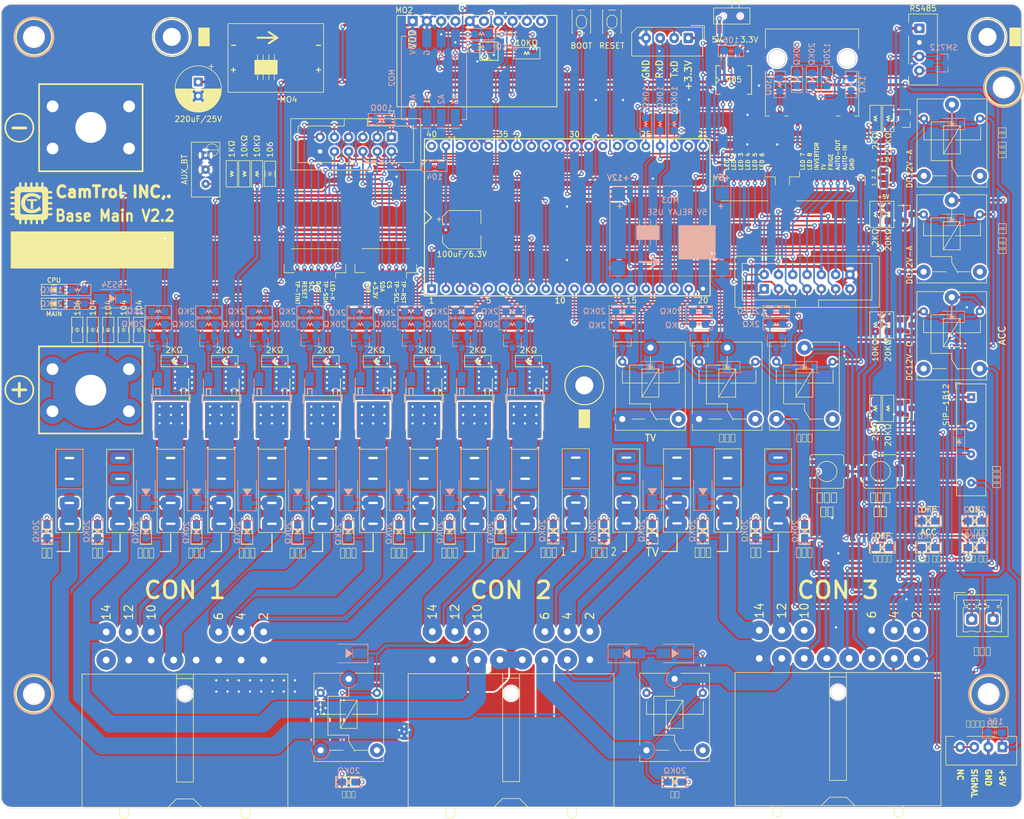
<source format=kicad_pcb>
(kicad_pcb (version 20240108) (generator "pcbnew") (generator_version "8.0")
  (layers (0 "F.Cu" signal) (31 "B.Cu" signal) (34 "B.Paste" user) (35 "F.Paste" user) (36 "B.SilkS" user "B.Silkscreen") (37 "F.SilkS" user "F.Silkscreen") (38 "B.Mask" user) (39 "F.Mask" user) (44 "Edge.Cuts" user))
  (net 0 "")
  (net 1 "GNDPWR")
  (net 2 "+5V")
  (net 3 "LED_OUT_01")
  (net 4 "LED_OUT_02")
  (net 5 "LED_OUT_05")
  (net 6 "LED_OUT_03")
  (net 7 "LED_OUT_04")
  (net 8 "LED_OUT_06")
  (net 9 "Net-(D3-A)")
  (net 10 "AUX-V")
  (net 11 "Net-(D37-A)")
  (net 12 "Heater")
  (net 13 "Net-(D4-A)")
  (net 14 "Net-(D5-A)")
  (net 15 "Net-(D6-A)")
  (net 16 "/OUT-1 +")
  (net 17 "Net-(J10-Pin_2)")
  (net 18 "Net-(D11-A)")
  (net 19 "Net-(D18-A)")
  (net 20 "Net-(D19-A)")
  (net 21 "Net-(D20-A)")
  (net 23 "Net-(Q1-Drain)")
  (net 24 "Net-(Q3-Drain)")
  (net 25 "Net-(Q5-Drain)")
  (net 26 "Net-(Q7-Drain)")
  (net 27 "+12P")
  (net 28 "MA-AUTO-IN")
  (net 29 "Net-(C20-Pad1)")
  (net 30 "Net-(J10-Pin_3)")
  (net 31 "Net-(Q9-B)")
  (net 32 "Net-(Q10-B)")
  (net 33 "Net-(Q11-B)")
  (net 34 "Net-(Q12-B)")
  (net 35 "Net-(Q13-B)")
  (net 36 "Net-(Q16-B)")
  (net 37 "SCL")
  (net 38 "SDA")
  (net 39 "Net-(Q17-B)")
  (net 40 "Net-(U5-ALERT{slash}RDY)")
  (net 41 "+VDC")
  (net 42 "/485-B")
  (net 43 "/485-A")
  (net 44 "RO")
  (net 45 "ENABLE")
  (net 46 "DI")
  (net 47 "PU UP")
  (net 48 "PU DN")
  (net 49 "Net-(Q26-B)")
  (net 50 "Net-(Q27-Drain)")
  (net 51 "Net-(Q29-Drain)")
  (net 52 "Net-(D14-A)")
  (net 53 "/OUT-8 +")
  (net 54 "Net-(Q18-Drain)")
  (net 55 "Net-(Q33-Drain)")
  (net 56 "MA-AUTO-OUT")
  (net 57 "unconnected-(MO2-PadA3)")
  (net 58 "ST-7789V-D{slash}C")
  (net 59 "ST-7789V-CS")
  (net 60 "ST-7789V-SCL")
  (net 61 "ST-7789V-SDA")
  (net 62 "ST-7789V-TP_SCL")
  (net 63 "ST-7789V-TP_SDA")
  (net 64 "ST-7789V-TP_TRST")
  (net 65 "ST-7789V-TP_TINT")
  (net 66 "Net-(Q35-B)")
  (net 67 "LED_OUT_07")
  (net 68 "LED_OUT_08")
  (net 69 "EN")
  (net 70 "IO_0")
  (net 71 "Net-(AUX_BT1-Pad3)")
  (net 72 "+3.3V")
  (net 73 "Net-(D39-A)")
  (net 74 "Cigar 1")
  (net 76 "INVERTER")
  (net 77 "TV")
  (net 78 "FRIGE")
  (net 79 "Net-(Q15-B)")
  (net 80 "Net-(Q20-B)")
  (net 81 "O_TV")
  (net 82 "O_INV")
  (net 83 "O_FRIGE")
  (net 84 "Net-(J10-Pin_1)")
  (net 85 "Net-(JP1-A)")
  (net 86 "CLEAN")
  (net 87 "WASTE")
  (net 88 "Net-(D1-A)")
  (net 89 "Net-(D16-A)")
  (net 90 "Net-(D22-A)")
  (net 91 "/FRIGE +")
  (net 96 "Net-(D27-A)")
  (net 97 "Cigar 2")
  (net 98 "Net-(D40-A)")
  (net 99 "Net-(D41-A)")
  (net 100 "ST-7789V-RESET")
  (net 101 "Net-(D29-A)")
  (net 102 "Net-(D30-A)")
  (net 103 "Net-(D31-A)")
  (net 104 "Net-(D32-A)")
  (net 105 "Net-(D35-A)")
  (net 109 "Net-(Q14-B)")
  (net 110 "Net-(Q21-B)")
  (net 111 "Net-(Q22-B)")
  (net 112 "Net-(F9-Pad1)")
  (net 113 "Net-(F10-Pad1)")
  (net 114 "SW-UP")
  (net 115 "SW-DOWN")
  (net 116 "/ACC")
  (net 117 "SEAT-COIL-PLUS")
  (net 118 "Net-(D28-A)")
  (net 119 "LIFT-UP")
  (net 120 "LIFT-DOWN")
  (net 121 "LIFT-COM")
  (net 123 "PUMP-COIL")
  (net 124 "SEAT-COIL-DIODE")
  (net 125 "SEAT-OUT")
  (net 126 "PUMP-IN")
  (net 127 "PUMP-OUT 1")
  (net 128 "Net-(D33-K)")
  (net 129 "Net-(D43-A)")
  (net 130 "Net-(D42-A)")
  (net 131 "Net-(Q23-B)")
  (net 132 "Net-(D44-A)")
  (net 133 "/OUT-2 +")
  (net 134 "/OUT-3 +")
  (net 135 "/OUT-4 +")
  (net 136 "/OUT-7 +")
  (net 137 "/OUT-5 +")
  (net 138 "/OUT-6 +")
  (net 139 "/TV +")
  (net 140 "/BUNKER 2")
  (net 141 "/BUNKER 1")
  (net 142 "Net-(J1-Pin_1)")
  (net 143 "Net-(J1-Pin_2)")
  (net 145 "HUMAN-SENSOR")
  (net 147 "unconnected-(U4-IO_15-Pad27)")
  (net 149 "Net-(D46-A)")
  (net 150 "Net-(D45-A)")
  (net 151 "Net-(J22-Pin_1)")
  (net 152 "Net-(J12-Pin_6)")
  (net 153 "Net-(J13-Pin_2)")
  (net 154 "Net-(J12-Pin_4)")
  (net 155 "Net-(J12-Pin_5)")
  (net 156 "Net-(J12-Pin_3)")
  (net 157 "Net-(J12-Pin_7)")
  (net 158 "Net-(J12-Pin_2)")
  (net 159 "Net-(J13-Pin_1)")
  (net 162 "Net-(J15-Pad12)")
  (net 163 "Net-(J15-Pad10)")
  (footprint "Server.pretty:SOT-23" (layer "F.Cu") (at 279.03 113.715)
    (property "Reference" "Q22" (hide yes))
    (property "Value" "MMBT2222A" (hide yes))
  )
  (footprint "Server.pretty:LED_0805" (layer "F.Cu") (at 170.89 150.425 90)
    (property "Reference" "D6" (hide yes))
    (property "Value" "전면등")
  )
  (footprint "Server.pretty:FUSE-PIN-Holder-Mini" (layer "F.Cu") (at 148.297 143.225 -90)
    (property "Reference" "F1" (hide yes))
    (property "Value" "FRG500-16F" (hide yes))
  )
  (footprint "Server:NW3-SK-02" (layer "F.Cu") (at 248.08 58.745)
    (property "Reference" "SW3" (hide yes))
    (property "Value" "NW3-SK-02" (hide yes))
  )
  (footprint "Server:LED_0805" (layer "F.Cu") (at 252.34 150.355 90)
    (property "Reference" "D37" (hide yes))
    (property "Value" "히터")
  )
  (footprint "Server.pretty:LED_0805" (layer "F.Cu") (at 261.03 150.425 90)
    (property "Reference" "D1" (hide yes))
    (property "Value" "인버터")
  )
  (footprint "Server.pretty:FUSE-PIN-Holder-Mini" (layer "F.Cu") (at 202.313 143.225 -90)
    (property "Reference" "F7" (hide yes))
    (property "Value" "FRG500-16F" (hide yes))
  )
  (footprint "Server.pretty:Potentiometer_Bourns_3296Y_Vertical" (layer "F.Cu") (at 154.49 86.025 90)
    (property "Reference" "AUX_BT1" (hide yes))
    (property "Value" "B3296Y-2KΩ" (hide yes))
  )
  (footprint "Server.pretty:FUSE-PIN-Holder-Mini" (layer "F.Cu") (at 157.297 143.225 -90)
    (property "Reference" "F2" (hide yes))
    (property "Value" "FRG500-16F" (hide yes))
  )
  (footprint "Server:MAX485" (layer "F.Cu") (at 248.42 70.115 90)
    (property "Reference" "U2" (hide yes))
    (property "Value" "485")
  )
  (footprint "Server.pretty:logo" (layer "F.Cu") (at 123.535988 92.025527)
    (property "Reference" "G***" (hide yes))
    (property "Value" "LOGO" (hide yes))
  )
  (footprint "Server.pretty:R_0805_HandSoldering" (layer "F.Cu") (at 211.605 65.35 180)
    (property "Reference" "R41" (hide yes))
    (property "Value" "10KΩ")
  )
  (footprint "Server.pretty:R_0805_HandSoldering" (layer "F.Cu") (at 273.63 76.965 -90)
    (property "Reference" "R4" (hide yes))
    (property "Value" "2KΩ")
  )
  (footprint "Server.pretty:FUSE-PIN-Holder-Mini" (layer "F.Cu") (at 238.33 143.165 -90)
    (property "Reference" "F9" (hide yes))
    (property "Value" "FRG500-16F" (hide yes))
  )
  (footprint "Server.pretty:AOD1485" (layer "F.Cu") (at 193.317 128.511 -90)
    (property "Reference" "Q29" (hide yes))
    (property "Value" "AOD4185" (hide yes))
  )
  (footprint "Server.pretty:C_0805_HandSoldering" (layer "F.Cu") (at 131.68 114.575 90)
    (property "Reference" "C13" (hide yes))
    (property "Value" "104")
  )
  (footprint "Server.pretty:C_0805_HandSoldering" (layer "F.Cu") (at 165.96 86.81 -90)
    (property "Reference" "C20" (hide yes))
    (property "Value" "106")
  )
  (footprint "Server.pretty:JQC-T78-DC12V-C" (layer "F.Cu") (at 260.99 117.745 -90)
    (property "Reference" "K2" (hide yes))
    (property "Value" "JQC-T78-DC12V-C" (hide yes))
  )
  (footprint "Server.pretty:TS-3404" (layer "F.Cu") (at 221.33 59.725)
    (property "Reference" "SW6" (hide yes))
    (property "Value" "BOOT")
  )
  (footprint "Server:LED_0805" (layer "F.Cu") (at 135.29 150.425 90)
    (property "Reference" "D42" (hide yes))
    (property "Value" "펌프")
  )
  (footprint "Server.pretty:JQC-T78-DC12V-C" (layer "F.Cu") (at 287.19 91.535 -90)
    (property "Reference" "K6" (hide yes))
    (property "Value" "DC12V-A")
  )
  (footprint "Server.pretty:AOD1485" (layer "F.Cu") (at 148.307 128.531 -90)
    (property "Reference" "Q1" (hide yes))
    (property "Value" "AOD4185" (hide yes))
  )
  (footprint "Connector_JST:JST_GH_SM06B-GHS-TB_1x06-1MP_P1.25mm_Horizontal" (layer "F.Cu") (at 186.545 102.685 180)
    (property "Reference" "J8" (hide yes))
    (property "Value" "Conn_01x06_Pin" (hide yes))
  )
  (footprint "Server:FUSE-PIN-Holder-Mini" (layer "F.Cu") (at 139.29 143.235 -90)
    (property "Reference" "F15" (hide yes))
    (property "Value" "FRG500-16F" (hide yes))
  )
  (footprint "Server.pretty:R_0805_HandSoldering" (layer "F.Cu") (at 275.9 76.965 -90)
    (property "Reference" "R58" (hide yes))
    (property "Value" "20KΩ")
  )
  (footprint "Server:FUSE-PIN-Holder-Mini" (layer "F.Cu") (at 220.33 143.165 -90)
    (property "Reference" "F12" (hide yes))
    (property "Value" "FRG500-16F" (hide yes))
  )
  (footprint "Server:LED_0805" (layer "F.Cu") (at 216.33 150.355 90)
    (property "Reference" "D39" (hide yes))
    (property "Value" "시거잭 1")
  )
  (footprint "Server.pretty:LED_0805" (layer "F.Cu") (at 291.29 153.315)
    (property "Reference" "D30" (hide yes))
    (property "Value" "리프트 하강")
  )
  (footprint "Server:090II-14P" (layer "F.Cu") (at 208.83 179.265 -90)
    (property "Reference" "CON_2" (hide yes))
    (property "Value" "Conn_01x12_Male" (hide yes))
    (fp_circle (center 0 0) (end 1.3 0) (stroke (width 0.12)) (fill none) (layer "Edge.Cuts"))
  )
  (footprint "Server.pretty:MountingHole_3.2mm_M3-pcb" (layer "F.Cu") (at 148.495 62.455)
    (property "Reference" "H4" (hide yes))
    (property "Value" "MH" (hide yes))
  )
  (footprint "Connector_JST:JST_GH_SM08B-GHS-TB_1x08-1MP_P1.25mm_Horizontal" (layer "F.Cu") (at 265.065 89.065)
    (property "Reference" "J13" (hide yes))
    (property "Value" "Conn_01x08_Pin" (hide yes))
  )
  (footprint "Server.pretty:IDC-Header_2x06_P2.54mm_Vertical" (layer "F.Cu") (at 187.56 80.2925 -90)
    (property "Reference" "J22" (hide yes))
    (property "Value" "Conn_01x12_Male" (hide yes))
  )
  (footprint "Server:SOT-23" (layer "F.Cu") (at 279.03 128.54)
    (property "Reference" "Q23" (hide yes))
    (property "Value" "MMBT2222A" (hide yes))
  )
  (footprint "Server.pretty:R_0805_HandSoldering" (layer "F.Cu") (at 273.61 113.715 -90)
    (property "Reference" "R64" (hide yes))
    (property "Value" "10KΩ")
  )
  (footprint "Server.pretty:JQC-T78-DC12V-C" (layer "F.Cu") (at 247.26 117.745 -90)
    (property "Reference" "K5" (hide yes))
    (property "Value" "JQC-T78-DC12V-C" (hide yes))
  )
  (footprint "Server.pretty:C_0805_HandSoldering" (layer "F.Cu") (at 139.93 114.575 90)
    (property "Reference" "C9" (hide yes))
    (property "Value" "104")
  )
  (footprint "Server:JQC-T78-DC12V-C" (layer "F.Cu") (at 179.96 176.685 -90)
    (property "Reference" "K10" (hide yes))
    (property "Value" "JQC-T78-DC12V-C" (hide yes))
  )
  (footprint "Server.pretty:AOD1485" (layer "F.Cu") (at 166.307 128.561 -90)
    (property "Reference" "Q5" (hide yes))
    (property "Value" "AOD4185" (hide yes))
  )
  (footprint "Server.pretty:LED_0805" (layer "F.Cu") (at 291.29 148.595)
    (property "Reference" "D31" (hide yes))
    (property "Value" "침상 스위치")
  )
  (footprint "Server.pretty:MountingHole_3.2mm_M3-pcb" (layer "F.Cu") (at 293.545 62.455)
    (property "Reference" "H8" (hide yes))
    (property "Value" "MH" (hide yes))
  )
  (footprint "Server.pretty:R_0805_HandSoldering" (layer "F.Cu") (at 163.66 86.81 -90)
    (property "Reference" "R74" (hide yes))
    (property "Value" "10KΩ")
  )
  (footprint "Server:LED_0805" (layer "F.Cu") (at 126.29 150.425 90)
    (property "Reference" "D41" (hide yes))
    (property "Value" "시트")
  )
  (footprint "Server.pretty:R_0805_HandSoldering" (layer "F.Cu") (at 184.887 120.175)
    (property "Reference" "R65" (hide yes))
    (property "Value" "2KΩ")
  )
  (footprint "Server:R_0805_HandSoldering" (layer "F.Cu") (at 275.88 128.54 -90)
    (property "Reference" "R42" (hide yes))
    (property "Value" "20KΩ")
  )
  (footprint "Server.pretty:FUSE-PIN-Holder-Mini" (layer "F.Cu") (at 175.297 143.225 -90)
    (property "Reference" "F4" (hide yes))
    (property "Value" "FRG500-16F" (hide yes))
  )
  (footprint "Server:090II-14P" (layer "F.Cu") (at 266.96 179.04 -90)
    (property "Reference" "CON_3" (hide yes))
    (property "Value" "Conn_01x12_Male" (hide yes))
    (fp_circle (center 0 0) (end 1.3 0) (stroke (width 0.12)) (fill none) (layer "Edge.Cuts"))
  )
  (footprint "Server.pretty:R_0805_HandSoldering" (layer "F.Cu") (at 275.89 94.03 -90)
    (property "Reference" "R59" (hide yes))
    (property "Value" "20KΩ")
  )
  (footprint "Server:FUSE-PIN-Holder-Mini" (layer "F.Cu") (at 229.33 143.165 -90)
    (property "Reference" "F13" (hide yes))
    (property "Value" "FRG500-16F" (hide yes))
  )
  (footprint "Server.pretty:FUSE-PIN-Holder-Mini" (layer "F.Cu") (at 184.287 143.225 -90)
    (property "Reference" "F5" (hide yes))
    (property "Value" "FRG500-16F" (hide yes))
  )
  (footprint "Server.pretty:LED_0805" (layer "F.Cu") (at 283.05 148.595)
    (property "Reference" "D32" (hide yes))
    (property "Value" "ACC")
  )
  (footprint "Server:XH2.54-4P" (layer "F.Cu") (at 281.435 64.75 -90)
    (property "Reference" "J9" (hide yes))
    (property "Value" "5267-04P" (hide yes))
  )
  (footprint "Server.pretty:R_0805_HandSoldering" (layer "F.Cu") (at 161.4 86.815 90)
    (property "Reference" "R79" (hide yes))
    (property "Value" "10KΩ")
  )
  (footprint "Server.pretty:LED_0805" (layer "F.Cu") (at 161.89 150.425 90)
    (property "Reference" "D5" (hide yes))
    (property "Value" "사이드")
  )
  (footprint "Connector_JST:JST_GH_SM06B-GHS-TB_1x06-1MP_P1.25mm_Horizontal" (layer "F.Cu") (at 173.945 102.705 180)
    (property "Reference" "J3" (hide yes))
    (property "Value" "Conn_01x06_Pin" (hide yes))
  )
  (footprint "Server.pretty:AOD1485" (layer "F.Cu") (at 211.337 128.511 -90)
    (property "Reference" "Q33" (hide yes))
    (property "Value" "AOD4185" (hide yes))
  )
  (footprint "Connector_IDC:IDC-Header_2x07_P2.54mm_Vertical" (layer "F.Cu") (at 253.84 107.285 90)
    (property "Reference" "J5" (hide yes))
    (property "Value" "Conn_01x12_Male" (hide yes))
  )
  (footprint "Server:BR-120" (layer "F.Cu") (at 134.1 78.555)
    (property "Reference" "J7" (hide yes))
    (property "Value" "BR-120" (hide yes))
  )
  (footprint "Server.pretty:C_0805_HandSoldering" (layer "F.Cu") (at 134.43 114.575 90)
    (property "Reference" "C11" (hide yes))
    (property "Value" "104")
  )
  (footprint "Server.pretty:TSSOP-10_3x3mm_P0.5mm" (layer "F.Cu") (at 204.905 65 180)
    (property "Reference" "U5" (hide yes))
    (property "Value" "ADS1115IDGS" (hide yes))
  )
  (footprint "Server.pretty:MountingHole_3.2mm_M3-pcb" (layer "F.Cu") (at 221.85 124.455)
    (property "Reference" "H7" (hide yes))
    (property "Value" "MH" (hide yes))
  )
  (footprint "Server.pretty:TS-3404" (layer "F.Cu") (at 226.76 59.725)
    (property "Reference" "SW5" (hide yes))
    (property "Value" "RESET")
  )
  (footprint "Server:090II-14P" (layer "F.Cu") (at 150.83 179.335 -90)
    (property "Reference" "CON_1" (hide yes))
    (property "Value" "Conn_01x12_Male" (hide yes))
    (fp_circle (center 0 0) (end 1.3 0) (stroke (width 0.12)) (fill none) (layer "Edge.Cuts"))
  )
  (footprint "Server.pretty:R_0805_HandSoldering" (layer "F.Cu") (at 193.907 120.155)
    (property "Reference" "R66" (hide yes))
    (property "Value" "2KΩ")
  )
  (footprint "Server.pretty:R_0805_HandSoldering" (layer "F.Cu") (at 166.802 120.155)
    (property "Reference" "R15" (hide yes))
    (property "Value" "2KΩ")
  )
  (footprint "Server.pretty:LED_0805" (layer "F.Cu") (at 127.57 107.455)
    (property "Reference" "D11" (hide yes))
    (property "Value" "CPU")
  )
  (footprint "Server.pretty:FUSE-PIN-Holder-Mini" (layer "F.Cu") (at 193.307 143.225 -90)
    (property "Reference" "F6" (hide yes))
    (property "Value" "FRG500-16F" (hide yes))
  )
  (footprint "Connector_JST:JST_GH_SM06B-GHS-TB_1x06-1MP_P1.25mm_Horizontal" (layer "F.Cu") (at 250.315 89.065)
    (property "Reference" "J12" (hide yes))
    (property "Value" "Conn_01x06_Pin" (hide yes))
  )
  (footprint "Server:R_0805_HandSoldering" (layer "F.Cu") (at 273.61 128.54 -90)
    (property "Reference" "R40" (hide yes))
    (property "Value" "2KΩ")
  )
  (footprint "Server.pretty:R_0805_HandSoldering" (layer "F.Cu") (at 211.927 120.155)
    (property "Reference" "R9" (hide yes))
    (property "Value" "2KΩ")
  )
  (footprint "Server.pretty:R_0805_HandSoldering" (layer "F.Cu") (at 148.927 120.125)
    (property "Reference" "R13" (hide yes))
    (property "Value" "2KΩ")
  )
  (footprint "Server:LED_0805" (layer "F.Cu") (at 237.95 195.04)
    (property "Reference" "D46" (hide yes))
    (property "Value" "시트")
  )
  (footprint "Server.pretty:SOT-23" (layer "F.Cu") (at 279.04 94.03)
    (property "Reference" "Q21" (hide yes))
    (property "Value" "MMBT2222A" (hide yes))
  )
  (footprint "Server.pretty:FUSE-PIN-Holder-Mini" (layer "F.Cu") (at 247.33 143.165 -90)
    (property "Reference" "F10" (hide yes))
    (property "Value" "FRG500-16F" (hide yes))
  )
  (footprint "Server.pretty:R_0805_HandSoldering" (layer "F.Cu") (at 159.16 86.815 90)
    (property "Reference" "R77" (hide yes))
    (property "Value" "1KΩ")
  )
  (footprint "Server:LED_0805" (layer "F.Cu") (at 274.85 153.315)
    (property "Reference" "D44" (hide yes))
    (property "Value" "인체감지")
  )
  (footprint "Server.pretty:R_0805_HandSoldering" (layer "F.Cu") (at 202.907 120.155)
    (property "Reference" "R5" (hide yes))
    (property "Value" "2KΩ")
  )
  (footprint "Server.pretty:LED_0805" (layer "F.Cu") (at 179.88 150.425 90)
    (property "Reference" "D19" (hide yes))
    (property "Value" "후면등")
  )
  (footprint "Server:TZT-SMD" (layer "F.Cu") (at 169.245 68.095)
    (property "Reference" "MO4")
    (property "Value" "MP1584" (hide yes))
  )
  (footprint "Server.pretty:R_0805_HandSoldering" (layer "F.Cu") (at 275.88 113.715 -90)
    (property "Reference" "R67" (hide yes))
    (property "Value" "20KΩ")
  )
  (footprint "Server:Relay_SPST_StandexMeder_SIL_Form1A" (layer "F.Cu") (at 290.6575 126.5525 -90)
    (property "Reference" "K1" (hide yes))
    (property "Value" "SIP-1B12")
  )
  (footprint "Server.pretty:LED_0805" (layer "F.Cu") (at 206.92 150.425 90)
    (property "Reference" "D18" (hide yes))
    (property "Value" "어닝등")
  )
  (footprint "Server.pretty:Molex_SPOX_5267-04A_1x04_P2.50mm_Vertical" (layer "F.Cu") (at 236.525 62.65 180)
    (property "Reference" "J10" (hide yes))
    (property "Value" "5267-04P" (hide yes))
  )
  (footprint "Server.pretty:FUSE-PIN-Holder-Mini" (layer "F.Cu") (at 211.327 143.225 -90)
    (property "Reference" "F8" (hide yes))
    (property "Value" "FRG500-16F" (hide yes))
  )
  (footprint "Server.pretty:LED_0805" (layer "F.Cu") (at 127.56 109.925)
    (property "Reference" "D27" (hide yes))
    (property "Value" "MAIN")
  )
  (footprint "Server.pretty:R_0805_HandSoldering" (layer "F.Cu") (at 175.902 120.155)
    (property "Reference" "R16" (hide yes))
    (property "Value" "2KΩ")
  )
  (footprint "Server.pretty:ADS1115" (layer "F.Cu") (at 202.745 59.643 -90)
    (property "Reference" "MO2")
    (property "Value" "ADS1115" (hide yes))
  )
  (footprint "Server:SMD-SW_6x6x5mm" (layer "F.Cu") (at 274.48 139.775)
    (property "Reference" "SW2" (hide yes))
    (property "Value" "LIFT DOWN" (hide yes))
  )
  (footprint "Capacitor_THT:CP_Radial_D8.0mm_P2.50mm" (layer "F.Cu") (at 153.2 70.465 -90)
    (property "Reference" "C5" (hide yes))
    (property "Value" "220uF/25V")
  )
  (footprint "Server.pretty:LED_0805" (layer "F.Cu") (at 152.89 150.425 90)
    (property "Reference" "D4" (hide yes))
    (property "Value" "침상등")
  )
  (footprint "Server:FUSE-PIN-Holder-Mini" (layer "F.Cu") (at 130.29 143.235 -90)
    (property "Reference" "F14" (hide yes))
    (property "Value" "FRG500-16F" (hide yes))
  )
  (footprint "Server:JQC-T78-DC12V-C" (layer "F.Cu") (at 237.91 176.685 -90)
    (property "Reference" "K9" (hide yes))
    (property "Value" "JQC-T78-DC12V-C" (hide yes))
  )
  (footprint "Server:RJ45_LED_SMD" (layer "F.Cu") (at 262.35 78.095 180)
    (property "Reference" "J15" (hide yes))
    (property "Value" "RJ45_LED" (hide yes))
  )
  (footprint "Server.pretty:LED_0805" (layer "F.Cu") (at 242.93 150.345 90)
    (property "Reference" "D22" (hide yes))
    (property "Value" "냉장고")
  )
  (footprint "Server:XH2.54-4P" (layer "F.Cu") (at 292.38 188.815 180)
    (property "Reference" "J2" (hide yes))
    (property "Value" "5267-04P" (hide yes))
  )
  (footprint "Server:LED_0805" (layer "F.Cu") (at 225.33 150.355 90)
    (property "Reference" "D40" (hide yes))
    (property "Value" "시거잭 2")
  )
  (footprint "Server.pretty:AOD1485" (layer "F.Cu") (at 157.307 128.561 -90)
    (property "Reference" "Q3" (hide yes))
    (property "Value" "AOD4185" (hide yes))
  )
  (footprint "Server.pretty:LED_0805" (layer "F.Cu") (at 233.93 150.345 90)
    (property "Reference" "D16" (hide yes))
    (property "Value" "TV")
  )
  (footprint "Server:FUSE-PIN-Holder-Mini" (layer "F.Cu") (at 256.32 143.165 -90)
    (property "Reference" "F11" (hide yes))
    (property "Value" "FRG500-16F" (hide yes))
  )
  (footprint "Server.pretty:R_0805_HandSoldering" (layer "F.Cu") (at 157.902 120.155)
    (property "Reference" "R14" (hide yes))
    (property "Value" "2KΩ")
  )
  (footprint "Server.pretty:C_0805_HandSoldering" (layer "F.Cu") (at 142.68 114.575 90)
    (property "Reference" "C7" (hide yes))
    (property "Value" "104")
  )
  (footprint "Server:PhoenixContact_MCV_1,5_2-G-3.81_1x02_P3.81mm_Vertical" (layer "F.Cu") (at 292.635 166.065)
    (property "Reference" "J1" (hide yes))
    (property "Value" "Conn_01x02_Pin" (hide yes))
  )
  (footprint "Server.pretty:R_0805_HandSoldering" (layer "F.Cu") (at 273.62 94.03 -90)
    (property "Reference" "R54" (hide yes))
    (property "Value" "2KΩ")
  )
  (footprint "Server.pretty:SOT-23" (layer "F.Cu") (at 279.05 76.965)
    (property "Reference" "Q14" (hide yes))
    (property "Value" "MMBT2222A" (hide yes))
  )
  (footprint "Server.pretty:JQC-T78-DC12V-C" (layer "F.Cu") (at 287.23 74.47 -90)
    (property "Reference" "K3" (hide yes))
    (property "Value" "DC12V-A")
  )
  (footprint "Server:LED_0805" (layer "F.Cu") (at 179.96 195.04)
    (property "Reference" "D45" (hide yes))
    (property "Value" "물펌프")
  )
  (footprint "Server.pretty:FUSE-PIN-Holder-Mini" (layer "F.Cu") (at 166.297 143.225 -90)
    (property "Reference" "F3" (hide yes))
    (property "Value" "FRG500-16F" (hide yes))
  )
  (footprint "Server.pretty:AOD1485" (layer "F.Cu") (at 184.297 128.431 -90)
    (property "Reference" "Q27" (hide yes))
    (property "Value" "AOD4185" (hide yes))
  )
  (footprint "Server.pretty:LED_0805" (layer "F.Cu") (at 188.89 150.425 90)
    (property "Reference" "D20" (hide yes))
    (property "Value" "철재장")
  )
  (footprint "Server.pretty:JQC-T78-DC12V-C" (layer "F.Cu") (at 233.61 117.745 -90)
    (property "Reference" "K4" (hide yes))
    (property "Value" "JQC-T78-DC12V-C" (hide yes))
  )
  (footprint "Server.pretty:AOD1485" (layer "F.Cu") (at 175.307 128.561 -90)
    (property "Reference" "Q7" (hide yes))
    (property "Value" "AOD4185" (hide yes))
  )
  (footprint "Capacitor_SMD:CP_Elec_6.3x5.3" (layer "F.Cu") (at 200.06 96.755)
    (property "Reference" "C2" (hide yes))
    (property "Value" "100uF/6.3V")
  )
  (footprint "Server.pretty:LED_0805" (layer "F.Cu") (at 283.05 153.315)
    (property "Reference" "D29" (hide yes))
    (property "Value" "리프트 상승")
  )
  (footprint "Server:BR-120" (layer "F.Cu") (at 134.075 125.315 180)
    (property "Reference" "J6" (hide yes))
    (property "Value" "BR-120" (hide yes))
  )
  (footprint "Server.pretty:SolderJumper-3_P1.3mm_Open_RoundedPad1.0x1.5mm" (layer "F.Cu") (at 275.04 87.505 90)
    (property "Reference" "JP1" (hide yes))
    (property "Value" "SolderJumper_3_Open" (hide yes))
  )
  (footprint "Server.pretty:LED_0805" (layer "F.Cu") (at 143.89 150.425 90)
    (property "Reference" "D3" (hide yes))
    (property "Value" "팝업등")
  )
  (footprint "Server.pretty:JQC-T78-DC12V-C" (layer "F.Cu") (at 287.19 108.775 -90)
    (property "Reference" "K7" (hide yes))
    (property "Value" "DC12V-C")
  )
  (footprint "Server.pretty:C_0805_HandSoldering" (layer "F.Cu") (at 137.18 114.575 90)
    (property "Reference" "C10" (hide yes))
    (property "Value" "104")
  )
  (footprint "Server.pretty:LED_0805" (layer "F.Cu") (at 197.91 150.425 90)
    (property "Reference" "D14" (hide yes))
    (property "Value" "무드등")
  )
  (footprint "Server.pretty:AOD1485" (layer "F.Cu") (at 202.323 128.511 -90)
    (property "Reference" "Q18" (hide yes))
    (property "Value" "AOD4185" (hide yes))
  )
  (footprint "Server:SMD-SW_6x6x5mm" (layer "F.Cu") (at 264.98 139.775)
    (property "Reference" "SW1" (hide yes))
    (property "Value" "LIFT UP" (hide yes))
  )
  (footprint "Server.pretty:ESP32-S3" (layer "F.Cu") (at 215.01 94.565)
    (property "Reference" "U4" (hide yes))
    (property "Value" "~" (hide yes))
  )
  (footprint "Server:ADS1115_SMD" (layer "B.Cu") (at 195.125 69.755 -90)
    (property "Reference" "MO2")
    (property "Value" "ADS1115_SMD" (hide yes))
  )
  (footprint "Server:C_0805_HandSoldering" (layer "B.Cu") (at 294.91 186.215 180)
    (property "Reference" "C1" (hide yes))
    (property "Value" "106")
  )
  (footprint "Server.pretty:R_0805_HandSoldering" (layer "B.Cu") (at 255.99 113.585)
    (property "Reference" "R20" (hide yes))
    (property "Value" "2KΩ")
  )
  (footprint "Server.pretty:R_0805_HandSoldering" (layer "B.Cu") (at 146.087 113.565)
    (property "Reference" "R48" (hide yes))
    (property "Value" "20KΩ")
  )
  (footprint "Server.pretty:R_0805_HandSoldering" (layer "B.Cu") (at 179.88 150.425 90)
    (property "Reference" "R44" (hide yes))
    (property "Value" "20KΩ")
  )
  (footprint "Server.pretty:R_0805_HandSoldering" (layer "B.Cu") (at 242.93 150.345 90)
    (property "Reference" "R57" (hide yes))
    (property "Value" "20KΩ")
  )
  (footprint "Server.pretty:SOT-23" (layer "B.Cu") (at 255.99 116.735 -90)
    (property "Reference" "Q20" (hide yes))
    (property "Value" "MMBT2222A" (hide yes))
  )
  (footprint "Server.pretty:R_0805_HandSoldering" (layer "B.Cu") (at 155.077 111.315)
    (property "Reference" "R29" (hide yes))
    (property "Value" "2KΩ")
  )
  (footprint "Server:R_0805_HandSoldering" (layer "B.Cu") (at 256.61 70.905 90)
    (property "Reference" "R78" (hide yes))
    (property "Value" "330Ω")
  )
  (footprint "Server.pretty:R_0805_HandSoldering" (layer "B.Cu") (at 233.93 150.345 90)
    (property "Reference" "R56" (hide yes))
    (property "Value" "20KΩ")
  )
  (footprint "Server:R_0805_HandSoldering" (layer "B.Cu") (at 237.96 195.04)
    (property "Reference" "R70" (hide yes))
    (property "Value" "20KΩ")
  )
  (footprint "Server.pretty:SOT-23" (layer "B.Cu") (at 209.051 116.745 -90)
    (property "Reference" "Q35" (hide yes))
    (property "Value" "MMBT2222A" (hide yes))
  )
  (footprint "Server.pretty:AOD1485" (layer "B.Cu") (at 193.317 128.511 -90)
    (property "Reference" "Q30" (hide yes))
    (property "Value" "AOD4185" (hide yes))
  )
  (footprint "Server.pretty:R_0805_HandSoldering" (layer "B.Cu") (at 235.32 77.945 90)
    (property "Reference" "R27" (hide yes))
    (property "Value" "10KΩ")
  )
  (footprint "Server.pretty:R_0805_HandSoldering" (layer "B.Cu") (at 164.027 113.595)
    (property "Reference" "R50" (hide yes))
    (property "Value" "20KΩ")
  )
  (footprint "Server.pretty:R_0805_HandSoldering" (layer "B.Cu") (at 206.92 150.425 90)
    (property "Reference" "R10" (hide yes))
    (property "Value" "20KΩ")
  )
  (footprint "Server:R_0805_HandSoldering" (layer "B.Cu") (at 252.34 150.355 90)
    (property "Reference" "R3" (hide yes))
    (property "Value" "20KΩ")
  )
  (footprint "Server.pretty:D_SOD-123" (layer "B.Cu") (at 247.26 121.215 180)
    (property "Reference" "D2" (hide yes))
    (property "Value" "4007" (hide yes))
  )
  (footprint "Server:R_0805_HandSoldering" (layer "B.Cu") (at 135.29 150.425 90)
    (property "Reference" "R39" (hide yes))
    (property "Value" "20KΩ")
  )
  (footprint "Server:SOT-23" (layer "B.Cu") (at 285.76 67.09)
    (property "Reference" "D47" (hide yes))
    (property "Value" "SM712")
  )
  (footprint "Server.pretty:R_0805_HandSoldering" (layer "B.Cu") (at 197.91 150.425 90)
    (property "Reference" "R6" (hide yes))
    (property "Value" "20KΩ")
  )
  (footprint "Server.pretty:D_SMA" (layer "B.Cu") (at 161.89 143.375 90)
    (property "Reference" "D9" (hide yes))
    (property "Value" "4007" (hide yes))
  )
  (footprint "Server:R_0805_HandSoldering" (layer "B.Cu") (at 274.85 153.315)
    (property "Reference" "R68" (hide yes))
    (property "Value" "20KΩ")
  )
  (footprint "Server.pretty:SOT-23" (layer "B.Cu") (at 228.61 116.735 -90)
    (property "Reference" "Q15" (hide yes))
    (property "Value" "MMBT2222A" (hide yes))
  )
  (footprint "Server.pretty:R_0805_HandSoldering" (layer "B.Cu") (at 203.57 64.195)
    (property "Reference" "R17" (hide yes))
    (property "Value" "10KΩ")
  )
  (footprint "Server:R_0805_HandSoldering" (layer "B.Cu") (at 126.29 150.425 90)
    (property "Reference" "R32" (hide yes))
    (property "Value" "20KΩ")
  )
  (footprint "Server.pretty:R_0805_HandSoldering" (layer "B.Cu") (at 182.007 113.585)
    (property "Reference" "R47" (hide yes))
    (property "Value" "20KΩ")
  )
  (footprint "Server.pretty:R_0805_HandSoldering" (layer "B.Cu") (at 161.89 150.425 90)
    (property "Reference" "R23" (hide yes))
    (property "Value" "20KΩ")
  )
  (footprint "Server.pretty:AOD1485" (layer "B.Cu") (at 175.307 128.561 -90)
    (property "Reference" "Q8" (hide yes))
    (property "Value" "AOD4185" (hide yes))
  )
  (footprint "Server:R_0805_HandSoldering" (layer "B.Cu") (at 255.99 111.265)
    (property "Reference" "R71" (hide yes))
    (property "Value" "20KΩ")
  )
  (footprint "Server.pretty:D_SMA" (layer "B.Cu") (at 197.91 143.375 90)
    (property "Reference" "D17" (hide yes))
    (property "Value" "4007" (hide yes))
  )
  (footprint "Server:D_SOD-123" (layer "B.Cu") (at 288.48 134.475 -90)
    (property "Reference" "D43" (hide yes))
    (property "Value" "1N4148W" (hide yes))
  )
  (footprint "Server.pretty:D_SOD-123" (layer "B.Cu") (at 260.99 121.215 180)
    (property "Reference" "D15" (hide yes))
    (property "Value" "4007" (hide yes))
  )
  (footprint "Server.pretty:R_0805_HandSoldering" (layer "B.Cu") (at 188.89 150.425 90)
    (property "Reference" "R46" (hide yes))
    (property "Value" "20KΩ")
  )
  (footprint "Server.pretty:R_0805_HandSoldering" (layer "B.Cu") (at 237.86 77.945 90)
    (property "Reference" "R33" (hide yes))
    (property "Value" "10KΩ")
  )
  (footprint "Server.pretty:R_0805_HandSoldering" (layer "B.Cu") (at 191.027 113.585)
    (property "Reference" "R45" (hide yes))
    (property "Value" "20KΩ")
  )
  (footprint "Server.pretty:D_SOD-123" (layer "B.Cu") (at 233.61 121.215 180)
    (property "Reference" "D12" (hide yes))
    (property "Value" "4007" (hide yes))
  )
  (footprint "Server.pretty:R_0805_HandSoldering" (layer "B.Cu") (at 152.89 150.425 90)
    (property "Reference" "R21" (hide yes))
    (property "Value" "20KΩ")
  )
  (footprint "Server.pretty:AOD1485" (layer "B.Cu") (at 148.307 128.54 -90)
    (property "Reference" "Q2" (hide yes))
    (property "Value" "AOD4185" (hide yes))
  )
  (footprint "Server.pretty:R_0805_HandSoldering" (layer "B.Cu") (at 143.89 150.425 90)
    (property "Reference" "R19" (hide yes))
    (property "Value" "20KΩ")
  )
  (footprint "Server.pretty:R_0805_HandSoldering" (layer "B.Cu") (at 262.32 70.025 90)
    (property "Reference" "R34" (hide yes))
    (property "Value" "20KΩ")
  )
  (footprint "Server.pretty:R_0805_HandSoldering" (layer "B.Cu") (at 170.89 150.425 90)
    (property "Reference" "R25" (hide yes))
    (property "Value" "20KΩ")
  )
  (footprint "Server:R_0805_HandSoldering" (layer "B.Cu") (at 216.33 150.355 90)
    (property "Reference" "R22" (hide yes))
    (property "Value" "20KΩ")
  )
  (footprint "Server.pretty:R_0805_HandSoldering" (layer "B.Cu") (at 131.76 109.925 180)
    (property "Reference" "R1" (hide yes))
    (property "Value" "20KΩ")
  )
  (footprint "Server.pretty:D_SMA" (layer "B.Cu") (at 188.89 143.375 90)
    (property "Reference" "D24" (hide yes))
    (property "Value" "4007" (hide yes))
  )
  (footprint "Server.pretty:SOT-23" (layer "B.Cu") (at 173.052 116.705 -90)
    (property "Reference" "Q12" (hide yes))
    (property "Value" "MMBT2222A" (hide yes))
  )
  (footprint "Server.pretty:R_0805_HandSoldering" (layer "B.Cu") (at 265.01 70.025 -90)
    (property "Reference" "R36" (hide yes))
    (property "Value" "120Ω")
  )
  (footprint "Server.pretty:SOT-23" (layer "B.Cu") (at 182.032 116.735 -90)
    (property "Reference" "Q16" (hide yes))
    (property "Value" "MMBT2222A" (hide yes))
  )
  (footprint "Server.pretty:SOT-23" (layer "B.Cu") (at 164.052 116.745 -90)
    (property "Reference" "Q11" (hide yes))
    (property "Value" "MMBT2222A" (hide yes))
  )
  (footprint "Server.pretty:SOT-23" (layer "B.Cu") (at 242.26 116.735 -90)
    (property "Reference" "Q13" (hide yes))
    (property "Value" "MMBT2222A" (hide yes))
  )
  (footprint "Server.pretty:R_0805_HandSoldering" (layer "B.Cu") (at 261.03 150.425 90)
    (property "Reference" "R55" (hide yes))
    (property "Value" "20KΩ")
  )
  (footprint "Server.pretty:R_0805_HandSoldering" (layer "B.Cu") (at 185.8 77.105 180)
    (property "Reference" "R2" (hide yes))
    (property "Value" "100Ω")
  )
  (footprint "Server.pretty:D_SOD-123" (layer "B.Cu") (at 287.19 95.01 180)
    (property "Reference" "D34" (hide yes))
    (property "Value" "1N4148W" (hide yes))
  )
  (footprint "Server.pretty:D_SMA" (layer "B.Cu") (at 179.88 143.375 90)
    (property "Reference" "D23" (hide yes))
    (property "Value" "4007" (hide yes))
  )
  (footprint "Server.pretty:SOT-23" (layer "B.Cu") (at 200.037 116.745 -90)
    (property "Reference" "Q26" (hide yes))
    (property "Value" "MMBT2222A" (hide yes))
  )
  (footprint "Server.pretty:R_0805_HandSoldering" (layer "B.Cu") (at 155.077 113.595)
    (property "Reference" "R49" (hide yes))
    (property "Value" "20KΩ")
  )
  (footprint "Server.pretty:R_0805_HandSoldering" (layer "B.Cu") (at 200.037 111.315)
    (property "Reference" "R8" (hide yes))
    (property "Value" "2KΩ")
  )
  (footprint "Server.pretty:R_0805_HandSoldering" (layer "B.Cu") (at 164.027 111.315)
    (property "Reference" "R30" (hide yes))
    (property "Value" "2KΩ")
  )
  (footprint "Server.pretty:R_0805_HandSoldering" (layer "B.Cu") (at 131.76 107.455 180)
    (property "Reference" "R35" (hide yes))
    (property "Value" "10KΩ")
  )
  (footprint "Server.pretty:R_0805_HandSoldering" (layer "B.Cu") (at 209.051 113.585)
    (property "Reference" "R38" (hide yes))
    (property "Value" "20KΩ")
  )
  (footprint "Server.pretty:AOD1485" (layer "B.Cu") (at 202.323 128.511 -90)
    (property "Reference" "Q19" (hide yes))
    (property "Value" "AOD4185" (hide yes))
  )
  (footprint "Server.pretty:R_0805_HandSoldering" (layer "B.Cu") (at 283.05 148.595)
    (property "Reference" "R63" (hide yes))
    (property "Value" "20KΩ")
  )
  (footprint "Server.pretty:R_0805_HandSoldering" (layer "B.Cu") (at 173.077 113.595)
    (property "Reference" "R53" (hide yes))
    (property "Value" "20KΩ")
  )
  (footprint "Server.pretty:R_0805_HandSoldering" (layer "B.Cu") (at 182.007 111.315)
    (property "Reference" "R51" (hide yes))
    (property "Value" "2KΩ")
  )
  (footprint "Server.pretty:C_0805_HandSoldering" (layer "B.Cu") (at 195.23 85.355 180)
    (property "Reference" "C3" (hide yes))
    (property "Value" "104")
  )
  (footprint "Server.pretty:R_0805_HandSoldering" (layer "B.Cu") (at 200.037 113.595)
    (property "Reference" "R43" (hide yes))
    (property "Value" "20KΩ")
  )
  (footprint "Server:R_0805_HandSoldering" (layer "B.Cu") (at 179.96 195.04)
    (property "Reference" "R69" (hide yes))
    (property "Value" "20KΩ")
  )
  (footprint "Server.pretty:SOT-23" (layer "B.Cu") (at 191.052 116.735 -90)
    (property "Reference" "Q17" (hide yes))
    (property "Value" "MMBT2222A" (hide yes))
  )
  (footprint "Server.pretty:C_0805_HandSoldering" (layer "B.Cu") (at 247.93 64.945)
    (property "Reference" "C4" (hide yes))
    (property "Value" "106")
  )
  (footprint "Server.pretty:AOD1485" (layer "B.Cu") (at 157.307 128.57 -90)
    (property "Reference" "Q4" (hide yes))
    (property "Value" "AOD4185" (hide yes))
  )
  (footprint "Server.pretty:D_SMA" (layer "B.Cu") (at 179.96 172.165 180)
    (property "Reference" "D36" (hide yes))
    (property "Value" "4007" (hide yes))
  )
  (footprint "Server.pretty:AOD1485" (layer "B.Cu") (at 166.307 128.561 -90)
    (property "Reference" "Q6" (hide yes))
    (property "Value" "AOD4185" (hide yes))
  )
  (footprint "Server.pretty:AOD1485" (layer "B.Cu") (at 211.337 128.511 -90)
    (property "Reference" "Q34" (hide yes))
    (property "Value" "AOD4185" (hide yes))
  )
  (footprint "Server.pretty:D_SMA" (layer "B.Cu") (at 233.93 143.295 90)
    (property "Reference" "D25" (hide yes))
    (property "Value" "4007" (hide yes))
  )
  (footprint "Server.pretty:D_SOD-123" (layer "B.Cu") (at 287.23 77.945 180)
    (property "Reference" "D33" (hide yes))
    (property "Value" "1N4148W" (hide yes))
  )
  (footprint "Server.pretty:D_SOD-123" (layer "B.Cu") (at 287.19 112.25 180)
    (property "Reference" "D35" (hide yes))
    (property "Value" "1N4148W" (hide yes))
  )
  (footprint "Server.pretty:R_0805_HandSoldering" (layer "B.Cu") (at 242.26 113.585)
    (property "Reference" "R26" (hide yes))
    (property "Value" "2KΩ")
  )
  (footprint "Server.pretty:D_SMA" (layer "B.Cu") (at 237.91 172.165 180)
    (property "Reference" "D28" (hide yes))
    (property "Value" "4007" (hide yes))
  )
  (footprint "Server.pretty:R_0805_HandSoldering" (layer "B.Cu") (at 291.29 148.595)
    (property "Reference" "R62" (hide yes))
    (property "Value" "20KΩ")
  )
  (footprint "Server.pretty:R_0805_HandSoldering" (layer "B.Cu") (at 283.05 153.315)
    (property "Reference" "R60" (hide yes))
    (property "Value" "20KΩ")
  )
  (footprint "Server:R_0805_HandSoldering" (layer "B.Cu") (at 225.33 150.355 90)
    (property "Reference" "R24" (hide yes))
    (property "Value" "20KΩ")
  )
  (footprint "Server.pretty:MP1584-SMD" (layer "B.Cu") (at 237.15 97.005)
    (property "Reference" "MO3")
    (property "Value" "MP1584" (hide yes))
  )
  (footprint "Server.pretty:D_SMA" (layer "B.Cu") (at 170.89 143.375 90)
    (property "Reference" "D10" (hide yes))
    (property "Value" "4007" (hide yes))
  )
  (footprint "Server.pretty:D_SMA" (layer "B.Cu") (at 242.93 143.295 90)
    (property "Reference" "D26" (hide yes))
    (property "Value" "4007" (hide yes))
  )
  (footprint "Server.pretty:D_SMA" (layer "B.Cu") (at 137.87 109.035 180)
    (property "Reference" "D13" (hide yes))
    (property "Value" "SS34")
  )
  (footprint "Server.pretty:R_0805_HandSoldering" (layer "B.Cu") (at 209.051 111.315)
    (property "Reference" "R11" (hide yes))
    (property "Value" "2KΩ")
  )
  (footprint "Server.pretty:R_0805_HandSoldering" (layer "B.Cu") (at 228.61 113.585)
    (property "Reference" "R7" (hide yes))
    (property "Value" "2KΩ")
  )
  (footprint "Server.pretty:D_SMA" (layer "B.Cu") (at 143.89 143.375 90)
    (property "Reference" "D7" (hide yes))
    (property "Value" "4007" (hide yes))
  )
  (footprint "Server:R_0805_HandSoldering" (layer "B.Cu") (at 242.26 111.265)
    (property "Reference" "R73" (hide yes))
    (property "Value" "20KΩ")
  )
  (footprint "Server:R_0805_HandSoldering" (layer "B.Cu") (at 228.61 111.265)
    (property "Reference" "R72" (hide yes))
    (property "Value" "20KΩ")
  )
  (footprint "Server.pretty:R_0805_HandSoldering" (layer "B.Cu") (at 291.29 153.315)
    (property "Reference" "R61" (hide yes))
    (property "Value" "20KΩ")
  )
  (footprint "Server.pretty:SOT-23" (layer "B.Cu") (at 146.064 116.715 -90)
    (property "Reference" "Q9" (hide yes))
    (property "Value" "MMBT2222A" (hide yes))
  )
  (footprint "Server.pretty:SOT-23" (layer "B.Cu") (at 155.052 116.745 -90)
    (property "Reference" "Q10" (hide yes))
    (property "Value" "MMBT2222A" (hide yes))
  )
  (footprint "Server:R_0805_HandSoldering" (layer "B.Cu") (at 269.3 70.905 -90)
    (property "Reference" "R76" (hide yes))
    (property "Value" "1KΩ")
  )
  (footprint "Server.pretty:R_0805_HandSoldering" (layer "B.Cu") (at 232.78 77.945 90)
    (property "Reference" "R18" (hide yes))
    (property "Value" "10KΩ")
  )
  (footprint "Server.pretty:R_0805_HandSoldering" (layer "B.Cu") (at 173.077 111.315)
    (property "Reference" "R31" (hide yes))
    (property "Value" "2KΩ")
  )
  (footprint "Server.pretty:D_SMA" (layer "B.Cu") (at 229.48 172.165)
    (property "Reference" "D38" (hide yes))
    (property "Value" "4007" (hide yes))
  )
  (footprint "Server.pretty:AOD1485" (layer "B.Cu") (at 184.297 128.431 -90)
    (property "Reference" "Q28" (hide yes))
    (property "Value" "AOD4185" (hide yes))
  )
  (footprint "Server.pretty:D_SMA" (layer "B.Cu") (at 152.89 143.375 90)
    (property "Reference" "D8" (hide yes))
    (property "Value" "4007" (hide yes))
  )
  (footprint "Server.pretty:R_0805_HandSoldering" (layer "B.Cu") (at 259.66 70.025 90)
    (property "Reference" "R37" (hide yes))
    (property "Value" "20KΩ")
  )
  (footprint "Server.pretty:R_0805_HandSoldering" (layer "B.Cu") (at 203.57 61.945)
    (property "Reference" "R12" (hide yes))
    (property "Value" "10KΩ")
  )
  (footprint "Server.pretty:R_0805_HandSoldering" (layer "B.Cu") (at 191.027 111.315)
    (property "Reference" "R52" (hide yes))
    (property "Value" "2KΩ")
  )
  (footprint "Server.pretty:R_0805_HandSoldering" (layer "B.Cu") (at 146.087 111.285)
    (property "Reference" "R28" (hide yes))
    (property "Value" "2KΩ")
  )
  (footprint "Server.pretty:D_SMA" (layer "B.Cu") (at 206.92 143.375 90)
    (property "Reference" "D21" (hide yes))
    (property "Value" "4007" (hide yes))
  )
  (gr_circle (center 123.98 62.475) (end 127.48 62.475) (stroke (width 0.3)) (fill none) (layer "B.SilkS"))
  (gr_circle (center 293.75 179.375) (end 297.25 179.375) (stroke (width 0.3)) (fill none) (layer "B.SilkS"))
  (gr_circle (center 123.98 179.375) (end 127.48 179.375) (stroke (width 0.3)) (fill none) (layer "B.SilkS"))
  (gr_circle (center 296.41 71.44) (end 299.91 71.44) (stroke (width 0.3)) (fill none) (layer "B.SilkS"))
  (gr_line (start 211.337 154.015) (end 211.337 150.895) (stroke (width 0.2)) (layer "F.SilkS"))
  (gr_line (start 202.323 154.015) (end 202.323 150.895) (stroke (width 0.2)) (layer "F.SilkS"))
  (gr_line (start 235.63 154.015) (end 238.34 154.015) (stroke (width 0.2)) (layer "F.SilkS"))
  (gr_line (start 164.47 154.015) (end 166.307 154.015) (stroke (width 0.2)) (layer "F.SilkS"))
  (gr_line (start 173.47 154.015) (end 175.307 154.015) (stroke (width 0.2)) (layer "F.SilkS"))
  (gr_circle (center 123.98 62.475) (end 127.18 62.475) (stroke (width 0.3)) (fill none) (layer "F.SilkS"))
  (gr_line (start 193.317 154.015) (end 193.317 150.895) (stroke (width 0.2)) (layer "F.SilkS"))
  (gr_line (start 137.09 154.015) (end 139.3 154.015) (stroke (width 0.2)) (layer "F.SilkS"))
  (gr_line (start 254.493 154.015) (end 256.33 154.015) (stroke (width 0.2)) (layer "F.SilkS"))
  (gr_line (start 157.307 154.015) (end 157.307 150.895) (stroke (width 0.2)) (layer "F.SilkS"))
  (gr_line (start 191.48 154.015) (end 193.317 154.015) (stroke (width 0.2)) (layer "F.SilkS"))
  (gr_line (start 200.486 154.015) (end 202.323 154.015) (stroke (width 0.2)) (layer "F.SilkS"))
  (gr_line (start 148.307 154.015) (end 148.307 150.895) (stroke (width 0.2)) (layer "F.SilkS"))
  (gr_circle (center 296.41 71.44) (end 299.61 71.44) (stroke (width 0.3)) (fill none) (layer "F.SilkS"))
  (gr_line (start 130.31 154.015) (end 130.31 150.895) (stroke (width 0.2)) (layer "F.SilkS"))
  (gr_line (start 175.307 154.015) (end 175.307 150.895) (stroke (width 0.2)) (layer "F.SilkS"))
  (gr_line (start 139.3 154.015) (end 139.3 150.895) (stroke (width 0.2)) (layer "F.SilkS"))
  (gr_circle (center 121.38 125.265) (end 123.88 125.265) (stroke (width 0.3)) (fill none) (layer "F.SilkS"))
  (gr_line (start 220.34 154.015) (end 220.34 150.895) (stroke (width 0.2)) (layer "F.SilkS"))
  (gr_line (start 146.47 154.015) (end 148.307 154.015) (stroke (width 0.2)) (layer "F.SilkS"))
  (gr_rect (start 119.910988 97.125527) (end 148.785988 103.600527) (stroke (width 0.12)) (fill solid) (layer "F.SilkS"))
  (gr_rect (start 297.51 60.855) (end 299.41 64.055) (stroke (width 0.12)) (fill solid) (layer "F.SilkS"))
  (gr_line (start 182.46 154.015) (end 184.297 154.015) (stroke (width 0.2)) (layer "F.SilkS"))
  (gr_circle (center 293.75 179.375) (end 296.95 179.375) (stroke (width 0.3)) (fill none) (layer "F.SilkS"))
  (gr_line (start 155.47 154.015) (end 157.307 154.015) (stroke (width 0.2)) (layer "F.SilkS"))
  (gr_line (start 209.5 154.015) (end 211.337 154.015) (stroke (width 0.2)) (layer "F.SilkS"))
  (gr_line (start 166.307 154.015) (end 166.307 150.895) (stroke (width 0.2)) (layer "F.SilkS"))
  (gr_line (start 247.34 154.015) (end 247.34 150.895) (stroke (width 0.2)) (layer "F.SilkS"))
  (gr_line (start 128.1 154.015) (end 130.31 154.015) (stroke (width 0.2)) (layer "F.SilkS"))
  (gr_line (start 245.503 154.015) (end 247.34 154.015) (stroke (width 0.2)) (layer "F.SilkS"))
  (gr_line (start 229.34 154.015) (end 229.34 150.895) (stroke (width 0.2)) (layer "F.SilkS"))
  (gr_circle (center 121.38 78.605) (end 123.88 78.605) (stroke (width 0.3)) (fill none) (layer "F.SilkS"))
  (gr_rect (start 220.9 128.795) (end 222.8 131.995) (stroke (width 0.12)) (fill solid) (layer "F.SilkS"))
  (gr_circle (center 123.98 179.375) (end 127.18 179.375) (stroke (width 0.3)) (fill none) (layer "F.SilkS"))
  (gr_line (start 184.297 154.015) (end 184.297 150.895) (stroke (width 0.2)) (layer "F.SilkS"))
  (gr_line (start 228.68 154.015) (end 229.34 154.015) (stroke (width 0.2)) (layer "F.SilkS"))
  (gr_rect (start 153.27 60.855) (end 155.17 64.055) (stroke (width 0.12)) (fill solid) (layer "F.SilkS"))
  (gr_line (start 219.59 154.015) (end 220.34 154.015) (stroke (width 0.2)) (layer "F.SilkS"))
  (gr_line (start 238.34 154.015) (end 238.34 150.895) (stroke (width 0.2)) (layer "F.SilkS"))
  (gr_line (start 256.33 154.015) (end 256.33 150.895) (stroke (width 0.2)) (layer "F.SilkS"))
  (gr_circle (center 123.98 62.475) (end 125.68 62.475) (stroke (width 0.05)) (fill none) (layer "Edge.Cuts"))
  (gr_circle (center 123.98 179.375) (end 125.68 179.375) (stroke (width 0.05)) (fill none) (layer "Edge.Cuts"))
  (gr_arc (start 117.97 58.47) (mid 118.555786 57.055786) (end 119.97 56.47) (stroke (width 0.05)) (layer "Edge.Cuts"))
  (gr_arc (start 299.8 197.685) (mid 299.214214 199.099214) (end 297.8 199.685) (stroke (width 0.05)) (layer "Edge.Cuts"))
  (gr_circle (center 293.75 179.375) (end 295.45 179.375) (stroke (width 0.05)) (fill none) (layer "Edge.Cuts"))
  (gr_arc (start 297.8 56.47) (mid 299.214214 57.055786) (end 299.8 58.47) (stroke (width 0.05)) (layer "Edge.Cuts"))
  (gr_arc (start 119.97 199.685) (mid 118.555786 199.099214) (end 117.97 197.685) (stroke (width 0.05)) (layer "Edge.Cuts"))
  (gr_line (start 299.8 58.47) (end 299.8 197.685) (stroke (width 0.05)) (layer "Edge.Cuts"))
  (gr_line (start 119.97 199.685) (end 297.8 199.685) (stroke (width 0.05)) (layer "Edge.Cuts"))
  (gr_line (start 119.97 56.47) (end 297.8 56.47) (stroke (width 0.05)) (layer "Edge.Cuts"))
  (gr_circle (center 296.41 71.44) (end 298.11 71.44) (stroke (width 0.05)) (fill none) (layer "Edge.Cuts"))
  (gr_line (start 117.97 58.455) (end 117.97 197.685) (stroke (width 0.05)) (layer "Edge.Cuts"))
  (gr_text "VDD" (at 191.32 61.195 90) (layer "B.SilkS") (effects (font (size 1.2 1.2) (thickness 0.2)) (justify left mirror)))
  (gr_text "+12V" (at 227.9 87.505 0) (layer "B.SilkS") (effects (font (size 1 1) (thickness 0.2)) (justify mirror)))
  (gr_text "5V RELAY USE" (at 243.81 94.225 0) (layer "B.SilkS") (effects (font (size 1 1)) (justify left bottom mirror)))
  (gr_text "5V" (at 244.41 63.515 0) (layer "F.SilkS") (effects (font (size 1 1)) (justify left bottom)))
  (gr_text "인체감지 센서" (at 292.44 184.685 0) (layer "F.SilkS") (effects (font (size 1 1) (thickness 0.25) (bold yes))))
  (gr_text "NC" (at 288.69 192.545 270) (layer "F.SilkS") (effects (font (size 1 1) (thickness 0.25) (bold yes)) (justify left)))
  (gr_text "ACC" (at 296.13 115.580001 90) (layer "F.SilkS") (effects (font (size 1.2 1.2) (thickness 0.2))))
  (gr_text "SIGNAL" (at 291.19 192.525 270) (layer "F.SilkS") (effects (font (size 1 1) (thickness 0.25) (bold yes)) (justify left)))
  (gr_text "RS485" (at 282.085 57.39 0) (layer "F.SilkS") (effects (font (size 1 1))))
  (gr_text "-" (at 121.38 78.435 0) (layer "F.SilkS") (effects (font (size 3 3) (thickness 0.5) (bold yes))))
  (gr_text "3.3V" (at 249.46 63.525 0) (layer "F.SilkS") (effects (font (size 1 1)) (justify left bottom)))
  (gr_text "+5V" (at 296.18 192.545 270) (layer "F.SilkS") (effects (font (size 1 1) (thickness 0.25) (bold yes)) (justify left)))
  (gr_text "리프트 하강" (at 296.13 98.340001 90) (layer "F.SilkS") (effects (font (size 1.2 1.2) (thickness 0.2))))
  (gr_text "리프트\n상승" (at 264.98 147.785 0) (layer "F.SilkS") (effects (font (size 1.5 1.5) (thickness 0.3) (bold yes)) (justify bottom)))
  (gr_text "TxD" (at 237.855 66.505952 90) (layer "F.SilkS") (effects (font (size 1.2 1.2) (thickness 0.2)) (justify right)))
  (gr_text "+3.3V" (at 240.335 66.475 90) (layer "F.SilkS") (effects (font (size 1.2 1.2) (thickness 0.2)) (justify right)))
  (gr_text "CON 1" (at 150.83 160.89 0) (layer "F.SilkS") (effects (font (size 3 3) (thickness 0.5) (bold yes))))
  (gr_text "GND" (at 293.69 192.545 270) (layer "F.SilkS") (effects (font (size 1 1) (thickness 0.25) (bold yes)) (justify left)))
  (gr_text "CON 3" (at 266.96 160.89 0) (layer "F.SilkS") (effects (font (size 3 3) (thickness 0.5) (bold yes))))
  (gr_text "인버터" (at 260.99 133.785 0) (layer "F.SilkS") (effects (font (size 1.2 1.2) (thickness 0.2))))
  (gr_text "리프트\n하강" (at 274.48 147.785 0) (layer "F.SilkS") (effects (font (size 1.5 1.5) (thickness 0.3) (bold yes)) (justify bottom)))
  (gr_text "GND" (at 232.805 66.362619 90) (layer "F.SilkS") (effects (font (size 1.2 1.1) (thickness 0.2)) (justify right)))
  (gr_text "ON" (at 291.29 146.545 0) (layer "F.SilkS") (effects (font (size 1 1) (thickness 0.2) (bold yes))))
  (gr_text "TV" (at 233.61 133.815 0) (layer "F.SilkS") (effects (font (size 1.2 1.2) (thickness 0.2))))
  (gr_text "CON 2" (at 208.83 160.89 0) (layer "F.SilkS") (effects (font (size 3 3) (thickness 0.5) (bold yes))))
  (gr_text "OFF" (at 274.89 151.265 0) (layer "F.SilkS") (effects (font (size 1 1) (thickness 0.2) (bold yes))))
  (gr_text "VDD" (at 191.25 60.975 90) (layer "F.SilkS") (effects (font (size 1.2 1.2) (thickness 0.2)) (justify right)))
  (gr_text "리프트 상승" (at 296.13 81.275001 90) (layer "F.SilkS") (effects (font (size 1.2 1.2) (thickness 0.2))))
  (gr_text "OFF" (at 283.05 146.545 0) (layer "F.SilkS") (effects (font (size 1 1) (thickness 0.2) (bold yes))))
  (gr_text "냉장고" (at 247.26 133.785 0) (layer "F.SilkS") (effects (font (size 1.2 1.2) (thickness 0.2))))
  (gr_text "인버터" (at 292.61 171.765 0) (layer "F.SilkS") (effects (font (size 1.25 1.25) (thickness 0.25) (bold yes))))
  (gr_text "CamTrol INC,." (at 127.535988 90.025527 0) (layer "F.SilkS") (effects (font (size 2 2) (thickness 0.5)) (justify left)))
  (gr_text "+" (at 121.38 125.025 0) (layer "F.SilkS") (effects (font (size 3 3) (thickness 0.5) (bold yes))))
  (gr_text "RxD" (at 235.205 66.363095 90) (layer "F.SilkS") (effects (font (size 1.2 1.2) (thickness 0.2)) (justify right)))
  (gr_text "Base Main V2.2" (at 127.535988 94.275527 0) (layer "F.SilkS") (effects (font (size 2 1.8) (thickness 0.4)) (justify left)))
  (gr_text "인체감지" (at 295.1 140.765 90) (layer "F.SilkS") (effects (font (size 1.2 1.2) (thickness 0.2))))
  (segment (start 217.46 182.985) (end 202.84 182.985) (width 0.3) (layer "B.Cu") (net 0))
  (segment (start 207.205 65) (end 208.285 65) (width 0.2) (layer "F.Cu") (net 1))
  (segment (start 207.055 65) (end 206.4 65) (width 0.2) (layer "F.Cu") (net 1))
  (segment (start 206.4 65) (end 205.755 65.645) (width 0.2) (layer "F.Cu") (net 1))
  (via (at 156.41 178.94) (size 0.8) (drill 0.4) (layers "F.Cu" "B.Cu") (net 1))
  (via (at 160.41 178.94) (size 0.8) (drill 0.4) (layers "F.Cu" "B.Cu") (net 1))
  (via (at 188.45 87.315) (size 0.8) (drill 0.4) (layers "F.Cu" "B.Cu") (net 1))
  (via (at 265.95 148.055) (size 0.8) (drill 0.4) (layers "F.Cu" "B.Cu") (net 1))
  (via (at 203.52 63.015) (size 0.8) (drill 0.4) (layers "F.Cu" "B.Cu") (net 1))
  (via (at 250.84 81.585) (size 0.8) (drill 0.4) (layers "F.Cu" "B.Cu") (net 1))
  (via (at 164.41 178.94) (size 0.8) (drill 0.4) (layers "F.Cu" "B.Cu") (net 1))
  (via (at 162.41 176.94) (size 0.8) (drill 0.4) (layers "F.Cu" "B.Cu") (net 1))
  (via (at 280.1 67.175) (size 0.8) (drill 0.4) (layers "F.Cu" "B.Cu") (net 1))
  (via (at 205.755 65.645) (size 0.8) (drill 0.4) (layers "F.Cu" "B.Cu") (net 1))
  (via (at 218.79 92.615) (size 0.8) (drill 0.4) (layers "F.Cu" "B.Cu") (net 1))
  (via (at 240.44 73.615) (size 0.8) (drill 0.4) (layers "F.Cu" "B.Cu") (net 1))
  (via (at 160.41 176.94) (size 0.8) (drill 0.4) (layers "F.Cu" "B.Cu") (net 1))
  (via (at 228.74 73.685) (size 0.8) (drill 0.4) (layers "F.Cu" "B.Cu") (net 1))
  (via (at 168.41 178.94) (size 0.8) (drill 0.4) (layers "F.Cu" "B.Cu") (net 1))
  (via (at 158.41 176.94) (size 0.8) (drill 0.4) (layers "F.Cu" "B.Cu") (net 1))
  (via (at 166.41 176.94) (size 0.8) (drill 0.4) (layers "F.Cu" "B.Cu") (net 1))
  (via (at 202.83 66.815) (size 0.8) (drill 0.4) (layers "F.Cu" "B.Cu") (net 1))
  (via (at 207.82 58.225) (size 0.8) (drill 0.4) (layers "F.Cu" "B.Cu") (net 1))
  (via (at 166.41 178.94) (size 0.8) (drill 0.4) (layers "F.Cu" "B.Cu") (net 1))
  (via (at 223.89 73.685) (size 0.8) (drill 0.4) (layers "F.Cu" "B.Cu") (net 1))
  (via (at 162.41 178.94) (size 0.8) (drill 0.4) (layers "F.Cu" "B.Cu") (net 1))
  (via (at 256.15 81.585) (size 0.8) (drill 0.4) (layers "F.Cu" "B.Cu") (net 1))
  (via (at 168.41 176.94) (size 0.8) (drill 0.4) (layers "F.Cu" "B.Cu") (net 1))
  (via (at 234.03 87.665) (size 0.8) (drill 0.4) (layers "F.Cu" "B.Cu") (net 1))
  (via (at 279.13 162.515) (size 0.8) (drill 0.4) (layers "F.Cu" "B.Cu") (net 1))
  (via (at 170.41 178.94) (size 0.8) (drill 0.4) (layers "F.Cu" "B.Cu") (net 1))
  (via (at 218.78 102.135) (size 0.8) (drill 0.4) (layers "F.Cu" "B.Cu") (net 1))
  (via (at 250.92 65.025) (size 0.8) (drill 0.4) (layers "F.Cu" "B.Cu") (net 1))
  (via (at 250.87 76.325) (size 0.8) (drill 0.4) (layers "F.Cu" "B.Cu") (net 1))
  (via (at 164.41 176.94) (size 0.8) (drill 0.4) (layers "F.Cu" "B.Cu") (net 1))
  (via (at 266.61 167.515) (size 0.8) (drill 0.4) (layers "F.Cu" "B.Cu") (net 1))
  (via (at 170.41 176.94) (size 0.8) (drill 0.4) (layers "F.Cu" "B.Cu") (net 1))
  (via (at 235.19 64.965) (size 0.8) (drill 0.4) (layers "F.Cu" "B.Cu") (net 1))
  (via (at 276.98 95.065) (size 0.8) (drill 0.4) (layers "F.Cu" "B.Cu") (net 1))
  (via (at 156.41 176.94) (size 0.8) (drill 0.4) (layers "F.Cu" "B.Cu") (net 1))
  (via (at 289.88 110.565) (size 0.8) (drill 0.4) (layers "F.Cu" "B.Cu") (net 1))
  (via (at 252.91 71.115) (size 0.8) (drill 0.4) (layers "F.Cu" "B.Cu") (net 1))
  (via (at 276.93 129.615) (size 0.8) (drill 0.4) (layers "F.Cu" "B.Cu") (net 1))
  (via (at 267.03 154.335) (size 0.8) (drill 0.4) (layers "F.Cu" "B.Cu") (net 1))
  (via (at 158.41 178.94) (size 0.8) (drill 0.4) (layers "F.Cu" "B.Cu") (net 1))
  (segment (start 193.855 62.695) (end 193.855 59.643) (width 0.5) (layer "B.Cu") (net 1))
  (segment (start 191.56 58.195) (end 191.315 58.44) (width 0.3) (layer "F.Cu") (net 2))
  (segment (start 212.79 65.315) (end 212.755 65.35) (width 0.3) (layer "F.Cu") (net 2))
  (segment (start 168.06 96.645) (end 168.2 96.785) (width 0.5) (layer "F.Cu") (net 2))
  (segment (start 167.8 106.215) (end 133.23 106.215) (width 0.3) (layer "F.Cu") (net 2))
  (segment (start 203.825 65) (end 202.755 65) (width 0.3) (layer "F.Cu") (net 2))
  (segment (start 183.4 60.382349) (end 190.575651 60.382349) (width 0.5) (layer "F.Cu") (net 2))
  (segment (start 246.53 70.465) (end 246.73 70.665) (width 0.5) (layer "F.Cu") (net 2))
  (segment (start 237.86 75.605) (end 237.88 75.625) (width 0.3) (layer "F.Cu") (net 2))
  (segment (start 267.94 70.965) (end 278.71 70.965) (width 0.5) (layer "F.Cu") (net 2))
  (segment (start 190.575651 60.382349) (end 191.315 59.643) (width 0.5) (layer "F.Cu") (net 2))
  (segment (start 246.515 66.94) (end 246.515 65.98) (width 0.5) (layer "F.Cu") (net 2))
  (segment (start 133.23 106.215) (end 132.93 106.515) (width 0.3) (layer "F.Cu") (net 2))
  (segment (start 265.33 70.965) (end 267.94 70.965) (width 0.5) (layer "F.Cu") (net 2))
  (segment (start 235.3 75.605) (end 237.86 75.605) (width 0.3) (layer "F.Cu") (net 2))
  (segment (start 245.88 59.195) (end 245.88 60.475) (width 0.5) (layer "F.Cu") (net 2))
  (segment (start 212.79 64.585) (end 212.79 65.315) (width 0.3) (layer "F.Cu") (net 2))
  (segment (start 205.29 58.245) (end 205.24 58.195) (width 0.3) (layer "F.Cu") (net 2))
  (segment (start 212.64 62.015) (end 212.65 62.025) (width 0.3) (layer "F.Cu") (net 2))
  (segment (start 174.585 70.465) (end 233.08 70.465) (width 0.5) (layer "F.Cu") (net 2))
  (segment (start 278.71 70.965) (end 278.935 70.74) (width 0.5) (layer "F.Cu") (net 2))
  (segment (start 204.105 65.28) (end 203.825 65) (width 0.3) (layer "F.Cu") (net 2))
  (segment (start 168.2 96.785) (end 197.22 96.785) (width 0.5) (layer "F.Cu") (net 2))
  (segment (start 174.585 70.465) (end 168.07 70.465) (width 0.5) (layer "F.Cu") (net 2))
  (segment (start 246.515 65.98) (end 246.73 65.765) (width 0.5) (layer "F.Cu") (net 2))
  (segment (start 247.43 69.965) (end 258.32 69.965) (width 0.5) (layer "F.Cu") (net 2))
  (segment (start 258.32 69.965) (end 264.33 69.965) (width 0.5) (layer "F.Cu") (net 2))
  (segment (start 168.07 70.465) (end 167.9 70.635) (width 0.5) (layer "F.Cu") (net 2))
  (segment (start 233.08 70.465) (end 246.53 70.465) (width 0.5) (layer "F.Cu") (net 2))
  (segment (start 246.73 70.665) (end 247.43 69.965) (width 0.5) (layer "F.Cu") (net 2))
  (segment (start 213.44 66.035) (end 212.755 65.35) (width 0.3) (layer "F.Cu") (net 2))
  (segment (start 183.4 60.382349) (end 179.132651 60.382349) (width 0.5) (layer "F.Cu") (net 2))
  (segment (start 233 75.605) (end 235.3 75.605) (width 0.3) (layer "F.Cu") (net 2))
  (segment (start 207.18 62.015) (end 212.64 62.015) (width 0.3) (layer "F.Cu") (net 2))
  (segment (start 264.33 69.965) (end 265.33 70.965) (width 0.5) (layer "F.Cu") (net 2))
  (segment (start 179.132651 60.382349) (end 178.88 60.635) (width 0.5) (layer "F.Cu") (net 2))
  (segment (start 168 106.015) (end 167.8 106.215) (width 0.3) (layer "F.Cu") (net 2))
  (segment (start 191.315 59.643) (end 191.315 58.44) (width 0.3) (layer "F.Cu") (net 2))
  (segment (start 204.105 65.9555) (end 204.105 65.28) (width 0.3) (layer "F.Cu") (net 2))
  (segment (start 205.24 58.195) (end 191.56 58.195) (width 0.3) (layer "F.Cu") (net 2))
  (via (at 233.08 70.465) (size 0.8) (drill 0.4) (layers "F.Cu" "B.Cu") (net 2))
  (via (at 237.88 75.625) (size 0.8) (drill 0.4) (layers "F.Cu" "B.Cu") (net 2))
  (via (at 205.29 58.245) (size 0.8) (drill 0.4) (layers "F.Cu" "B.Cu") (net 2))
  (via (at 197.22 96.785) (size 0.8) (drill 0.4) (layers "F.Cu" "B.Cu") (net 2))
  (via (at 235.3 75.605) (size 0.8) (drill 0.4) (layers "F.Cu" "B.Cu") (net 2))
  (via (at 178.88 60.635) (size 0.8) (drill 0.4) (layers "F.Cu" "B.Cu") (net 2))
  (via (at 258.32 69.965) (size 0.8) (drill 0.4) (layers "F.Cu" "B.Cu") (net 2))
  (via (at 132.93 106.515) (size 0.8) (drill 0.4) (layers "F.Cu" "B.Cu") (net 2))
  (via (at 212.65 62.025) (size 0.8) (drill 0.4) (layers "F.Cu" "B.Cu") (net 2))
  (via (at 168.06 96.645) (size 0.8) (drill 0.4) (layers "F.Cu" "B.Cu") (net 2))
  (via (at 204.105 65.9555) (size 0.8) (drill 0.4) (layers "F.Cu" "B.Cu") (net 2))
  (via (at 245.88 59.195) (size 0.8) (drill 0.4) (layers "F.Cu" "B.Cu") (net 2))
  (via (at 233 75.605) (size 0.8) (drill 0.4) (layers "F.Cu" "B.Cu") (net 2))
  (via (at 167.9 70.635) (size 0.8) (drill 0.4) (layers "F.Cu" "B.Cu") (net 2))
  (via (at 246.73 70.665) (size 0.8) (drill 0.4) (layers "F.Cu" "B.Cu") (net 2))
  (via (at 207.18 62.015) (size 0.8) (drill 0.4) (layers "F.Cu" "B.Cu") (net 2))
  (via (at 178.72 70.465) (size 0.8) (drill 0.4) (layers "F.Cu" "B.Cu") (net 2))
  (via (at 246.73 65.765) (size 0.8) (drill 0.4) (layers "F.Cu" "B.Cu") (net 2))
  (via (at 168 106.015) (size 0.8) (drill 0.4) (layers "F.Cu" "B.Cu") (net 2))
  (via (at 267.94 70.965) (size 0.8) (drill 0.4) (layers "F.Cu" "B.Cu") (net 2))
  (via (at 278.935 70.74) (size 0.8) (drill 0.4) (layers "F.Cu" "B.Cu") (net 2))
  (via (at 212.79 64.585) (size 0.8) (drill 0.4) (layers "F.Cu" "B.Cu") (net 2))
  (segment (start 258.75 71.175) (end 258.32 70.745) (width 0.3) (layer "B.Cu") (net 2))
  (segment (start 235.32 75.625) (end 235.3 75.605) (width 0.3) (layer "B.Cu") (net 2))
  (segment (start 246.73 65.765) (end 246.73 69.265) (width 0.5) (layer "B.Cu") (net 2))
  (segment (start 197.23 89.195) (end 197.23 85.365) (width 0.5) (layer "B.Cu") (net 2))
  (segment (start 298.36 188.815) (end 299.21 187.965) (width 0.5) (layer "B.Cu") (net 2))
  (segment (start 132.93 106.515) (end 132.93 107.435) (width 0.3) (layer "B.Cu") (net 2))
  (segment (start 237.88 75.625) (end 237.88 76.775) (width 0.3) (layer "B.Cu") (net 2))
  (segment (start 205.29 58.245) (end 205.29 61.375) (width 0.3) (layer "B.Cu") (net 2))
  (segment (start 297.31 90.525) (end 295.4 88.615) (width 0.5) (layer "B.Cu") (net 2))
  (segment (start 204.77 64.195) (end 204.77 61.895) (width 0.3) (layer "B.Cu") (net 2))
  (segment (start 212.65 62.025) (end 212.65 64.445) (width 0.3) (layer "B.Cu") (net 2))
  (segment (start 295.4 74.88) (end 292.36 71.84) (width 0.5) (layer "B.Cu") (net 2))
  (segment (start 280.035 71.84) (end 278.935 70.74) (width 0.5) (layer "B.Cu") (net 2))
  (segment (start 167.9 96.485) (end 168.06 96.645) (width 0.5) (layer "B.Cu") (net 2))
  (segment (start 233.31 75.295) (end 233 75.605) (width 0.3) (layer "B.Cu") (net 2))
  (segment (start 267.94 70.175) (end 267.94 70.965) (width 0.3) (layer "B.Cu") (net 2))
  (segment (start 204.105 64.86) (end 204.77 64.195) (width 0.3) (layer "B.Cu") (net 2))
  (segment (start 296.11 188.735) (end 296.19 188.815) (width 0.5) (layer "B.Cu") (net 2))
  (segment (start 296.19 188.815) (end 298.36 188.815) (width 0.5) (layer "B.Cu") (net 2))
  (segment (start 297.31 157.215) (end 297.31 90.525) (width 0.5) (layer "B.Cu") (net 2))
  (segment (start 292.36 71.84) (end 280.035 71.84) (width 0.5) (layer "B.Cu") (net 2))
  (segment (start 168 96.705) (end 168.06 96.645) (width 0.3) (layer "B.Cu") (net 2))
  (segment (start 295.4 88.615) (end 295.4 74.88) (width 0.5) (layer "B.Cu") (net 2))
  (segment (start 235.32 76.795) (end 235.32 75.625) (width 0.3) (layer "B.Cu") (net 2))
  (segment (start 191.315 62.695) (end 191.315 59.643) (width 0.5) (layer "B.Cu") (net 2))
  (segment (start 232.78 76.795) (end 232.78 75.825) (width 0.3) (layer "B.Cu") (net 2))
  (segment (start 204.72 61.945) (end 207.11 61.945) (width 0.3) (layer "B.Cu") (net 2))
  (segment (start 178.88 70.305) (end 178.72 70.465) (width 0.5) (layer "B.Cu") (net 2))
  (segment (start 246.73 64.205) (end 245.88 63.355) (width 0.5) (layer "B.Cu") (net 2))
  (segment (start 246.73 64.945) (end 246.73 64.205) (width 0.5) (layer "B.Cu") (net 2))
  (segment (start 232.78 75.825) (end 233 75.605) (width 0.3) (layer "B.Cu") (net 2))
  (segment (start 205.29 61.375) (end 204.72 61.945) (width 0.3) (layer "B.Cu") (net 2))
  (segment (start 196.43 85.355) (end 197.22 85.355) (width 0.25) (layer "B.Cu") (net 2))
  (segment (start 204.105 65.9555) (end 204.105 64.86) (width 0.3) (layer "B.Cu") (net 2))
  (segment (start 259.66 71.175) (end 258.75 71.175) (width 0.3) (layer "B.Cu") (net 2))
  (segment (start 299.21 187.965) (end 299.21 159.115) (width 0.5) (layer "B.Cu") (net 2))
  (segment (start 168 106.015) (end 168 96.705) (width 0.3) (layer "B.Cu") (net 2))
  (segment (start 258.32 70.745) (end 258.32 69.965) (width 0.3) (layer "B.Cu") (net 2))
  (segment (start 132.93 107.435) (end 132.91 107.455) (width 0.3) (layer "B.Cu") (net 2))
  (segment (start 299.21 159.115) (end 297.31 157.215) (width 0.5) (layer "B.Cu") (net 2))
  (segment (start 197.22 89.205) (end 197.23 89.195) (width 0.5) (layer "B.Cu") (net 2))
  (segment (start 296.11 186.215) (end 296.11 188.735) (width 0.5) (layer "B.Cu") (net 2))
  (segment (start 268.36 69.755) (end 267.94 70.175) (width 0.3) (layer "B.Cu") (net 2))
  (segment (start 233.08 70.465) (end 233.31 70.695) (width 0.3) (layer "B.Cu") (net 2))
  (segment (start 197.23 85.365) (end 197.23 81.865) (width 0.5) (layer "B.Cu") (net 2))
  (segment (start 197.22 96.785) (end 197.22 89.205) (width 0.5) (layer "B.Cu") (net 2))
  (segment (start 245.88 63.355) (end 245.88 59.195) (width 0.5) (layer "B.Cu") (net 2))
  (segment (start 233.31 70.695) (end 233.31 75.295) (width 0.3) (layer "B.Cu") (net 2))
  (segment (start 246.73 65.765) (end 246.73 64.945) (width 0.5) (layer "B.Cu") (net 2))
  (segment (start 167.9 70.635) (end 167.9 96.485) (width 0.5) (layer "B.Cu") (net 2))
  (segment (start 246.73 69.265) (end 246.73 70.665) (width 0.5) (layer "B.Cu") (net 2))
  (segment (start 212.65 64.445) (end 212.79 64.585) (width 0.3) (layer "B.Cu") (net 2))
  (segment (start 207.11 61.945) (end 207.18 62.015) (width 0.3) (layer "B.Cu") (net 2))
  (segment (start 197.22 85.355) (end 197.23 85.365) (width 0.25) (layer "B.Cu") (net 2))
  (segment (start 269.3 69.755) (end 268.36 69.755) (width 0.3) (layer "B.Cu") (net 2))
  (segment (start 178.88 60.635) (end 178.88 70.305) (width 0.5) (layer "B.Cu") (net 2))
  (segment (start 237.88 76.775) (end 237.86 76.795) (width 0.3) (layer "B.Cu") (net 2))
  (segment (start 212.485 98.29) (end 147.237 98.29) (width 0.3) (layer "F.Cu") (net 3))
  (via (at 147.237 98.29) (size 0.8) (drill 0.4) (layers "F.Cu" "B.Cu") (net 3))
  (via (at 212.485 98.29) (size 0.8) (drill 0.4) (layers "F.Cu" "B.Cu") (net 3))
  (segment (start 212.47 107.265) (end 212.47 98.305) (width 0.3) (layer "B.Cu") (net 3))
  (segment (start 212.47 98.305) (end 212.485 98.29) (width 0.3) (layer "B.Cu") (net 3))
  (segment (start 147.237 98.29) (end 147.237 111.285) (width 0.3) (layer "B.Cu") (net 3))
  (segment (start 214.64 91.295) (end 156.497 91.295) (width 0.3) (layer "F.Cu") (net 4))
  (segment (start 214.96 91.615) (end 214.64 91.295) (width 0.3) (layer "F.Cu") (net 4))
  (segment (start 156.497 91.295) (end 156.227 91.565) (width 0.3) (layer "F.Cu") (net 4))
  (via (at 214.96 91.615) (size 0.8) (drill 0.4) (layers "F.Cu" "B.Cu") (net 4))
  (via (at 156.227 91.565) (size 0.8) (drill 0.4) (layers "F.Cu" "B.Cu") (net 4))
  (segment (start 156.227 91.565) (end 156.227 111.315) (width 0.3) (layer "B.Cu") (net 4))
  (segment (start 215.01 107.265) (end 215.01 91.665) (width 0.3) (layer "B.Cu") (net 4))
  (segment (start 215.01 91.665) (end 214.96 91.615) (width 0.3) (layer "B.Cu") (net 4))
  (segment (start 193.43 105.265) (end 191.78 106.915) (width 0.3) (layer "F.Cu") (net 5))
  (segment (start 199.77 106.155) (end 198.88 105.265) (width 0.3) (layer "F.Cu") (net 5))
  (segment (start 183.38 106.915) (end 183.13 106.665) (width 0.3) (layer "F.Cu") (net 5))
  (segment (start 199.77 107.265) (end 199.77 106.155) (width 0.3) (layer "F.Cu") (net 5))
  (segment (start 191.78 106.915) (end 183.38 106.915) (width 0.3) (layer "F.Cu") (net 5))
  (segment (start 198.88 105.265) (end 193.43 105.265) (width 0.3) (layer "F.Cu") (net 5))
  (via (at 183.13 106.665) (size 0.8) (drill 0.4) (layers "F.Cu" "B.Cu") (net 5))
  (segment (start 183.13 106.665) (end 183.13 107.665) (width 0.3) (layer "B.Cu") (net 5))
  (segment (start 183.157 107.692) (end 183.157 111.315) (width 0.3) (layer "B.Cu") (net 5))
  (segment (start 183.13 107.665) (end 183.157 107.692) (width 0.3) (layer "B.Cu") (net 5))
  (segment (start 202.335 105.94) (end 217.11 105.94) (width 0.3) (layer "F.Cu") (net 6))
  (segment (start 217.55 106.38) (end 217.55 107.265) (width 0.3) (layer "F.Cu") (net 6))
  (segment (start 165.48 108.015) (end 165.18 107.715) (width 0.3) (layer "F.Cu") (net 6))
  (segment (start 165.48 108.015) (end 192.81 108.015) (width 0.3) (layer "F.Cu") (net 6))
  (segment (start 200.41 104.015) (end 202.335 105.94) (width 0.3) (layer "F.Cu") (net 6))
  (segment (start 217.11 105.94) (end 217.55 106.38) (width 0.3) (layer "F.Cu") (net 6))
  (segment (start 192.785 104.015) (end 200.41 104.015) (width 0.3) (layer "F.Cu") (net 6))
  (segment (start 192.81 108.015) (end 193.085 107.74) (width 0.3) (layer "F.Cu") (net 6))
  (via (at 193.085 107.74) (size 0.8) (drill 0.4) (layers "F.Cu" "B.Cu") (net 6))
  (via (at 192.785 104.015) (size 0.8) (drill 0.4) (layers "F.Cu" "B.Cu") (net 6))
  (via (at 165.18 107.715) (size 0.8) (drill 0.4) (layers "F.Cu" "B.Cu") (net 6))
  (segment (start 165.18 108.315) (end 165.177 108.318) (width 0.3) (layer "B.Cu") (net 6))
  (segment (start 165.18 107.715) (end 165.18 108.315) (width 0.3) (layer "B.Cu") (net 6))
  (segment (start 193.085 104.315) (end 192.785 104.015) (width 0.3) (layer "B.Cu") (net 6))
  (segment (start 193.085 107.74) (end 193.085 104.315) (width 0.3) (layer "B.Cu") (net 6))
  (segment (start 165.177 108.318) (end 165.177 111.315) (width 0.3) (layer "B.Cu") (net 6))
  (segment (start 191.98 107.465) (end 174.48 107.465) (width 0.3) (layer "F.Cu") (net 7))
  (segment (start 196.88 105.815) (end 193.63 105.815) (width 0.3) (layer "F.Cu") (net 7))
  (segment (start 197.23 106.165) (end 196.88 105.815) (width 0.3) (layer "F.Cu") (net 7))
  (segment (start 193.63 105.815) (end 191.98 107.465) (width 0.3) (layer "F.Cu") (net 7))
  (segment (start 174.48 107.465) (end 174.23 107.215) (width 0.3) (layer "F.Cu") (net 7))
  (segment (start 197.23 107.265) (end 197.23 106.165) (width 0.3) (layer "F.Cu") (net 7))
  (via (at 174.23 107.215) (size 0.8) (drill 0.4) (layers "F.Cu" "B.Cu") (net 7))
  (segment (start 174.23 107.215) (end 174.227 107.218) (width 0.3) (layer "B.Cu") (net 7))
  (segment (start 174.227 107.218) (end 174.227 111.315) (width 0.3) (layer "B.Cu") (net 7))
  (segment (start 202.31 107.265) (end 202.31 106.915) (width 0.3) (layer "F.Cu") (net 8))
  (segment (start 192.48 105.465) (end 192.03 105.465) (width 0.3) (layer "F.Cu") (net 8))
  (segment (start 202.31 106.915) (end 200.11 104.715) (width 0.3) (layer "F.Cu") (net 8))
  (segment (start 200.11 104.715) (end 193.23 104.715) (width 0.3) (layer "F.Cu") (net 8))
  (segment (start 193.23 104.715) (end 192.48 105.465) (width 0.3) (layer "F.Cu") (net 8))
  (via (at 192.03 105.465) (size 0.8) (drill 0.4) (layers "F.Cu" "B.Cu") (net 8))
  (segment (start 192.03 105.465) (end 192.177 105.612) (width 0.3) (layer "B.Cu") (net 8))
  (segment (start 192.177 105.612) (end 192.177 111.315) (width 0.3) (layer "B.Cu") (net 8))
  (segment (start 143.93 149.135) (end 143.89 149.175) (width 0.3) (layer "F.Cu") (net 9))
  (segment (start 143.93 147.965) (end 143.93 149.135) (width 0.3) (layer "F.Cu") (net 9))
  (via (at 143.93 147.965) (size 0.8) (drill 0.4) (layers "F.Cu" "B.Cu") (net 9))
  (segment (start 143.89 148.005) (end 143.93 147.965) (width 0.3) (layer "B.Cu") (net 9))
  (segment (start 143.89 149.275) (end 143.89 148.005) (width 0.3) (layer "B.Cu") (net 9))
  (segment (start 205.87 89.405) (end 206.11 89.165) (width 0.3) (layer "F.Cu") (net 10))
  (segment (start 191.33 74.485) (end 192.23 73.585) (width 0.3) (layer "F.Cu") (net 10))
  (segment (start 176.47 88.855) (end 177.8 88.855) (width 0.3) (layer "F.Cu") (net 10))
  (segment (start 206.295 60.905) (end 206.095 61.105) (width 0.3) (layer "F.Cu") (net 10))
  (segment (start 177.8 88.855) (end 178.35 89.405) (width 0.3) (layer "F.Cu") (net 10))
  (segment (start 206.555 59.643) (end 206.555 60.645) (width 0.3) (layer "F.Cu") (net 10))
  (segment (start 206.055 64.25) (end 206.055 61.145) (width 0.3) (layer "F.Cu") (net 10))
  (segment (start 206.305 64.5) (end 206.055 64.25) (width 0.3) (layer "F.Cu") (net 10))
  (segment (start 206.555 60.645) (end 206.295 60.905) (width 0.3) (layer "F.Cu") (net 10))
  (segment (start 207.055 64.5) (end 206.305 64.5) (width 0.3) (layer "F.Cu") (net 10))
  (segment (start 162.05 89.965) (end 175.36 89.965) (width 0.3) (layer "F.Cu") (net 10))
  (segment (start 206.055 61.145) (end 206.095 61.105) (width 0.3) (layer "F.Cu") (net 10))
  (segment (start 161.4 89.315) (end 162.05 89.965) (width 0.3) (layer "F.Cu") (net 10))
  (segment (start 178.35 89.405) (end 205.87 89.405) (width 0.3) (layer "F.Cu") (net 10))
  (segment (start 192.23 73.585) (end 206.11 73.585) (width 0.3) (layer "F.Cu") (net 10))
  (segment (start 175.36 89.965) (end 176.47 88.855) (width 0.3) (layer "F.Cu") (net 10))
  (segment (start 161.4 87.965) (end 161.4 89.315) (width 0.3) (layer "F.Cu") (net 10))
  (via (at 206.11 89.165) (size 0.8) (drill 0.4) (layers "F.Cu" "B.Cu") (net 10))
  (via (at 206.11 73.585) (size 0.8) (drill 0.4) (layers "F.Cu" "B.Cu") (net 10))
  (via (at 191.33 74.485) (size 0.8) (drill 0.4) (layers "F.Cu" "B.Cu") (net 10))
  (segment (start 191.315 76.815) (end 191.315 74.5) (width 0.3) (layer "B.Cu") (net 10))
  (segment (start 206.11 73.585) (end 206.11 68.925) (width 0.3) (layer "B.Cu") (net 10))
  (segment (start 206.11 68.925) (end 208.05 66.985) (width 0.3) (layer "B.Cu") (net 10))
  (segment (start 208.05 66.985) (end 208.05 61.138) (width 0.3) (layer "B.Cu") (net 10))
  (segment (start 206.11 89.165) (end 206.11 85.555) (width 0.3) (layer "B.Cu") (net 10))
  (segment (start 191.315 74.5) (end 191.33 74.485) (width 0.3) (layer "B.Cu") (net 10))
  (segment (start 206.11 85.555) (end 206.11 73.585) (width 0.3) (layer "B.Cu") (net 10))
  (segment (start 208.05 61.138) (end 206.555 59.643) (width 0.3) (layer "B.Cu") (net 10))
  (segment (start 252.335 149.1) (end 252.34 149.105) (width 0.3) (layer "F.Cu") (net 11))
  (segment (start 252.335 147.94) (end 252.335 149.1) (width 0.3) (layer "F.Cu") (net 11))
  (via (at 252.335 147.94) (size 0.8) (drill 0.4) (layers "F.Cu" "B.Cu") (net 11))
  (segment (start 252.34 147.945) (end 252.335 147.94) (width 0.3) (layer "B.Cu") (net 11))
  (segment (start 252.34 149.205) (end 252.34 147.945) (width 0.3) (layer "B.Cu") (net 11))
  (segment (start 256.83 149.525) (end 256.32 149.015) (width 3) (layer "B.Cu") (net 12))
  (segment (start 256.32 149.015) (end 256.32 145.315) (width 3) (layer "B.Cu") (net 12))
  (segment (start 256.83 151.715) (end 256.83 149.525) (width 3) (layer "B.Cu") (net 12))
  (segment (start 256.83 167.985) (end 256.83 151.715) (width 3) (layer "B.Cu") (net 12))
  (segment (start 252.34 151.505) (end 256.62 151.505) (width 0.3) (layer "B.Cu") (net 12))
  (segment (start 256.62 151.505) (end 256.83 151.715) (width 0.3) (layer "B.Cu") (net 12))
  (segment (start 152.88 149.165) (end 152.89 149.175) (width 0.3) (layer "F.Cu") (net 13))
  (segment (start 152.88 148.015) (end 152.88 149.165) (width 0.3) (layer "F.Cu") (net 13))
  (via (at 152.88 148.015) (size 0.8) (drill 0.4) (layers "F.Cu" "B.Cu") (net 13))
  (segment (start 152.89 148.025) (end 152.88 148.015) (width 0.3) (layer "B.Cu") (net 13))
  (segment (start 152.89 149.275) (end 152.89 148.025) (width 0.3) (layer "B.Cu") (net 13))
  (segment (start 161.93 149.135) (end 161.89 149.175) (width 0.3) (layer "F.Cu") (net 14))
  (segment (start 161.93 147.965) (end 161.93 149.135) (width 0.3) (layer "F.Cu") (net 14))
  (via (at 161.93 147.965) (size 0.8) (drill 0.4) (layers "F.Cu" "B.Cu") (net 14))
  (segment (start 161.89 148.005) (end 161.93 147.965) (width 0.3) (layer "B.Cu") (net 14))
  (segment (start 161.89 149.275) (end 161.89 148.005) (width 0.3) (layer "B.Cu") (net 14))
  (segment (start 170.93 149.135) (end 170.89 149.175) (width 0.3) (layer "F.Cu") (net 15))
  (segment (start 170.93 148.015) (end 170.93 149.135) (width 0.3) (layer "F.Cu") (net 15))
  (via (at 170.93 148.015) (size 0.8) (drill 0.4) (layers "F.Cu" "B.Cu") (net 15))
  (segment (start 170.89 149.275) (end 170.89 148.055) (width 0.3) (layer "B.Cu") (net 15))
  (segment (start 170.89 148.055) (end 170.93 148.015) (width 0.3) (layer "B.Cu") (net 15))
  (segment (start 148.297 149.075) (end 148.297 145.375) (width 3) (layer "B.Cu") (net 16))
  (segment (start 140.83 162.965) (end 148.297 155.498) (width 3) (layer "B.Cu") (net 16))
  (segment (start 148.297 151.615) (end 148.297 149.075) (width 3) (layer "B.Cu") (net 16))
  (segment (start 148.297 155.498) (end 148.297 151.615) (width 3) (layer "B.Cu") (net 16))
  (segment (start 143.89 145.375) (end 148.297 145.375) (width 0.8) (layer "B.Cu") (net 16))
  (segment (start 140.83 168.335) (end 140.83 162.965) (width 3) (layer "B.Cu") (net 16))
  (segment (start 148.257 151.575) (end 148.297 151.615) (width 0.3) (layer "B.Cu") (net 16))
  (segment (start 143.89 151.575) (end 148.257 151.575) (width 0.3) (layer "B.Cu") (net 16))
  (segment (start 237.835 61.52) (end 237.42 61.105) (width 0.3) (layer "B.Cu") (net 17))
  (segment (start 237.42 61.105) (end 234.64 61.105) (width 0.3) (layer "B.Cu") (net 17))
  (segment (start 234.07 83.825) (end 232.79 85.105) (width 0.3) (layer "B.Cu") (net 17))
  (segment (start 237.805 62.68) (end 237.835 62.65) (width 0.3) (layer "B.Cu") (net 17))
  (segment (start 237.835 62.65) (end 237.835 61.52) (width 0.3) (layer "B.Cu") (net 17))
  (segment (start 234.07 61.675) (end 234.07 83.825) (width 0.3) (layer "B.Cu") (net 17))
  (segment (start 234.64 61.105) (end 234.07 61.675) (width 0.3) (layer "B.Cu") (net 17))
  (segment (start 232.79 85.105) (end 232.79 107.265) (width 0.3) (layer "B.Cu") (net 17))
  (segment (start 129.69 107.455) (end 128.82 107.455) (width 0.3) (layer "F.Cu") (net 18))
  (via (at 129.69 107.455) (size 0.8) (drill 0.4) (layers "F.Cu" "B.Cu") (net 18))
  (segment (start 130.61 107.455) (end 129.69 107.455) (width 0.3) (layer "B.Cu") (net 18))
  (segment (start 206.93 149.165) (end 206.92 149.175) (width 0.3) (layer "F.Cu") (net 19))
  (segment (start 206.93 147.965) (end 206.93 149.165) (width 0.3) (layer "F.Cu") (net 19))
  (via (at 206.93 147.965) (size 0.8) (drill 0.4) (layers "F.Cu" "B.Cu") (net 19))
  (segment (start 206.92 149.275) (end 206.92 147.975) (width 0.3) (layer "B.Cu") (net 19))
  (segment (start 206.92 147.975) (end 206.93 147.965) (width 0.3) (layer "B.Cu") (net 19))
  (segment (start 179.88 147.965) (end 179.88 149.175) (width 0.3) (layer "F.Cu") (net 20))
  (via (at 179.88 147.965) (size 0.8) (drill 0.4) (layers "F.Cu" "B.Cu") (net 20))
  (segment (start 179.88 149.275) (end 179.88 147.965) (width 0.3) (layer "B.Cu") (net 20))
  (segment (start 188.88 149.165) (end 188.89 149.175) (width 0.3) (layer "F.Cu") (net 21))
  (segment (start 188.88 147.965) (end 188.88 149.165) (width 0.3) (layer "F.Cu") (net 21))
  (via (at 188.88 147.965) (size 0.8) (drill 0.4) (layers "F.Cu" "B.Cu") (net 21))
  (segment (start 188.89 149.275) (end 188.89 147.975) (width 0.3) (layer "B.Cu") (net 21))
  (segment (start 188.89 147.975) (end 188.88 147.965) (width 0.3) (layer "B.Cu") (net 21))
  (via (at 148.332 129.695) (size 0.8) (drill 0.4) (layers "F.Cu" "B.Cu") (net 23))
  (via (at 146.332 131.195) (size 0.8) (drill 0.4) (layers "F.Cu" "B.Cu") (net 23))
  (via (at 150.332 128.195) (size 0.8) (drill 0.4) (layers "F.Cu" "B.Cu") (net 23))
  (via (at 146.332 129.695) (size 0.8) (drill 0.4) (layers "F.Cu" "B.Cu") (net 23))
  (via (at 150.332 129.695) (size 0.8) (drill 0.4) (layers "F.Cu" "B.Cu") (net 23))
  (via (at 148.332 131.195) (size 0.8) (drill 0.4) (layers "F.Cu" "B.Cu") (net 23))
  (via (at 148.332 128.195) (size 0.8) (drill 0.4) (layers "F.Cu" "B.Cu") (net 23))
  (via (at 146.332 128.195) (size 0.8) (drill 0.4) (layers "F.Cu" "B.Cu") (net 23))
  (via (at 150.332 131.195) (size 0.8) (drill 0.4) (layers "F.Cu" "B.Cu") (net 23))
  (via (at 155.307 129.715) (size 0.8) (drill 0.4) (layers "F.Cu" "B.Cu") (net 24))
  (via (at 157.307 129.715) (size 0.8) (drill 0.4) (layers "F.Cu" "B.Cu") (net 24))
  (via (at 157.307 128.215) (size 0.8) (drill 0.4) (layers "F.Cu" "B.Cu") (net 24))
  (via (at 155.307 131.215) (size 0.8) (drill 0.4) (layers "F.Cu" "B.Cu") (net 24))
  (via (at 159.307 129.715) (size 0.8) (drill 0.4) (layers "F.Cu" "B.Cu") (net 24))
  (via (at 155.307 128.215) (size 0.8) (drill 0.4) (layers "F.Cu" "B.Cu") (net 24))
  (via (at 159.307 128.215) (size 0.8) (drill 0.4) (layers "F.Cu" "B.Cu") (net 24))
  (via (at 159.307 131.215) (size 0.8) (drill 0.4) (layers "F.Cu" "B.Cu") (net 24))
  (via (at 157.307 131.215) (size 0.8) (drill 0.4) (layers "F.Cu" "B.Cu") (net 24))
  (via (at 166.307 131.225) (size 0.8) (drill 0.4) (layers "F.Cu" "B.Cu") (net 25))
  (via (at 168.307 131.225) (size 0.8) (drill 0.4) (layers "F.Cu" "B.Cu") (net 25))
  (via (at 168.307 129.725) (size 0.8) (drill 0.4) (layers "F.Cu" "B.Cu") (net 25))
  (via (at 164.307 131.225) (size 0.8) (drill 0.4) (layers "F.Cu" "B.Cu") (net 25))
  (via (at 168.307 128.225) (size 0.8) (drill 0.4) (layers "F.Cu" "B.Cu") (net 25))
  (via (at 166.307 129.725) (size 0.8) (drill 0.4) (layers "F.Cu" "B.Cu") (net 25))
  (via (at 164.307 128.225) (size 0.8) (drill 0.4) (layers "F.Cu" "B.Cu") (net 25))
  (via (at 164.307 129.725) (size 0.8) (drill 0.4) (layers "F.Cu" "B.Cu") (net 25))
  (via (at 166.307 128.225) (size 0.8) (drill 0.4) (layers "F.Cu" "B.Cu") (net 25))
  (via (at 177.307 131.225) (size 0.8) (drill 0.4) (layers "F.Cu" "B.Cu") (net 26))
  (via (at 173.307 128.225) (size 0.8) (drill 0.4) (layers "F.Cu" "B.Cu") (net 26))
  (via (at 173.307 131.225) (size 0.8) (drill 0.4) (layers "F.Cu" "B.Cu") (net 26))
  (via (at 175.307 129.725) (size 0.8) (drill 0.4) (layers "F.Cu" "B.Cu") (net 26))
  (via (at 175.307 131.225) (size 0.8) (drill 0.4) (layers "F.Cu" "B.Cu") (net 26))
  (via (at 175.307 128.225) (size 0.8) (drill 0.4) (layers "F.Cu" "B.Cu") (net 26))
  (via (at 177.307 129.725) (size 0.8) (drill 0.4) (layers "F.Cu" "B.Cu") (net 26))
  (via (at 173.307 129.725) (size 0.8) (drill 0.4) (layers "F.Cu" "B.Cu") (net 26))
  (via (at 177.307 128.225) (size 0.8) (drill 0.4) (layers "F.Cu" "B.Cu") (net 26))
  (segment (start 267.43 116.065) (end 267.43 115.165) (width 0.5) (layer "F.Cu") (net 27))
  (segment (start 259.8 81.935) (end 275.63 81.935) (width 0.5) (layer "F.Cu") (net 27))
  (segment (start 163.66 87.96) (end 163.66 89.025) (width 0.5) (layer "F.Cu") (net 27))
  (segment (start 267.68 116.315) (end 267.43 116.065) (width 0.5) (layer "F.Cu") (net 27))
  (segment (start 259.8 75.985) (end 259.8 78.535) (width 0.5) (layer "F.Cu") (net 27))
  (segment (start 275.37 116.315) (end 267.68 116.315) (width 0.5) (layer "F.Cu") (net 27))
  (segment (start 275.04 86.205) (end 275.67 86.205) (width 0.5) (layer "F.Cu") (net 27))
  (segment (start 258.78 75.985) (end 259.8 75.985) (width 0.5) (layer "F.Cu") (net 27))
  (segment (start 290.325 131.965) (end 290.6575 131.6325) (width 0.3) (layer "F.Cu") (net 27))
  (segment (start 286.54 116.315) (end 275.37 116.315) (width 0.5) (layer "F.Cu") (net 27))
  (segment (start 275.63 81.935) (end 275.69 81.875) (width 0.5) (layer "F.Cu") (net 27))
  (segment (start 277.44 60.935) (end 281.43 60.935) (width 0.5) (layer "F.Cu") (net 27))
  (segment (start 274.68 131.965) (end 290.325 131.965) (width 0.3) (layer "F.Cu") (net 27))
  (segment (start 275.67 86.205) (end 275.69 86.225) (width 0.5) (layer "F.Cu") (net 27))
  (segment (start 287.19 115.665) (end 286.54 116.315) (width 0.5) (layer "F.Cu") (net 27))
  (segment (start 281.43 60.935) (end 281.435 60.94) (width 0.5) (layer "F.Cu") (net 27))
  (via (at 185.083441 123.984821) (size 0.8) (drill 0.4) (layers "F.Cu" "B.Cu") (net 27))
  (via (at 152.082 124.954823) (size 0.8) (drill 0.4) (layers "F.Cu" "B.Cu") (net 27))
  (via (at 158.102 123.984823) (size 0.8) (drill 0.4) (layers "F.Cu" "B.Cu") (net 27))
  (via (at 212.127 123.98309) (size 0.8) (drill 0.4) (layers "F.Cu" "B.Cu") (net 27))
  (via (at 159.102 125.336733) (size 0.8) (drill 0.4) (layers "F.Cu" "B.Cu") (net 27))
  (via (at 203.107 123.98309) (size 0.8) (drill 0.4) (layers "F.Cu" "B.Cu") (net 27))
  (via (at 187.183441 125.336731) (size 0.8) (drill 0.4) (layers "F.Cu" "B.Cu") (net 27))
  (via (at 160.29 115.395) (size 0.8) (drill 0.4) (layers "F.Cu" "B.Cu") (net 27))
  (via (at 259.8 78.535) (size 0.8) (drill 0.4) (layers "F.Cu" "B.Cu") (net 27))
  (via (at 194.102 124.98309) (size 0.8) (drill 0.4) (layers "F.Cu" "B.Cu") (net 27))
  (via (at 168.102 125.336732) (size 0.8) (drill 0.4) (layers "F.Cu" "B.Cu") (net 27))
  (via (at 203.107 124.98309) (size 0.8) (drill 0.4) (layers "F.Cu" "B.Cu") (net 27))
  (via (at 158.102 122.984823) (size 0.8) (drill 0.4) (layers "F.Cu" "B.Cu") (net 27))
  (via (at 163.66 89.025) (size 0.8) (drill 0.4) (layers "F.Cu" "B.Cu") (net 27))
  (via (at 194.102 122.98309) (size 0.8) (drill 0.4) (layers "F.Cu" "B.Cu") (net 27))
  (via (at 170.102 124.986732) (size 0.8) (drill 0.4) (layers "F.Cu" "B.Cu") (net 27))
  (via (at 169.202 125.336732) (size 0.8) (drill 0.4) (layers "F.Cu" "B.Cu") (net 27))
  (via (at 188.077 121.996731) (size 0.8) (drill 0.4) (layers "F.Cu" "B.Cu") (net 27))
  (via (at 169.397 121.196732) (size 0.8) (drill 0.4) (layers "F.Cu" "B.Cu") (net 27))
  (via (at 206.107 122.985) (size 0.8) (drill 0.4) (layers "F.Cu" "B.Cu") (net 27))
  (via (at 151.377 121.175) (size 0.8) (drill 0.4) (layers "F.Cu" "B.Cu") (net 27))
  (via (at 167.102 122.984822) (size 0.8) (drill 0.4) (layers "F.Cu" "B.Cu") (net 27))
  (via (at 215.127 123.985) (size 0.8) (drill 0.4) (layers "F.Cu" "B.Cu") (net 27))
  (via (at 275.69 86.225) (size 0.8) (drill 0.4) (layers "F.Cu" "B.Cu") (net 27))
  (via (at 214.422 121.195) (size 0.8) (drill 0.4) (layers "F.Cu" "B.Cu") (net 27))
  (via (at 170.102 123.986732) (size 0.8) (drill 0.4) (layers "F.Cu" "B.Cu") (net 27))
  (via (at 160.397 121.196733) (size 0.8) (drill 0.4) (layers "F.Cu" "B.Cu") (net 27))
  (via (at 275.37 116.315) (size 0.8) (drill 0.4) (layers "F.Cu" "B.Cu") (net 27))
  (via (at 188.083441 123.986731) (size 0.8) (drill 0.4) (layers "F.Cu" "B.Cu") (net 27))
  (via (at 213.127 125.335) (size 0.8) (drill 0.4) (layers "F.Cu" "B.Cu") (net 27))
  (via (at 206.100559 121.995) (size 0.8) (drill 0.4) (layers "F.Cu" "B.Cu") (net 27))
  (via (at 170.102 122.986732) (size 0.8) (drill 0.4) (layers "F.Cu" "B.Cu") (net 27))
  (via (at 158.095559 121.994823) (size 0.8) (drill 0.4) (layers "F.Cu" "B.Cu") (net 27))
  (via (at 161.102 123.986733) (size 0.8) (drill 0.4) (layers "F.Cu" "B.Cu") (net 27))
  (via (at 176.102 123.984821) (size 0.8) (drill 0.4) (layers "F.Cu" "B.Cu") (net 27))
  (via (at 194.102 123.98309) (size 0.8) (drill 0.4) (layers "F.Cu" "B.Cu") (net 27))
  (via (at 149.075559 121.97309) (size 0.8) (drill 0.4) (layers "F.Cu" "B.Cu") (net 27))
  (via (at 161.102 124.986733) (size 0.8) (drill 0.4) (layers "F.Cu" "B.Cu") (net 27))
  (via (at 152.075559 121.975) (size 0.8) (drill 0.4) (layers "F.Cu" "B.Cu") (net 27))
  (via (at 150.082 125.306733) (size 0.8) (drill 0.4) (layers "F.Cu" "B.Cu") (net 27))
  (via (at 167.102 123.984822) (size 0.8) (drill 0.4) (layers "F.Cu" "B.Cu") (net 27))
  (via (at 152.082 123.965) (size 0.8) (drill 0.4) (layers "F.Cu" "B.Cu") (net 27))
  (via (at 149.082 124.954823) (size 0.8) (drill 0.4) (layers "F.Cu" "B.Cu") (net 27))
  (via (at 149.082 123.96309) (size 0.8) (drill 0.4) (layers "F.Cu" "B.Cu") (net 27))
  (via (at 203.100559 121.99309) (size 0.8) (drill 0.4) (layers "F.Cu" "B.Cu") (net 27))
  (via (at 161.095559 121.996733) (size 0.8) (drill 0.4) (layers "F.Cu" "B.Cu") (net 27))
  (via (at 212.127 124.98309) (size 0.8) (drill 0.4) (layers "F.Cu" "B.Cu") (net 27))
  (via (at 170.095559 121.996732) (size 0.8) (drill 0.4) (layers "F.Cu" "B.Cu") (net 27))
  (via (at 179.102 122.986731) (size 0.8) (drill 0.4) (layers "F.Cu" "B.Cu") (net 27))
  (via (at 197.102 123.985) (size 0.8) (drill 0.4) (layers "F.Cu" "B.Cu") (net 27))
  (via (at 160.202 125.336733) (size 0.8) (drill 0.4) (layers "F.Cu" "B.Cu") (net 27))
  (via (at 205.402 121.195) (size 0.8) (drill 0.4) (layers "F.Cu" "B.Cu") (net 27))
  (via (at 215.120559 121.995) (size 0.8) (drill 0.4) (layers "F.Cu" "B.Cu") (net 27))
  (via (at 197.095559 121.995) (size 0.8) (drill 0.4) (layers "F.Cu" "B.Cu") (net 27))
  (via (at 195.102 125.335) (size 0.8) (drill 0.4) (layers "F.Cu" "B.Cu") (net 27))
  (via (at 197.102 124.985) (size 0.8) (drill 0.4) (layers "F.Cu" "B.Cu") (net 27))
  (via (at 186.083441 125.336731) (size 0.8) (drill 0.4) (layers "F.Cu" "B.Cu") (net 27))
  (via (at 287.19 115.665) (size 0.8) (drill 0.4) (layers "F.Cu" "B.Cu") (net 27))
  (via (at 212.120559 121.99309) (size 0.8) (drill 0.4) (layers "F.Cu" "B.Cu") (net 27))
  (via (at 185.083441 124.984821) (size 0.8) (drill 0.4) (layers "F.Cu" "B.Cu") (net 27))
  (via (at 215.127 122.985) (size 0.8) (drill 0.4) (layers "F.Cu" "B.Cu") (net 27))
  (via (at 161.102 122.986733) (size 0.8) (drill 0.4) (layers "F.Cu" "B.Cu") (net 27))
  (via (at 196.202 125.335) (size 0.8) (drill 0.4) (layers "F.Cu" "B.Cu") (net 27))
  (via (at 197.102 122.985) (size 0.8) (drill 0.4) (layers "F.Cu" "B.Cu") (net 27))
  (via (at 179.102 124.986731) (size 0.8) (drill 0.4) (layers "F.Cu" "B.Cu") (net 27))
  (via (at 215.127 124.985) (size 0.8) (drill 0.4) (layers "F.Cu" "B.Cu") (net 27))
  (via (at 203.107 122.98309) (size 0.8) (drill 0.4) (layers "F.Cu" "B.Cu") (net 27))
  (via (at 196.397 121.195) (size 0.8) (drill 0.4) (layers "F.Cu" "B.Cu") (net 27))
  (via (at 179.102 123.986731) (size 0.8) (drill 0.4) (layers "F.Cu" "B.Cu") (net 27))
  (via (at 187.378441 121.196731) (size 0.8) (drill 0.4) (layers "F.Cu" "B.Cu") (net 27))
  (via (at 158.102 124.984823) (size 0.8) (drill 0.4) (layers "F.Cu" "B.Cu") (net 27))
  (via (at 176.102 124.984821) (size 0.8) (drill 0.4) (layers "F.Cu" "B.Cu") (net 27))
  (via (at 188.083441 124.986731) (size 0.8) (drill 0.4) (layers "F.Cu" "B.Cu") (net 27))
  (via (at 194.095559 121.99309) (size 0.8) (drill 0.4) (layers "F.Cu" "B.Cu") (net 27))
  (via (at 185.083441 122.984821) (size 0.8) (drill 0.4) (layers "F.Cu" "B.Cu") (net 27))
  (via (at 176.095559 121.994821) (size 0.8) (drill 0.4) (layers "F.Cu" "B.Cu") (net 27))
  (via (at 178.202 125.336731) (size 0.8) (drill 0.4) (layers "F.Cu" "B.Cu") (net 27))
  (via (at 205.207 125.335) (size 0.8) (drill 0.4) (layers "F.Cu" "B.Cu") (net 27))
  (via (at 274.68 131.965) (size 0.8) (drill 0.4) (layers "F.Cu" "B.Cu") (net 27))
  (via (at 176.102 122.984821) (size 0.8) (drill 0.4) (layers "F.Cu" "B.Cu") (net 27))
  (via (at 152.082 122.965) (size 0.8) (drill 0.4) (layers "F.Cu" "B.Cu") (net 27))
  (via (at 277.44 60.935) (size 0.8) (drill 0.4) (layers "F.Cu" "B.Cu") (net 27))
  (via (at 167.095559 121.994822) (size 0.8) (drill 0.4) (layers "F.Cu" "B.Cu") (net 27))
  (via (at 178.397 121.196731) (size 0.8) (drill 0.4) (layers "F.Cu" "B.Cu") (net 27))
  (via (at 167.102 124.984822) (size 0.8) (drill 0.4) (layers "F.Cu" "B.Cu") (net 27))
  (via (at 212.127 122.98309) (size 0.8) (drill 0.4) (layers "F.Cu" "B.Cu") (net 27))
  (via (at 151.182 125.306733) (size 0.8) (drill 0.4) (layers "F.Cu" "B.Cu") (net 27))
  (via (at 206.107 123.985) (size 0.8) (drill 0.4) (layers "F.Cu" "B.Cu") (net 27))
  (via (at 204.107 125.335) (size 0.8) (drill 0.4) (layers "F.Cu" "B.Cu") (net 27))
  (via (at 188.083441 122.986731) (size 0.8) (drill 0.4) (layers "F.Cu" "B.Cu") (net 27))
  (via (at 179.095559 121.996731) (size 0.8) (drill 0.4) (layers "F.Cu" "B.Cu") (net 27))
  (via (at 185.077 121.994821) (size 0.8) (drill 0.4) (layers "F.Cu" "B.Cu") (net 27))
  (via (at 149.082 122.96309) (size 0.8) (drill 0.4) (layers "F.Cu" "B.Cu") (net 27))
  (via (at 206.107 124.985) (size 0.8) (drill 0.4) (layers "F.Cu" "B.Cu") (net 27))
  (via (at 177.102 125.336731) (size 0.8) (drill 0.4) (layers "F.Cu" "B.Cu") (net 27))
  (via (at 275.69 81.875) (size 0.8) (drill 0.4) (layers "F.Cu" "B.Cu") (net 27))
  (via (at 259.8 81.935) (size 0.8) (drill 0.4) (layers "F.Cu" "B.Cu") (net 27))
  (via (at 214.227 125.335) (size 0.8) (drill 0.4) (layers "F.Cu" "B.Cu") (net 27))
  (segment (start 134.98 109.925) (end 135.87 109.035) (width 0.3) (layer "B.Cu") (net 27))
  (segment (start 287.19 115.665) (end 287.87 115.665) (width 0.5) (layer "B.Cu") (net 27))
  (segment (start 275.69 115.995) (end 275.37 116.315) (width 0.5) (layer "B.Cu") (net 27))
  (segment (start 273.7 153.315) (end 274.58 152.435) (width 0.3) (layer "B.Cu") (net 27))
  (segment (start 160.29 105.055) (end 160.29 115.395) (width 0.5) (layer "B.Cu") (net 27))
  (segment (start 287.19 108.775) (end 291.04 108.775) (width 0.5) (layer "B.Cu") (net 27))
  (segment (start 163.66 101.685) (end 160.29 105.055) (width 0.5) (layer "B.Cu") (net 27))
  (segment (start 290.6575 131.6325) (end 289.3875 131.6325) (width 0.5) (layer "B.Cu") (net 27))
  (segment (start 277.28 61.885) (end 277.28 72.635) (width 0.5) (layer "B.Cu") (net 27))
  (segment (start 136.2 118.415) (end 136.2 109.365) (width 1.5) (layer "B.Cu") (net 27))
  (segment (start 292.19 109.925) (end 292.19 111.275) (width 0.5) (layer "B.Cu") (net 27))
  (segment (start 275.69 86.225) (end 275.69 115.995) (width 0.5) (layer "B.Cu") (net 27))
  (segment (start 289.17 116.965) (end 289.17 131.415) (width 0.5) (layer "B.Cu") (net 27))
  (segment (start 259.8 78.535) (end 259.8 81.935) (width 0.5) (layer "B.Cu") (net 27))
  (segment (start 136.2 109.365) (end 135.87 109.035) (width 1.5) (layer "B.Cu") (net 27))
  (segment (start 287.87 115.665) (end 289.17 116.965) (width 0.5) (layer "B.Cu") (net 27))
  (segment (start 274.58 132.065) (end 274.68 131.965) (width 0.3) (layer "B.Cu") (net 27))
  (segment (start 277.28 61.885) (end 277.28 61.095) (width 0.5) (layer "B.Cu") (net 27))
  (segment (start 275.69 81.875) (end 275.69 86.225) (width 0.5) (layer "B.Cu") (net 27))
  (segment (start 163.66 89.025) (end 163.66 101.685) (width 0.5) (layer "B.Cu") (net 27))
  (segment (start 277.28 77.235) (end 275.69 78.825) (width 0.5) (layer "B.Cu") (net 27))
  (segment (start 275.69 80.265) (end 275.69 81.875) (width 0.5) (layer "B.Cu") (net 27))
  (segment (start 277.28 61.095) (end 277.44 60.935) (width 0.5) (layer "B.Cu") (net 27))
  (segment (start 291.04 108.775) (end 292.19 109.925) (width 0.5) (layer "B.Cu") (net 27))
  (segment (start 289.3875 131.6325) (end 289.17 131.415) (width 0.5) (layer "B.Cu") (net 27))
  (segment (start 288.48 132.105) (end 288.48 132.825) (width 0.5) (layer "B.Cu") (net 27))
  (segment (start 288.84 112.25) (end 291.215 112.25) (width 0.5) (layer "B.Cu") (net 27))
  (segment (start 289.17 131.415) (end 288.48 132.105) (width 0.5) (layer "B.Cu") (net 27))
  (segment (start 275.69 78.825) (end 275.69 80.265) (width 0.5) (layer "B.Cu") (net 27))
  (segment (start 291.215 112.25) (end 292.19 111.275) (width 0.5) (layer "B.Cu") (net 27))
  (segment (start 132.91 109.925) (end 134.98 109.925) (width 0.3) (layer "B.Cu") (net 27))
  (segment (start 287.19 115.665) (end 287.19 108.775) (width 0.5) (layer "B.Cu") (net 27))
  (segment (start 277.28 72.635) (end 277.28 77.235) (width 0.5) (layer "B.Cu") (net 27))
  (segment (start 274.58 152.435) (end 274.58 132.065) (width 0.3) (layer "B.Cu") (net 27))
  (segment (start 262.05 84.795) (end 262.81 85.555) (width 0.5) (layer "F.Cu") (net 28))
  (segment (start 189.74 73.085) (end 165.21 73.085) (width 0.5) (layer "F.Cu") (net 28))
  (segment (start 244.29 71.425) (end 191.4 71.425) (width 0.5) (layer "F.Cu") (net 28))
  (segment (start 268.19 86.115) (end 268.19 87.215) (width 0.5) (layer "F.Cu") (net 28))
  (segment (start 268.19 87.215) (end 268.19 88.505) (width 0.5) (layer "F.Cu") (net 28))
  (segment (start 244.68 71.815) (end 244.29 71.425) (width 0.5) (layer "F.Cu") (net 28))
  (segment (start 262.81 85.555) (end 267.63 85.555) (width 0.5) (layer "F.Cu") (net 28))
  (segment (start 267.63 85.555) (end 268.19 86.115) (width 0.5) (layer "F.Cu") (net 28))
  (segment (start 245.26 84.795) (end 262.05 84.795) (width 0.5) (layer "F.Cu") (net 28))
  (segment (start 165.21 73.085) (end 162.59 70.465) (width 0.5) (layer "F.Cu") (net 28))
  (segment (start 245.25 84.785) (end 245.26 84.795) (width 0.5) (layer "F.Cu") (net 28))
  (segment (start 162.59 70.465) (end 159.455 70.465) (width 0.5) (layer "F.Cu") (net 28))
  (segment (start 159.455 70.465) (end 153.2 70.465) (width 0.5) (layer "F.Cu") (net 28))
  (segment (start 191.4 71.425) (end 189.74 73.085) (width 0.5) (layer "F.Cu") (net 28))
  (via (at 245.25 84.785) (size 0.8) (drill 0.4) (layers "F.Cu" "B.Cu") (net 28))
  (via (at 268.19 88.505) (size 0.8) (drill 0.4) (layers "F.Cu" "B.Cu") (net 28))
  (via (at 244.68 71.815) (size 0.8) (drill 0.4) (layers "F.Cu" "B.Cu") (net 28))
  (segment (start 244.98 72.115) (end 244.68 71.815) (width 0.5) (layer "B.Cu") (net 28))
  (segment (start 244.98 84.515) (end 244.98 72.115) (width 0.5) (layer "B.Cu") (net 28))
  (segment (start 268.19 88.505) (end 268.19 90.305) (width 0.5) (layer "B.Cu") (net 28))
  (segment (start 268.19 90.305) (end 266.54 91.955) (width 0.5) (layer "B.Cu") (net 28))
  (segment (start 245.25 84.785) (end 244.98 84.515) (width 0.5) (layer "B.Cu") (net 28))
  (segment (start 266.54 91.955) (end 266.54 104.745) (width 0.5) (layer "B.Cu") (net 28))
  (segment (start 159.16 85.665) (end 161.4 85.665) (width 0.3) (layer "F.Cu") (net 29))
  (segment (start 163.66 85.66) (end 165.91 85.66) (width 0.3) (layer "F.Cu") (net 29))
  (segment (start 165.91 85.66) (end 165.96 85.61) (width 0.3) (layer "F.Cu") (net 29))
  (segment (start 161.4 85.665) (end 163.655 85.665) (width 0.3) (layer "F.Cu") (net 29))
  (segment (start 163.655 85.665) (end 163.66 85.66) (width 0.3) (layer "F.Cu") (net 29))
  (segment (start 235.33 107.265) (end 235.33 87.245) (width 0.3) (layer "B.Cu") (net 30))
  (segment (start 236.6 64.485) (end 235.335 63.22) (width 0.3) (layer "B.Cu") (net 30))
  (segment (start 235.335 63.22) (end 235.335 62.65) (width 0.3) (layer "B.Cu") (net 30))
  (segment (start 236.6 85.975) (end 236.6 64.485) (width 0.3) (layer "B.Cu") (net 30))
  (segment (start 235.33 87.245) (end 236.6 85.975) (width 0.3) (layer "B.Cu") (net 30))
  (segment (start 144.937 113.565) (end 144.937 115.538) (width 0.3) (layer "B.Cu") (net 31))
  (segment (start 144.937 111.285) (end 144.937 113.565) (width 0.3) (layer "B.Cu") (net 31))
  (segment (start 144.937 115.538) (end 145.114 115.715) (width 0.3) (layer "B.Cu") (net 31))
  (segment (start 153.927 111.315) (end 153.927 113.595) (width 0.3) (layer "B.Cu") (net 32))
  (segment (start 153.927 113.595) (end 153.927 115.57) (width 0.3) (layer "B.Cu") (net 32))
  (segment (start 153.927 115.57) (end 154.102 115.745) (width 0.3) (layer "B.Cu") (net 32))
  (segment (start 162.877 111.315) (end 162.877 113.595) (width 0.3) (layer "B.Cu") (net 33))
  (segment (start 162.877 115.52) (end 163.102 115.745) (width 0.3) (layer "B.Cu") (net 33))
  (segment (start 162.877 113.595) (end 162.877 115.52) (width 0.3) (layer "B.Cu") (net 33))
  (segment (start 171.927 115.53) (end 172.102 115.705) (width 0.3) (layer "B.Cu") (net 34))
  (segment (start 171.927 113.595) (end 171.927 115.53) (width 0.3) (layer "B.Cu") (net 34))
  (segment (start 171.927 111.315) (end 171.927 113.595) (width 0.3) (layer "B.Cu") (net 34))
  (segment (start 241.11 115.535) (end 241.31 115.735) (width 0.3) (layer "B.Cu") (net 35))
  (segment (start 241.11 111.265) (end 241.11 113.585) (width 0.3) (layer "B.Cu") (net 35))
  (segment (start 241.11 113.585) (end 241.11 115.535) (width 0.3) (layer "B.Cu") (net 35))
  (segment (start 180.857 115.51) (end 181.082 115.735) (width 0.3) (layer "B.Cu") (net 36))
  (segment (start 180.857 113.585) (end 180.857 115.51) (width 0.3) (layer "B.Cu") (net 36))
  (segment (start 180.857 111.315) (end 180.857 113.585) (width 0.3) (layer "B.Cu") (net 36))
  (segment (start 196.455 66) (end 196.355 65.9) (width 0.3) (layer "F.Cu") (net 37))
  (segment (start 201.12 61.995) (end 196.405 61.995) (width 0.3) (layer "F.Cu") (net 37))
  (segment (start 196.25 68.175) (end 196.16 68.085) (width 0.3) (layer "F.Cu") (net 37))
  (segment (start 218.79 68.175) (end 196.25 68.175) (width 0.3) (layer "F.Cu") (net 37))
  (segment (start 218.82 68.145) (end 218.79 68.175) (width 0.3) (layer "F.Cu") (net 37))
  (segment (start 237.86 90.395) (end 218.82 90.395) (width 0.3) (layer "F.Cu") (net 37))
  (segment (start 196.405 61.995) (end 196.395 61.985) (width 0.3) (layer "F.Cu") (net 37))
  (segment (start 202.755 66) (end 196.455 66) (width 0.3) (layer "F.Cu") (net 37))
  (via (at 218.82 68.145) (size 0.8) (drill 0.4) (layers "F.Cu" "B.Cu") (net 37))
  (via (at 218.82 90.395) (size 0.8) (drill 0.4) (layers "F.Cu" "B.Cu") (net 37))
  (via (at 196.355 65.9) (size 0.8) (drill 0.4) (layers "F.Cu" "B.Cu") (net 37))
  (via (at 196.16 68.085) (size 0.8) (drill 0.4) (layers "F.Cu" "B.Cu") (net 37))
  (via (at 196.395 61.985) (size 0.8) (drill 0.4) (layers "F.Cu" "B.Cu") (net 37))
  (via (at 237.86 90.395) (size 0.8) (drill 0.4) (layers "F.Cu" "B.Cu") (net 37))
  (via (at 201.12 61.995) (size 0.8) (drill 0.4) (layers "F.Cu" "B.Cu") (net 37))
  (segment (start 196.06 67.985) (end 196.06 66.195) (width 0.3) (layer "B.Cu") (net 37))
  (segment (start 237.86 107.255) (end 237.87 107.265) (width 0.3) (layer "B.Cu") (net 37))
  (segment (start 196.395 65.86) (end 196.395 61.985) (width 0.3) (layer "B.Cu") (net 37))
  (segment (start 196.395 61.985) (end 196.395 59.643) (width 0.3) (layer "B.Cu") (net 37))
  (segment (start 237.86 90.395) (end 237.86 107.255) (width 0.3) (layer "B.Cu") (net 37))
  (segment (start 196.06 66.195) (end 196.355 65.9) (width 0.3) (layer "B.Cu") (net 37))
  (segment (start 202.27 61.995) (end 202.37 61.895) (width 0.3) (layer "B.Cu") (net 37))
  (segment (start 201.12 61.995) (end 202.27 61.995) (width 0.3) (layer "B.Cu") (net 37))
  (segment (start 196.16 68.085) (end 196.06 67.985) (width 0.3) (layer "B.Cu") (net 37))
  (segment (start 196.355 65.9) (end 196.395 65.86) (width 0.3) (layer "B.Cu") (net 37))
  (segment (start 218.82 90.395) (end 218.82 68.145) (width 0.3) (layer "B.Cu") (net 37))
  (segment (start 199.155 65.5) (end 198.905 65.25) (width 0.3) (layer "F.Cu") (net 38))
  (segment (start 198.905 63.4075) (end 201.0825 63.4075) (width 0.3) (layer "F.Cu") (net 38))
  (segment (start 230.82 87.385) (end 230.63 87.575) (width 0.3) (layer "F.Cu") (net 38))
  (segment (start 230.63 87.575) (end 198.49 87.575) (width 0.3) (layer "F.Cu") (net 38))
  (segment (start 202.755 65.5) (end 199.155 65.5) (width 0.3) (layer "F.Cu") (net 38))
  (segment (start 201.0825 63.4075) (end 201.22 63.545) (width 0.3) (layer "F.Cu") (net 38))
  (via (at 198.92 63.425) (size 0.8) (drill 0.4) (layers "F.Cu" "B.Cu") (net 38))
  (via (at 201.22 63.545) (size 0.8) (drill 0.4) (layers "F.Cu" "B.Cu") (net 38))
  (via (at 198.905 65.25) (size 0.8) (drill 0.4) (layers "F.Cu" "B.Cu") (net 38))
  (via (at 198.49 87.575) (size 0.8) (drill 0.4) (layers "F.Cu" "B.Cu") (net 38))
  (via (at 230.82 87.385) (size 0.8) (drill 0.4) (layers "F.Cu" "B.Cu") (net 38))
  (segment (start 198.905 65.25) (end 198.905 73.56) (width 0.3) (layer "B.Cu") (net 38))
  (segment (start 201.22 63.545) (end 201.72 63.545) (width 0.3) (layer "B.Cu") (net 38))
  (segment (start 201.72 63.545) (end 202.37 64.195) (width 0.3) (layer "B.Cu") (net 38))
  (segment (start 198.5 80.475) (end 198.5 87.565) (width 0.3) (layer "B.Cu") (net 38))
  (segment (start 198.92 63.425) (end 198.905 63.44) (width 0.3) (layer "B.Cu") (net 38))
  (segment (start 230.94 106.575) (end 230.25 107.265) (width 0.3) (layer "B.Cu") (net 38))
  (segment (start 198.905 63.4075) (end 198.905 63.41) (width 0.3) (layer "B.Cu") (net 38))
  (segment (start 198.935 63.3775) (end 198.905 63.4075) (width 0.3) (layer "B.Cu") (net 38))
  (segment (start 198.905 63.41) (end 198.92 63.425) (width 0.3) (layer "B.Cu") (net 38))
  (segment (start 198.905 63.44) (end 198.905 65.25) (width 0.3) (layer "B.Cu") (net 38))
  (segment (start 197.66 79.635) (end 198.5 80.475) (width 0.3) (layer "B.Cu") (net 38))
  (segment (start 198.935 59.643) (end 198.935 63.3775) (width 0.3) (layer "B.Cu") (net 38))
  (segment (start 197.66 74.805) (end 197.66 79.635) (width 0.3) (layer "B.Cu") (net 38))
  (segment (start 230.94 87.505) (end 230.94 106.575) (width 0.3) (layer "B.Cu") (net 38))
  (segment (start 230.82 87.385) (end 230.94 87.505) (width 0.3) (layer "B.Cu") (net 38))
  (segment (start 198.5 87.565) (end 198.49 87.575) (width 0.3) (layer "B.Cu") (net 38))
  (segment (start 198.905 73.56) (end 197.66 74.805) (width 0.3) (layer "B.Cu") (net 38))
  (segment (start 189.877 111.315) (end 189.877 113.585) (width 0.3) (layer "B.Cu") (net 39))
  (segment (start 189.877 115.51) (end 190.102 115.735) (width 0.3) (layer "B.Cu") (net 39))
  (segment (start 189.877 113.585) (end 189.877 115.51) (width 0.3) (layer "B.Cu") (net 39))
  (segment (start 207.055 65.5) (end 210.255 65.5) (width 0.3) (layer "F.Cu") (net 40))
  (segment (start 210.255 65.5) (end 210.405 65.35) (width 0.3) (layer "F.Cu") (net 40))
  (segment (start 270.51 120.245) (end 265.99 120.245) (width 0.5) (layer "F.Cu") (net 41))
  (segment (start 271.03 120.265) (end 270.53 120.265) (width 0.5) (layer "F.Cu") (net 41))
  (segment (start 270.53 120.265) (end 270.51 120.245) (width 0.5) (layer "F.Cu") (net 41))
  (segment (start 275.04 87.505) (end 271.06 87.505) (width 0.5) (layer "F.Cu") (net 41))
  (segment (start 271.06 87.505) (end 271.03 87.535) (width 0.5) (layer "F.Cu") (net 41))
  (via (at 271.03 87.535) (size 0.8) (drill 0.4) (layers "F.Cu" "B.Cu") (net 41))
  (via (at 271.03 120.265) (size 0.8) (drill 0.4) (layers "F.Cu" "B.Cu") (net 41))
  (segment (start 248.91 122.135) (end 248.91 121.215) (width 0.5) (layer "B.Cu") (net 41))
  (segment (start 253.11 120.245) (end 255.58 122.715) (width 0.5) (layer "B.Cu") (net 41))
  (segment (start 248.33 122.715) (end 248.91 122.135) (width 0.5) (layer "B.Cu") (net 41))
  (segment (start 252.26 120.245) (end 253.11 120.245) (width 0.5) (layer "B.Cu") (net 41))
  (segment (start 255.58 122.715) (end 261.93 122.715) (width 0.5) (layer "B.Cu") (net 41))
  (segment (start 262.64 122.005) (end 262.64 121.215) (width 0.5) (layer "B.Cu") (net 41))
  (segment (start 239.56 120.245) (end 242.03 122.715) (width 0.5) (layer "B.Cu") (net 41))
  (segment (start 251.29 121.215) (end 252.26 120.245) (width 0.5) (layer "B.Cu") (net 41))
  (segment (start 237.64 121.215) (end 238.61 120.245) (width 0.5) (layer "B.Cu") (net 41))
  (segment (start 238.61 120.245) (end 239.56 120.245) (width 0.5) (layer "B.Cu") (net 41))
  (segment (start 261.97 151.575) (end 262.38 151.165) (width 0.3) (layer "B.Cu") (net 41))
  (segment (start 242.03 122.715) (end 248.33 122.715) (width 0.5) (layer "B.Cu") (net 41))
  (segment (start 261.03 151.575) (end 261.97 151.575) (width 0.3) (layer "B.Cu") (net 41))
  (segment (start 265.02 121.215) (end 265.99 120.245) (width 0.5) (layer "B.Cu") (net 41))
  (segment (start 248.91 121.215) (end 251.29 121.215) (width 0.5) (layer "B.Cu") (net 41))
  (segment (start 235.26 121.215) (end 237.64 121.215) (width 0.5) (layer "B.Cu") (net 41))
  (segment (start 261.93 122.715) (end 262.64 122.005) (width 0.5) (layer "B.Cu") (net 41))
  (segment (start 262.38 123.165) (end 261.93 122.715) (width 0.3) (layer "B.Cu") (net 41))
  (segment (start 271.03 119.215) (end 271.03 120.265) (width 0.5) (layer "B.Cu") (net 41))
  (segment (start 262.38 151.165) (end 262.38 123.165) (width 0.3) (layer "B.Cu") (net 41))
  (segment (start 262.64 121.215) (end 265.02 121.215) (width 0.5) (layer "B.Cu") (net 41))
  (segment (start 271.03 119.215) (end 271.03 87.535) (width 0.5) (layer "B.Cu") (net 41))
  (segment (start 248.03 71.015) (end 250.84 71.015) (width 0.3) (layer "F.Cu") (net 42))
  (segment (start 247.78 68.385) (end 247.785 68.38) (width 0.3) (layer "F.Cu") (net 42))
  (segment (start 262.86 72.445) (end 262.61 72.195) (width 0.3) (layer "F.Cu") (net 42))
  (segment (start 281.42 65.955) (end 281.435 65.94) (width 0.3) (layer "F.Cu") (net 42))
  (segment (start 262.86 75.985) (end 262.86 72.445) (width 0.3) (layer "F.Cu") (net 42))
  (segment (start 276.28 65.955) (end 277.09 65.955) (width 0.3) (layer "F.Cu") (net 42))
  (segment (start 252.02 72.195) (end 262.61 72.195) (width 0.3) (layer "F.Cu") (net 42))
  (segment (start 250.84 71.015) (end 252.02 72.195) (width 0.3) (layer "F.Cu") (net 42))
  (segment (start 276.28 72.195) (end 276.3 72.215) (width 0.3) (layer "F.Cu") (net 42))
  (segment (start 262.61 72.195) (end 276.28 72.195) (width 0.3) (layer "F.Cu") (net 42))
  (segment (start 277.09 65.955) (end 277.105 65.94) (width 0.3) (layer "F.Cu") (net 42))
  (segment (start 247.785 68.38) (end 247.785 66.94) (width 0.3) (layer "F.Cu") (net 42))
  (segment (start 277.105 65.94) (end 281.435 65.94) (width 0.3) (layer "F.Cu") (net 42))
  (via (at 276.3 72.215) (size 0.8) (drill 0.4) (layers "F.Cu" "B.Cu") (net 42))
  (via (at 247.78 68.385) (size 0.8) (drill 0.4) (layers "F.Cu" "B.Cu") (net 42))
  (via (at 262.61 72.195) (size 0.8) (drill 0.4) (layers "F.Cu" "B.Cu") (net 42))
  (via (at 276.28 65.955) (size 0.8) (drill 0.4) (layers "F.Cu" "B.Cu") (net 42))
  (via (at 248.03 71.015) (size 0.8) (drill 0.4) (layers "F.Cu" "B.Cu") (net 42))
  (segment (start 248.03 68.635) (end 248.03 71.015) (width 0.3) (layer "B.Cu") (net 42))
  (segment (start 247.78 68.385) (end 248.03 68.635) (width 0.3) (layer "B.Cu") (net 42))
  (segment (start 281.435 65.94) (end 284.56 65.94) (width 0.3) (layer "B.Cu") (net 42))
  (segment (start 262.61 71.465) (end 262.32 71.175) (width 0.3) (layer "B.Cu") (net 42))
  (segment (start 262.32 71.175) (end 261.96 71.175) (width 0.3) (layer "B.Cu") (net 42))
  (segment (start 276.3 65.975) (end 276.28 65.955) (width 0.3) (layer "B.Cu") (net 42))
  (segment (start 262.32 71.175) (end 265.01 71.175) (width 0.3) (layer "B.Cu") (net 42))
  (segment (start 276.3 72.215) (end 276.3 65.975) (width 0.3) (layer "B.Cu") (net 42))
  (segment (start 284.56 65.94) (end 284.76 66.14) (width 0.3) (layer "B.Cu") (net 42))
  (segment (start 262.61 72.195) (end 262.61 71.465) (width 0.3) (layer "B.Cu") (net 42))
  (segment (start 281.42 68.455) (end 281.435 68.44) (width 0.3) (layer "F.Cu") (net 43))
  (segment (start 280.67 69.735) (end 266.4 69.735) (width 0.3) (layer "F.Cu") (net 43))
  (segment (start 250.25 63.815) (end 259.68 63.815) (width 0.3) (layer "F.Cu") (net 43))
  (segment (start 281.435 68.97) (end 280.67 69.735) (width 0.3) (layer "F.Cu") (net 43))
  (segment (start 263.88 75.985) (end 263.88 73.055) (width 0.3) (layer "F.Cu") (net 43))
  (segment (start 259.68 63.815) (end 259.69 63.825) (width 0.3) (layer "F.Cu") (net 43))
  (segment (start 249.055 65.01) (end 250.25 63.815) (width 0.3) (layer "F.Cu") (net 43))
  (segment (start 249.055 66.94) (end 249.055 65.01) (width 0.3) (layer "F.Cu") (net 43))
  (segment (start 281.435 68.44) (end 281.435 68.97) (width 0.3) (layer "F.Cu") (net 43))
  (segment (start 266.4 69.735) (end 266.39 69.745) (width 0.3) (layer "F.Cu") (net 43))
  (via (at 263.88 73.055) (size 0.8) (drill 0.4) (layers "F.Cu" "B.Cu") (net 43))
  (via (at 266.39 69.745) (size 0.8) (drill 0.4) (layers "F.Cu" "B.Cu") (net 43))
  (via (at 259.69 63.825) (size 0.8) (drill 0.4) (layers "F.Cu" "B.Cu") (net 43))
  (segment (start 265 68.885) (end 265.01 68.875) (width 0.3) (layer "B.Cu") (net 43))
  (segment (start 264.53 67.435) (end 265.01 67.915) (width 0.3) (layer "B.Cu") (net 43))
  (segment (start 265.99 73.055) (end 266.39 72.655) (width 0.3) (layer "B.Cu") (net 43))
  (segment (start 266.39 69.745) (end 266.39 69.395) (width 0.3) (layer "B.Cu") (net 43))
  (segment (start 263.88 73.055) (end 265.99 73.055) (width 0.3) (layer "B.Cu") (net 43))
  (segment (start 266.39 72.655) (end 266.39 69.745) (width 0.3) (layer "B.Cu") (net 43))
  (segment (start 265.01 69.3325) (end 265.01 69.265) (width 0.3) (layer "B.Cu") (net 43))
  (segment (start 265.87 68.875) (end 265.01 68.875) (width 0.3) (layer "B.Cu") (net 43))
  (segment (start 281.435 68.44) (end 284.36 68.44) (width 0.3) (layer "B.Cu") (net 43))
  (segment (start 284.36 68.44) (end 284.76 68.04) (width 0.3) (layer "B.Cu") (net 43))
  (segment (start 259.69 63.825) (end 259.66 63.855) (width 0.3) (layer "B.Cu") (net 43))
  (segment (start 266.39 69.395) (end 265.87 68.875) (width 0.3) (layer "B.Cu") (net 43))
  (segment (start 259.66 68.875) (end 259.66 67.435) (width 0.3) (layer "B.Cu") (net 43))
  (segment (start 259.66 67.435) (end 264.53 67.435) (width 0.3) (layer "B.Cu") (net 43))
  (segment (start 259.66 63.855) (end 259.66 68.875) (width 0.3) (layer "B.Cu") (net 43))
  (segment (start 265.01 67.915) (end 265.01 68.875) (width 0.3) (layer "B.Cu") (net 43))
  (segment (start 246.5 74.455) (end 246.515 74.44) (width 0.3) (layer "F.Cu") (net 44))
  (segment (start 246.515 74.44) (end 246.515 72.782) (width 0.3) (layer "F.Cu") (net 44))
  (segment (start 239.12 79.095) (end 246.49 79.095) (width 0.3) (layer "F.Cu") (net 44))
  (via (at 246.5 74.455) (size 0.8) (drill 0.4) (layers "F.Cu" "B.Cu") (net 44))
  (via (at 239.12 79.095) (size 0.8) (drill 0.4) (layers "F.Cu" "B.Cu") (net 44))
  (via (at 246.49 79.095) (size 0.8) (drill 0.4) (layers "F.Cu" "B.Cu") (net 44))
  (segment (start 237.86 79.095) (end 239.12 79.095) (width 0.3) (layer "B.Cu") (net 44))
  (segment (start 237.86 81.855) (end 237.87 81.865) (width 0.3) (layer "B.Cu") (net 44))
  (segment (start 237.86 79.095) (end 237.86 81.855) (width 0.3) (layer "B.Cu") (net 44))
  (segment (start 246.5 79.085) (end 246.5 74.455) (width 0.3) (layer "B.Cu") (net 44))
  (segment (start 246.49 79.095) (end 246.5 79.085) (width 0.3) (layer "B.Cu") (net 44))
  (segment (start 235.68 83.855) (end 248.03 83.855) (width 0.3) (layer "F.Cu") (net 45))
  (segment (start 247.785 74.46) (end 247.785 72.782) (width 0.3) (layer "F.Cu") (net 45))
  (segment (start 235.34 84.195) (end 235.68 83.855) (width 0.3) (layer "F.Cu") (net 45))
  (segment (start 249.055 72.782) (end 247.785 72.782) (width 0.3) (layer "F.Cu") (net 45))
  (segment (start 247.79 74.465) (end 247.785 74.46) (width 0.3) (layer "F.Cu") (net 45))
  (via (at 248.03 83.855) (size 0.8) (drill 0.4) (layers "F.Cu" "B.Cu") (net 45))
  (via (at 247.79 74.465) (size 0.8) (drill 0.4) (layers "F.Cu" "B.Cu") (net 45))
  (via (at 235.34 84.195) (size 0.8) (drill 0.4) (layers "F.Cu" "B.Cu") (net 45))
  (segment (start 235.32 79.095) (end 235.32 81.855) (width 0.3) (layer "B.Cu") (net 45))
  (segment (start 247.79 74.465) (end 247.8 74.475) (width 0.3) (layer "B.Cu") (net 45))
  (segment (start 235.33 84.185) (end 235.34 84.195) (width 0.3) (layer "B.Cu") (net 45))
  (segment (start 247.8 83.625) (end 248.03 83.855) (width 0.3) (layer "B.Cu") (net 45))
  (segment (start 247.8 74.475) (end 247.8 83.625) (width 0.3) (layer "B.Cu") (net 45))
  (segment (start 235.33 81.865) (end 235.33 84.185) (width 0.3) (layer "B.Cu") (net 45))
  (segment (start 235.32 81.855) (end 235.33 81.865) (width 0.3) (layer "B.Cu") (net 45))
  (segment (start 249.76 75.385) (end 239.21 75.385) (width 0.3) (layer "F.Cu") (net 46))
  (segment (start 250.325 74.82) (end 249.76 75.385) (width 0.3) (layer "F.Cu") (net 46))
  (segment (start 239.21 75.385) (end 238.63 74.805) (width 0.3) (layer "F.Cu") (net 46))
  (segment (start 250.325 72.782) (end 250.325 74.82) (width 0.3) (layer "F.Cu") (net 46))
  (segment (start 250.325 73.29) (end 250.325 72.11) (width 0.3) (layer "F.Cu") (net 46))
  (segment (start 238.63 74.805) (end 231.33 74.805) (width 0.3) (layer "F.Cu") (net 46))
  (via (at 231.33 74.805) (size 0.8) (drill 0.4) (layers "F.Cu" "B.Cu") (net 46))
  (segment (start 231.33 74.805) (end 231.33 78.565) (width 0.3) (layer "B.Cu") (net 46))
  (segment (start 231.33 78.565) (end 231.86 79.095) (width 0.3) (layer "B.Cu") (net 46))
  (segment (start 232.78 81.855) (end 232.79 81.865) (width 0.3) (layer "B.Cu") (net 46))
  (segment (start 232.78 79.095) (end 232.78 81.855) (width 0.3) (layer "B.Cu") (net 46))
  (segment (start 231.86 79.095) (end 232.78 79.095) (width 0.3) (layer "B.Cu") (net 46))
  (segment (start 272.08 80.525) (end 272.44 80.885) (width 0.3) (layer "F.Cu") (net 47))
  (segment (start 223.88 80.315) (end 244.42 80.315) (width 0.3) (layer "F.Cu") (net 47))
  (segment (start 244.42 80.315) (end 244.63 80.525) (width 0.3) (layer "F.Cu") (net 47))
  (segment (start 244.63 80.525) (end 272.08 80.525) (width 0.3) (layer "F.Cu") (net 47))
  (segment (start 272.4 78.125) (end 273.62 78.125) (width 0.3) (layer "F.Cu") (net 47))
  (segment (start 273.62 78.125) (end 273.63 78.115) (width 0.3) (layer "F.Cu") (net 47))
  (via (at 272.4 78.125) (size 0.8) (drill 0.4) (layers "F.Cu" "B.Cu") (net 47))
  (via (at 272.44 80.885) (size 0.8) (drill 0.4) (layers "F.Cu" "B.Cu") (net 47))
  (via (at 223.88 80.315) (size 0.8) (drill 0.4) (layers "F.Cu" "B.Cu") (net 47))
  (segment (start 222.63 88.565) (end 222.63 107.265) (width 0.3) (layer "B.Cu") (net 47))
  (segment (start 223.88 80.315) (end 223.88 87.315) (width 0.3) (layer "B.Cu") (net 47))
  (segment (start 272.44 80.885) (end 272.44 78.165) (width 0.3) (layer "B.Cu") (net 47))
  (segment (start 223.88 87.315) (end 222.63 88.565) (width 0.3) (layer "B.Cu") (net 47))
  (segment (start 272.44 78.165) (end 272.4 78.125) (width 0.3) (layer "B.Cu") (net 47))
  (segment (start 225.205 95.18) (end 273.62 95.18) (width 0.3) (layer "F.Cu") (net 48))
  (segment (start 225.17 95.215) (end 225.205 95.18) (width 0.3) (layer "F.Cu") (net 48))
  (via (at 225.17 95.215) (size 0.8) (drill 0.4) (layers "F.Cu" "B.Cu") (net 48))
  (segment (start 225.17 95.215) (end 225.17 107.265) (width 0.3) (layer "B.Cu") (net 48))
  (segment (start 198.887 111.315) (end 198.887 113.595) (width 0.3) (layer "B.Cu") (net 49))
  (segment (start 198.887 113.595) (end 198.887 115.545) (width 0.3) (layer "B.Cu") (net 49))
  (segment (start 198.887 115.545) (end 199.087 115.745) (width 0.3) (layer "B.Cu") (net 49))
  (via (at 186.307 131.225) (size 0.8) (drill 0.4) (layers "F.Cu" "B.Cu") (net 50))
  (via (at 182.307 129.725) (size 0.8) (drill 0.4) (layers "F.Cu" "B.Cu") (net 50))
  (via (at 186.307 128.225) (size 0.8) (drill 0.4) (layers "F.Cu" "B.Cu") (net 50))
  (via (at 184.307 129.725) (size 0.8) (drill 0.4) (layers "F.Cu" "B.Cu") (net 50))
  (via (at 184.307 131.225) (size 0.8) (drill 0.4) (layers "F.Cu" "B.Cu") (net 50))
  (via (at 184.307 128.225) (size 0.8) (drill 0.4) (layers "F.Cu" "B.Cu") (net 50))
  (via (at 182.307 128.225) (size 0.8) (drill 0.4) (layers "F.Cu" "B.Cu") (net 50))
  (via (at 182.307 131.225) (size 0.8) (drill 0.4) (layers "F.Cu" "B.Cu") (net 50))
  (via (at 186.307 129.725) (size 0.8) (drill 0.4) (layers "F.Cu" "B.Cu") (net 50))
  (via (at 191.307 129.725) (size 0.8) (drill 0.4) (layers "F.Cu" "B.Cu") (net 51))
  (via (at 193.307 129.725) (size 0.8) (drill 0.4) (layers "F.Cu" "B.Cu") (net 51))
  (via (at 191.307 128.225) (size 0.8) (drill 0.4) (layers "F.Cu" "B.Cu") (net 51))
  (via (at 193.307 131.225) (size 0.8) (drill 0.4) (layers "F.Cu" "B.Cu") (net 51))
  (via (at 195.307 128.225) (size 0.8) (drill 0.4) (layers "F.Cu" "B.Cu") (net 51))
  (via (at 195.307 129.725) (size 0.8) (drill 0.4) (layers "F.Cu" "B.Cu") (net 51))
  (via (at 193.307 128.225) (size 0.8) (drill 0.4) (layers "F.Cu" "B.Cu") (net 51))
  (via (at 191.307 131.225) (size 0.8) (drill 0.4) (layers "F.Cu" "B.Cu") (net 51))
  (via (at 195.307 131.225) (size 0.8) (drill 0.4) (layers "F.Cu" "B.Cu") (net 51))
  (segment (start 197.93 147.965) (end 197.93 149.155) (width 0.3) (layer "F.Cu") (net 52))
  (segment (start 197.93 149.155) (end 197.91 149.175) (width 0.3) (layer "F.Cu") (net 52))
  (via (at 197.93 147.965) (size 0.8) (drill 0.4) (layers "F.Cu" "B.Cu") (net 52))
  (segment (start 197.91 147.985) (end 197.93 147.965) (width 0.3) (layer "B.Cu") (net 52))
  (segment (start 197.91 149.275) (end 197.91 147.985) (width 0.3) (layer "B.Cu") (net 52))
  (segment (start 198.83 164.765) (end 211.327 152.268) (width 3) (layer "B.Cu") (net 53))
  (segment (start 211.327 152.268) (end 211.327 149.075) (width 3) (layer "B.Cu") (net 53))
  (segment (start 211.327 149.075) (end 211.327 145.375) (width 3) (layer "B.Cu") (net 53))
  (segment (start 198.83 168.265) (end 198.83 164.765) (width 3) (layer "B.Cu") (net 53))
  (segment (start 206.92 151.575) (end 210.634 151.575) (width 0.3) (layer "B.Cu") (net 53))
  (segment (start 210.634 151.575) (end 211.327 152.268) (width 0.3) (layer "B.Cu") (net 53))
  (segment (start 206.92 145.375) (end 211.327 145.375) (width 0.8) (layer "B.Cu") (net 53))
  (via (at 202.307 131.225) (size 0.8) (drill 0.4) (layers "F.Cu" "B.Cu") (net 54))
  (via (at 200.307 128.225) (size 0.8) (drill 0.4) (layers "F.Cu" "B.Cu") (net 54))
  (via (at 202.307 129.725) (size 0.8) (drill 0.4) (layers "F.Cu" "B.Cu") (net 54))
  (via (at 200.307 129.725) (size 0.8) (drill 0.4) (layers "F.Cu" "B.Cu") (net 54))
  (via (at 200.307 131.225) (size 0.8) (drill 0.4) (layers "F.Cu" "B.Cu") (net 54))
  (via (at 204.307 128.225) (size 0.8) (drill 0.4) (layers "F.Cu" "B.Cu") (net 54))
  (via (at 204.307 129.725) (size 0.8) (drill 0.4) (layers "F.Cu" "B.Cu") (net 54))
  (via (at 204.307 131.225) (size 0.8) (drill 0.4) (layers "F.Cu" "B.Cu") (net 54))
  (via (at 202.307 128.225) (size 0.8) (drill 0.4) (layers "F.Cu" "B.Cu") (net 54))
  (via (at 209.307 128.225) (size 0.8) (drill 0.4) (layers "F.Cu" "B.Cu") (net 55))
  (via (at 211.307 128.225) (size 0.8) (drill 0.4) (layers "F.Cu" "B.Cu") (net 55))
  (via (at 213.307 131.225) (size 0.8) (drill 0.4) (layers "F.Cu" "B.Cu") (net 55))
  (via (at 209.307 131.225) (size 0.8) (drill 0.4) (layers "F.Cu" "B.Cu") (net 55))
  (via (at 213.307 129.725) (size 0.8) (drill 0.4) (layers "F.Cu" "B.Cu") (net 55))
  (via (at 213.307 128.225) (size 0.8) (drill 0.4) (layers "F.Cu" "B.Cu") (net 55))
  (via (at 211.307 131.225) (size 0.8) (drill 0.4) (layers "F.Cu" "B.Cu") (net 55))
  (via (at 211.307 129.725) (size 0.8) (drill 0.4) (layers "F.Cu" "B.Cu") (net 55))
  (via (at 209.307 129.725) (size 0.8) (drill 0.4) (layers "F.Cu" "B.Cu") (net 55))
  (segment (start 264 104.7375) (end 264 103.725) (width 0.5) (layer "F.Cu") (net 56))
  (segment (start 263.57 103.295) (end 250.49 103.295) (width 0.5) (layer "F.Cu") (net 56))
  (segment (start 264 103.725) (end 263.57 103.295) (width 0.5) (layer "F.Cu") (net 56))
  (segment (start 228.86 91.365) (end 229.195 91.7) (width 0.5) (layer "F.Cu") (net 56))
  (segment (start 217.88 91.365) (end 228.86 91.365) (width 0.5) (layer "F.Cu") (net 56))
  (segment (start 266.94 88.485) (end 266.95 88.495) (width 0.5) (layer "F.Cu") (net 56))
  (segment (start 217.18 90.665) (end 217.88 91.365) (width 0.5) (layer "F.Cu") (net 56))
  (segment (start 266.94 87.215) (end 266.94 88.485) (width 0.5) (layer "F.Cu") (net 56))
  (segment (start 139.88 90.665) (end 217.18 90.665) (width 0.5) (layer "F.Cu") (net 56))
  (segment (start 250.49 103.295) (end 230.12 103.295) (width 0.5) (layer "F.Cu") (net 56))
  (via (at 230.12 103.295) (size 0.8) (drill 0.4) (layers "F.Cu" "B.Cu") (net 56))
  (via (at 139.88 90.665) (size 0.8) (drill 0.4) (layers "F.Cu" "B.Cu") (net 56))
  (via (at 229.195 91.7) (size 0.8) (drill 0.4) (layers "F.Cu" "B.Cu") (net 56))
  (via (at 266.95 88.495) (size 0.8) (drill 0.4) (layers "F.Cu" "B.Cu") (net 56))
  (segment (start 266.95 88.495) (end 266.95 90.055) (width 0.5) (layer "B.Cu") (net 56))
  (segment (start 266.95 90.055) (end 264 93.005) (width 0.5) (layer "B.Cu") (net 56))
  (segment (start 229.87 103.045) (end 229.87 92.375) (width 0.5) (layer "B.Cu") (net 56))
  (segment (start 229.87 92.375) (end 229.195 91.7) (width 0.5) (layer "B.Cu") (net 56))
  (segment (start 229.195 91.7) (end 227.9 90.405) (width 0.5) (layer "B.Cu") (net 56))
  (segment (start 230.12 103.295) (end 229.87 103.045) (width 0.5) (layer "B.Cu") (net 56))
  (segment (start 264 93.005) (end 264 104.745) (width 0.5) (layer "B.Cu") (net 56))
  (segment (start 139.87 90.675) (end 139.88 90.665) (width 0.5) (layer "B.Cu") (net 56))
  (segment (start 139.87 109.035) (end 139.87 90.675) (width 0.5) (layer "B.Cu") (net 56))
  (segment (start 214.205 59.673) (end 214.175 59.643) (width 0.3) (layer "F.Cu") (net 57))
  (segment (start 184.92 78.855) (end 185.41 78.365) (width 0.3) (layer "F.Cu") (net 58))
  (segment (start 180.98 85.345) (end 181.22 85.105) (width 0.3) (layer "F.Cu") (net 58))
  (segment (start 182.48 80.2925) (end 182.48 79.605) (width 0.3) (layer "F.Cu") (net 58))
  (segment (start 183.23 78.855) (end 184.92 78.855) (width 0.3) (layer "F.Cu") (net 58))
  (segment (start 185.41 78.365) (end 188.937107 78.365) (width 0.3) (layer "F.Cu") (net 58))
  (segment (start 202.157107 80.035) (end 203.137107 81.015) (width 0.3) (layer "F.Cu") (net 58))
  (segment (start 204 81.015) (end 204.85 81.865) (width 0.3) (layer "F.Cu") (net 58))
  (segment (start 190.607106 80.035) (end 202.157107 80.035) (width 0.3) (layer "F.Cu") (net 58))
  (segment (start 174.57 85.345) (end 180.98 85.345) (width 0.3) (layer "F.Cu") (net 58))
  (segment (start 203.137107 81.015) (end 204 81.015) (width 0.3) (layer "F.Cu") (net 58))
  (segment (start 182.48 79.605) (end 183.23 78.855) (width 0.3) (layer "F.Cu") (net 58))
  (segment (start 188.937107 78.365) (end 190.607106 80.035) (width 0.3) (layer "F.Cu") (net 58))
  (segment (start 174.57 104.555) (end 174.57 103.455) (width 0.3) (layer "F.Cu") (net 58))
  (via (at 174.57 85.345) (size 0.8) (drill 0.4) (layers "F.Cu" "B.Cu") (net 58))
  (via (at 181.22 85.105) (size 0.8) (drill 0.4) (layers "F.Cu" "B.Cu") (net 58))
  (via (at 174.57 103.455) (size 0.8) (drill 0.4) (layers "F.Cu" "B.Cu") (net 58))
  (segment (start 181.23 85.095) (end 181.23 81.5425) (width 0.3) (layer "B.Cu") (net 58))
  (segment (start 174.57 103.455) (end 174.57 85.345) (width 0.3) (layer "B.Cu") (net 58))
  (segment (start 181.23 81.5425) (end 182.48 80.2925) (width 0.3) (layer "B.Cu") (net 58))
  (segment (start 181.22 85.105) (end 181.23 85.095) (width 0.3) (layer "B.Cu") (net 58))
  (segment (start 185.502894 84.775) (end 188.207106 84.775) (width 0.3) (layer "F.Cu") (net 59))
  (segment (start 185.012893 84.285) (end 185.502894 84.775) (width 0.3) (layer "F.Cu") (net 59))
  (segment (start 182.49 88.625) (end 182.46 88.595) (width 0.3) (layer "F.Cu") (net 59))
  (segment (start 217.39 83.615) (end 217.87 83.135) (width 0.3) (layer "F.Cu") (net 59))
  (segment (start 220.09 82.755) (end 220.09 81.865) (width 0.3) (layer "F.Cu") (net 59))
  (segment (start 219.71 83.135) (end 220.09 82.755) (width 0.3) (layer "F.Cu") (net 59))
  (segment (start 182.48 83.635) (end 183.13 84.285) (width 0.3) (layer "F.Cu") (net 59))
  (segment (start 188.207106 84.775) (end 188.727106 84.255) (width 0.3) (layer "F.Cu") (net 59))
  (segment (start 215.077106 84.255) (end 215.717106 83.615) (width 0.3) (layer "F.Cu") (net 59))
  (segment (start 187.17 104.535) (end 187.17 103.435) (width 0.3) (layer "F.Cu") (net 59))
  (segment (start 183.13 84.285) (end 185.012893 84.285) (width 0.3) (layer "F.Cu") (net 59))
  (segment (start 182.48 82.8325) (end 182.48 83.635) (width 0.3) (layer "F.Cu") (net 59))
  (segment (start 188.727106 84.255) (end 215.077106 84.255) (width 0.3) (layer "F.Cu") (net 59))
  (segment (start 187.17 88.625) (end 182.49 88.625) (width 0.3) (layer "F.Cu") (net 59))
  (segment (start 215.717106 83.615) (end 217.39 83.615) (width 0.3) (layer "F.Cu") (net 59))
  (segment (start 217.87 83.135) (end 219.71 83.135) (width 0.3) (layer "F.Cu") (net 59))
  (via (at 187.17 103.435) (size 0.8) (drill 0.4) (layers "F.Cu" "B.Cu") (net 59))
  (via (at 187.17 88.625) (size 0.8) (drill 0.4) (layers "F.Cu" "B.Cu") (net 59))
  (via (at 182.46 88.595) (size 0.8) (drill 0.4) (layers "F.Cu" "B.Cu") (net 59))
  (segment (start 187.17 103.435) (end 187.17 88.625) (width 0.3) (layer "B.Cu") (net 59))
  (segment (start 182.18 83.1325) (end 182.48 82.8325) (width 0.3) (layer "B.Cu") (net 59))
  (segment (start 182.46 88.595) (end 182.48 88.575) (width 0.3) (layer "B.Cu") (net 59))
  (segment (start 182.48 88.575) (end 182.48 82.8325) (width 0.3) (layer "B.Cu") (net 59))
  (segment (start 203.344213 80.515) (end 206.93 80.515) (width 0.3) (layer "F.Cu") (net 60))
  (segment (start 173.32 104.555) (end 173.32 103.455) (width 0.3) (layer "F.Cu") (net 60))
  (segment (start 190.814212 79.535) (end 202.364213 79.535) (width 0.3) (layer "F.Cu") (net 60))
  (segment (start 183.022894 78.355) (end 184.712894 78.355) (width 0.3) (layer "F.Cu") (net 60))
  (segment (start 173.33 84.515) (end 178.63 84.515) (width 0.3) (layer "F.Cu") (net 60))
  (segment (start 185.202894 77.865) (end 189.144213 77.865) (width 0.3) (layer "F.Cu") (net 60))
  (segment (start 189.144213 77.865) (end 190.814212 79.535) (width 0.3) (layer "F.Cu") (net 60))
  (segment (start 179.94 80.2925) (end 179.94 79.635) (width 0.3) (layer "F.Cu") (net 60))
  (segment (start 182.492893 78.885) (end 183.022894 78.355) (width 0.3) (layer "F.Cu") (net 60))
  (segment (start 206.93 80.515) (end 207.39 80.975) (width 0.3) (layer "F.Cu") (net 60))
  (segment (start 184.712894 78.355) (end 185.202894 77.865) (width 0.3) (layer "F.Cu") (net 60))
  (segment (start 202.364213 79.535) (end 203.344213 80.515) (width 0.3) (layer "F.Cu") (net 60))
  (segment (start 179.94 79.635) (end 180.69 78.885) (width 0.3) (layer "F.Cu") (net 60))
  (segment (start 178.63 84.515) (end 178.65 84.495) (width 0.3) (layer "F.Cu") (net 60))
  (segment (start 207.39 80.975) (end 207.39 81.865) (width 0.3) (layer "F.Cu") (net 60))
  (segment (start 180.69 78.885) (end 182.492893 78.885) (width 0.3) (layer "F.Cu") (net 60))
  (via (at 178.65 84.495) (size 0.8) (drill 0.4) (layers "F.Cu" "B.Cu") (net 60))
  (via (at 173.33 84.515) (size 0.8) (drill 0.4) (layers "F.Cu" "B.Cu") (net 60))
  (via (at 173.32 103.455) (size 0.8) (drill 0.4) (layers "F.Cu" "B.Cu") (net 60))
  (segment (start 178.67 81.5625) (end 179.94 80.2925) (width 0.3) (layer "B.Cu") (net 60))
  (segment (start 173.32 84.525) (end 173.33 84.515) (width 0.3) (layer "B.Cu") (net 60))
  (segment (start 173.32 103.455) (end 173.32 84.525) (width 0.3) (layer "B.Cu") (net 60))
  (segment (start 178.65 84.495) (end 178.67 84.475) (width 0.3) (layer "B.Cu") (net 60))
  (segment (start 178.67 84.475) (end 178.67 81.5625) (width 0.3) (layer "B.Cu") (net 60))
  (segment (start 185.91 103.435) (end 185.92 103.445) (width 0.3) (layer "F.Cu") (net 61))
  (segment (start 219.917106 83.635) (end 220.377106 83.175) (width 0.3) (layer "F.Cu") (net 61))
  (segment (start 179.94 82.8325) (end 179.94 83.695) (width 0.3) (layer "F.Cu") (net 61))
  (segment (start 180 87.765) (end 179.98 87.785) (width 0.3) (layer "F.Cu") (net 61))
  (segment (start 185.295788 85.275001) (end 188.414212 85.275) (width 0.3) (layer "F.Cu") (net 61))
  (segment (start 188.414212 85.275) (end 188.934212 84.755) (width 0.3) (layer "F.Cu") (net 61))
  (segment (start 179.94 83.695) (end 180.49 84.245) (width 0.3) (layer "F.Cu") (net 61))
  (segment (start 222.63 82.795) (end 222.63 81.865) (width 0.3) (layer "F.Cu") (net 61))
  (segment (start 218.077106 83.635) (end 219.917106 83.635) (width 0.3) (layer "F.Cu") (net 61))
  (segment (start 185.78 87.765) (end 180 87.765) (width 0.3) (layer "F.Cu") (net 61))
  (segment (start 180.49 84.245) (end 182.382894 84.245) (width 0.3) (layer "F.Cu") (net 61))
  (segment (start 185.92 103.445) (end 185.92 104.535) (width 0.3) (layer "F.Cu") (net 61))
  (segment (start 220.377106 83.175) (end 222.25 83.175) (width 0.3) (layer "F.Cu") (net 61))
  (segment (start 182.922894 84.785) (end 184.805786 84.785) (width 0.3) (layer "F.Cu") (net 61))
  (segment (start 222.25 83.175) (end 222.63 82.795) (width 0.3) (layer "F.Cu") (net 61))
  (segment (start 217.597106 84.115) (end 218.077106 83.635) (width 0.3) (layer "F.Cu") (net 61))
  (segment (start 182.382894 84.245) (end 182.922894 84.785) (width 0.3) (layer "F.Cu") (net 61))
  (segment (start 184.805786 84.785) (end 185.295788 85.275001) (width 0.3) (layer "F.Cu") (net 61))
  (segment (start 188.934212 84.755) (end 215.284212 84.755) (width 0.3) (layer "F.Cu") (net 61))
  (segment (start 215.924212 84.115) (end 217.597106 84.115) (width 0.3) (layer "F.Cu") (net 61))
  (segment (start 215.284212 84.755) (end 215.924212 84.115) (width 0.3) (layer "F.Cu") (net 61))
  (via (at 185.91 103.435) (size 0.8) (drill 0.4) (layers "F.Cu" "B.Cu") (net 61))
  (via (at 179.98 87.785) (size 0.8) (drill 0.4) (layers "F.Cu" "B.Cu") (net 61))
  (via (at 185.78 87.765) (size 0.8) (drill 0.4) (layers "F.Cu" "B.Cu") (net 61))
  (segment (start 185.91 87.895) (end 185.78 87.765) (width 0.3) (layer "B.Cu") (net 61))
  (segment (start 179.98 87.785) (end 179.94 87.745) (width 0.3) (layer "B.Cu") (net 61))
  (segment (start 185.91 103.435) (end 185.91 87.895) (width 0.3) (layer "B.Cu") (net 61))
  (segment (start 179.94 87.745) (end 179.94 82.8325) (width 0.3) (layer "B.Cu") (net 61))
  (segment (start 217.57 82.715) (end 217.55 82.695) (width 0.3) (layer "F.Cu") (net 62))
  (segment (start 217.17 83.115) (end 217.57 82.715) (width 0.3) (layer "F.Cu") (net 62))
  (segment (start 185.71 84.275) (end 188 84.275) (width 0.3) (layer "F.Cu") (net 62))
  (segment (start 214.87 83.755) (end 215.51 83.115) (width 0.3) (layer "F.Cu") (net 62))
  (segment (start 185.02 82.8325) (end 185.02 83.585) (width 0.3) (layer "F.Cu") (net 62))
  (segment (start 184.67 92.065) (end 188.42 92.065) (width 0.3) (layer "F.Cu") (net 62))
  (segment (start 185.02 83.585) (end 185.71 84.275) (width 0.3) (layer "F.Cu") (net 62))
  (segment (start 217.55 82.695) (end 217.55 81.865) (width 0.3) (layer "F.Cu") (net 62))
  (segment (start 188.42 103.445) (end 188.43 103.435) (width 0.3) (layer "F.Cu") (net 62))
  (segment (start 215.51 83.115) (end 217.17 83.115) (width 0.3) (layer "F.Cu") (net 62))
  (segment (start 188.42 92.065) (end 188.43 92.075) (width 0.3) (layer "F.Cu") (net 62))
  (segment (start 188 84.275) (end 188.52 83.755) (width 0.3) (layer "F.Cu") (net 62))
  (segment (start 188.52 83.755) (end 214.87 83.755) (width 0.3) (layer "F.Cu") (net 62))
  (segment (start 188.42 104.535) (end 188.42 103.445) (width 0.3) (layer "F.Cu") (net 62))
  (via (at 188.43 92.075) (size 0.8) (drill 0.4) (layers "F.Cu" "B.Cu") (net 62))
  (via (at 184.67 92.065) (size 0.8) (drill 0.4) (layers "F.Cu" "B.Cu") (net 62))
  (via (at 188.43 103.435) (size 0.8) (drill 0.4) (layers "F.Cu" "B.Cu") (net 62))
  (segment (start 185.02 82.8325) (end 185.02 86.685) (width 0.3) (layer "B.Cu") (net 62))
  (segment (start 185.02 86.685) (end 184.67 87.035) (width 0.3) (layer "B.Cu") (net 62))
  (segment (start 188.43 103.435) (end 188.43 92.075) (width 0.3) (layer "B.Cu") (net 62))
  (segment (start 185.0375 82.8325) (end 185.02 82.8325) (width 0.3) (layer "B.Cu") (net 62))
  (segment (start 184.67 87.035) (end 184.67 92.065) (width 0.3) (layer "B.Cu") (net 62))
  (segment (start 175.81 86.155) (end 183.42 86.155) (width 0.3) (layer "F.Cu") (net 63))
  (segment (start 185.02 80.2925) (end 185.02 79.495) (width 0.3) (layer "F.Cu") (net 63))
  (segment (start 201.95 80.535) (end 202.31 80.895) (width 0.3) (layer "F.Cu") (net 63))
  (segment (start 175.82 104.555) (end 175.82 103.445) (width 0.3) (layer "F.Cu") (net 63))
  (segment (start 185.02 79.495) (end 185.65 78.865) (width 0.3) (layer "F.Cu") (net 63))
  (segment (start 202.31 80.895) (end 202.31 81.865) (width 0.3) (layer "F.Cu") (net 63))
  (segment (start 185.65 78.865) (end 188.73 78.865) (width 0.3) (layer "F.Cu") (net 63))
  (segment (start 190.4 80.535) (end 201.95 80.535) (width 0.3) (layer "F.Cu") (net 63))
  (segment (start 183.42 86.155) (end 183.71 85.865) (width 0.3) (layer "F.Cu") (net 63))
  (segment (start 188.73 78.865) (end 190.4 80.535) (width 0.3) (layer "F.Cu") (net 63))
  (via (at 183.71 85.865) (size 0.8) (drill 0.4) (layers "F.Cu" "B.Cu") (net 63))
  (via (at 175.82 103.445) (size 0.8) (drill 0.4) (layers "F.Cu" "B.Cu") (net 63))
  (via (at 175.81 86.155) (size 0.8) (drill 0.4) (layers "F.Cu" "B.Cu") (net 63))
  (segment (start 183.71 85.865) (end 183.72 85.855) (width 0.3) (layer "B.Cu") (net 63))
  (segment (start 183.72 85.855) (end 183.72 81.5925) (width 0.3) (layer "B.Cu") (net 63))
  (segment (start 175.82 103.445) (end 175.82 86.165) (width 0.3) (layer "B.Cu") (net 63))
  (segment (start 175.82 86.165) (end 175.81 86.155) (width 0.3) (layer "B.Cu") (net 63))
  (segment (start 183.72 81.5925) (end 185.02 80.2925) (width 0.3) (layer "B.Cu") (net 63))
  (segment (start 187.9825 83.255) (end 214.56 83.255) (width 0.3) (layer "F.Cu") (net 64))
  (segment (start 189.67 104.535) (end 189.67 103.425) (width 0.3) (layer "F.Cu") (net 64))
  (segment (start 187.56 82.8325) (end 187.9825 83.255) (width 0.3) (layer "F.Cu") (net 64))
  (segment (start 215.01 82.805) (end 215.01 81.865) (width 0.3) (layer "F.Cu") (net 64))
  (segment (start 214.56 83.255) (end 215.01 82.805) (width 0.3) (layer "F.Cu") (net 64))
  (via (at 189.67 103.425) (size 0.8) (drill 0.4) (layers "F.Cu" "B.Cu") (net 64))
  (segment (start 189.67 103.425) (end 189.67 86.535) (width 0.3) (layer "B.Cu") (net 64))
  (segment (start 189.67 86.535) (end 187.56 84.425) (width 0.3) (layer "B.Cu") (net 64))
  (segment (start 187.56 84.425) (end 187.56 82.8325) (width 0.3) (layer "B.Cu") (net 64))
  (segment (start 171.22 80.275) (end 171.2375 80.2925) (width 0.3) (layer "F.Cu") (net 65))
  (segment (start 184.5 77.825) (end 184.97 77.355) (width 0.3) (layer "F.Cu") (net 65))
  (segment (start 212.08 80.535) (end 212.47 80.925) (width 0.3) (layer "F.Cu") (net 65))
  (segment (start 171.2375 80.2925) (end 174.86 80.2925) (width 0.3) (layer "F.Cu") (net 65))
  (segment (start 202.6 79.015) (end 203.55 79.965) (width 0.3) (layer "F.Cu") (net 65))
  (segment (start 207.28 79.965) (end 207.85 80.535) (width 0.3) (layer "F.Cu") (net 65))
  (segment (start 174.86 79.655) (end 175.67 78.845) (width 0.3) (layer "F.Cu") (net 65))
  (segment (start 207.85 80.535) (end 212.08 80.535) (width 0.3) (layer "F.Cu") (net 65))
  (segment (start 184.97 77.355) (end 189.44 77.355) (width 0.3) (layer "F.Cu") (net 65))
  (segment (start 191.1 79.015) (end 202.6 79.015) (width 0.3) (layer "F.Cu") (net 65))
  (segment (start 189.44 77.355) (end 191.1 79.015) (width 0.3) (layer "F.Cu") (net 65))
  (segment (start 180.22 78.365) (end 182.23 78.365) (width 0.3) (layer "F.Cu") (net 65))
  (segment (start 170.82 80.275) (end 171.22 80.275) (width 0.3) (layer "F.Cu") (net 65))
  (segment (start 175.67 78.845) (end 179.74 78.845) (width 0.3) (layer "F.Cu") (net 65))
  (segment (start 182.77 77.825) (end 184.5 77.825) (width 0.3) (layer "F.Cu") (net 65))
  (segment (start 179.74 78.845) (end 180.22 78.365) (width 0.3) (layer "F.Cu") (net 65))
  (segment (start 182.23 78.365) (end 182.77 77.825) (width 0.3) (layer "F.Cu") (net 65))
  (segment (start 203.55 79.965) (end 207.28 79.965) (width 0.3) (layer "F.Cu") (net 65))
  (segment (start 170.82 104.555) (end 170.82 103.435) (width 0.3) (layer "F.Cu") (net 65))
  (segment (start 174.86 80.2925) (end 174.86 79.655) (width 0.3) (layer "F.Cu") (net 65))
  (segment (start 212.47 80.925) (end 212.47 81.865) (width 0.3) (layer "F.Cu") (net 65))
  (via (at 170.82 80.275) (size 0.8) (drill 0.4) (layers "F.Cu" "B.Cu") (net 65))
  (via (at 170.82 103.435) (size 0.8) (drill 0.4) (layers "F.Cu" "B.Cu") (net 65))
  (segment (start 170.82 103.435) (end 170.82 80.275) (width 0.3) (layer "B.Cu") (net 65))
  (segment (start 207.901 111.315) (end 207.901 113.585) (width 0.3) (layer "B.Cu") (net 66))
  (segment (start 207.901 115.545) (end 208.101 115.745) (width 0.3) (layer "B.Cu") (net 66))
  (segment (start 207.901 113.585) (end 207.901 115.545) (width 0.3) (layer "B.Cu") (net 66))
  (segment (start 201.53 111.315) (end 201.187 111.315) (width 0.3) (layer "B.Cu") (net 67))
  (segment (start 204.85 107.265) (end 204.85 107.995) (width 0.3) (layer "B.Cu") (net 67))
  (segment (start 204.85 107.995) (end 201.53 111.315) (width 0.3) (layer "B.Cu") (net 67))
  (segment (start 210.201 110.636) (end 207.39 107.825) (width 0.3) (layer "B.Cu") (net 68))
  (segment (start 210.201 111.315) (end 210.201 110.636) (width 0.3) (layer "B.Cu") (net 68))
  (segment (start 207.39 107.825) (end 207.39 107.265) (width 0.3) (layer "B.Cu") (net 68))
  (segment (start 226.43 83.035) (end 226.62 83.225) (width 0.3) (layer "F.Cu") (net 69))
  (segment (start 226.44 61.825) (end 225.66 61.825) (width 0.3) (layer "F.Cu") (net 69))
  (segment (start 226.62 83.225) (end 240.1 83.225) (width 0.3) (layer "F.Cu") (net 69))
  (segment (start 225.66 57.625) (end 225.66 61.825) (width 0.3) (layer "F.Cu") (net 69))
  (segment (start 240.1 83.225) (end 240.41 82.915) (width 0.3) (layer "F.Cu") (net 69))
  (segment (start 240.41 82.915) (end 240.41 81.865) (width 0.3) (layer "F.Cu") (net 69))
  (via (at 226.43 83.035) (size 0.8) (drill 0.4) (layers "F.Cu" "B.Cu") (net 69))
  (via (at 226.44 61.825) (size 0.8) (drill 0.4) (layers "F.Cu" "B.Cu") (net 69))
  (segment (start 226.43 83.035) (end 226.43 61.835) (width 0.3) (layer "B.Cu") (net 69))
  (segment (start 226.43 61.835) (end 226.44 61.825) (width 0.3) (layer "B.Cu") (net 69))
  (segment (start 221.12 87.035) (end 221.35 86.805) (width 0.3) (layer "F.Cu") (net 70))
  (segment (start 220.97 61.835) (end 220.24 61.835) (width 0.3) (layer "F.Cu") (net 70))
  (segment (start 220.24 61.835) (end 220.23 61.825) (width 0.3) (layer "F.Cu") (net 70))
  (segment (start 210.14 87.035) (end 221.12 87.035) (width 0.3) (layer "F.Cu") (net 70))
  (segment (start 210.14 87.035) (end 209.91 86.805) (width 0.3) (layer "F.Cu") (net 70))
  (segment (start 220.23 57.625) (end 220.23 61.825) (width 0.3) (layer "F.Cu") (net 70))
  (via (at 221.35 86.805) (size 0.8) (drill 0.4) (layers "F.Cu" "B.Cu") (net 70))
  (via (at 209.91 86.805) (size 0.8) (drill 0.4) (layers "F.Cu" "B.Cu") (net 70))
  (via (at 220.97 61.835) (size 0.8) (drill 0.4) (layers "F.Cu" "B.Cu") (net 70))
  (segment (start 220.97 64.335) (end 220.97 61.835) (width 0.3) (layer "B.Cu") (net 70))
  (segment (start 221.35 64.715) (end 220.97 64.335) (width 0.3) (layer "B.Cu") (net 70))
  (segment (start 221.35 86.805) (end 221.35 64.715) (width 0.3) (layer "B.Cu") (net 70))
  (segment (start 209.93 86.825) (end 209.93 107.265) (width 0.3) (layer "B.Cu") (net 70))
  (segment (start 209.91 86.805) (end 209.93 86.825) (width 0.3) (layer "B.Cu") (net 70))
  (segment (start 158.52 88.605) (end 159.16 87.965) (width 0.3) (layer "F.Cu") (net 71))
  (segment (start 154.51 88.605) (end 158.52 88.605) (width 0.3) (layer "F.Cu") (net 71))
  (segment (start 184.67 103.375) (end 184.46 103.165) (width 0.3) (layer "F.Cu") (net 72))
  (segment (start 184.46 103.165) (end 178.07 103.165) (width 0.3) (layer "F.Cu") (net 72))
  (segment (start 178.07 103.165) (end 178.05 103.145) (width 0.3) (layer "F.Cu") (net 72))
  (segment (start 177.65 89.965) (end 217.44 89.965) (width 0.3) (layer "F.Cu") (net 72))
  (segment (start 250.33 62.585) (end 250.33 60.475) (width 0.3) (layer "F.Cu") (net 72))
  (segment (start 249.33 63.585) (end 250.33 62.585) (width 0.3) (layer "F.Cu") (net 72))
  (segment (start 217.44 89.965) (end 217.9 89.505) (width 0.3) (layer "F.Cu") (net 72))
  (segment (start 242.96 63.585) (end 249.33 63.585) (width 0.3) (layer "F.Cu") (net 72))
  (segment (start 255.05 68.905) (end 254.75 69.205) (width 0.3) (layer "F.Cu") (net 72))
  (segment (start 242.76 89.505) (end 242.95 89.315) (width 0.3) (layer "F.Cu") (net 72))
  (segment (start 184.67 104.535) (end 184.67 103.375) (width 0.3) (layer "F.Cu") (net 72))
  (segment (start 177.41 89.725) (end 177.65 89.965) (width 0.3) (layer "F.Cu") (net 72))
  (segment (start 254.75 69.205) (end 242.95 69.205) (width 0.3) (layer "F.Cu") (net 72))
  (segment (start 217.9 89.505) (end 242.76 89.505) (width 0.3) (layer "F.Cu") (net 72))
  (via (at 242.96 63.585) (size 0.8) (drill 0.4) (layers "F.Cu" "B.Cu") (net 72))
  (via (at 177.41 89.725) (size 0.8) (drill 0.4) (layers "F.Cu" "B.Cu") (net 72))
  (via (at 178.05 103.145) (size 0.8) (drill 0.4) (layers "F.Cu" "B.Cu") (net 72))
  (via (at 255.05 68.905) (size 0.8) (drill 0.4) (layers "F.Cu" "B.Cu") (net 72))
  (via (at 242.95 69.205) (size 0.8) (drill 0.4) (layers "F.Cu" "B.Cu") (net 72))
  (via (at 242.95 89.315) (size 0.8) (drill 0.4) (layers "F.Cu" "B.Cu") (net 72))
  (segment (start 177.41 89.725) (end 177.4 89.715) (width 0.3) (layer "B.Cu") (net 72))
  (segment (start 242.95 81.865) (end 242.95 89.315) (width 0.3) (layer "B.Cu") (net 72))
  (segment (start 256.61 69.755) (end 255.9 69.755) (width 0.3) (layer "B.Cu") (net 72))
  (segment (start 242.95 81.865) (end 242.95 69.205) (width 0.3) (layer "B.Cu") (net 72))
  (segment (start 242.95 69.205) (end 242.95 63.595) (width 0.3) (layer "B.Cu") (net 72))
  (segment (start 178.05 90.365) (end 177.41 89.725) (width 0.3) (layer "B.Cu") (net 72))
  (segment (start 177.4 89.715) (end 177.4 82.8325) (width 0.3) (layer "B.Cu") (net 72))
  (segment (start 242.95 63.595) (end 242.96 63.585) (width 0.3) (layer "B.Cu") (net 72))
  (segment (start 178.05 103.145) (end 178.05 90.365) (width 0.3) (layer "B.Cu") (net 72))
  (segment (start 255.9 69.755) (end 255.05 68.905) (width 0.3) (layer "B.Cu") (net 72))
  (segment (start 216.335 147.94) (end 216.335 149.1) (width 0.3) (layer "F.Cu") (net 73))
  (segment (start 216.335 149.1) (end 216.33 149.105) (width 0.3) (layer "F.Cu") (net 73))
  (via (at 216.335 147.94) (size 0.8) (drill 0.4) (layers "F.Cu" "B.Cu") (net 73))
  (segment (start 216.33 149.205) (end 216.33 147.945) (width 0.3) (layer "B.Cu") (net 73))
  (segment (start 216.33 147.945) (end 216.335 147.94) (width 0.3) (layer "B.Cu") (net 73))
  (segment (start 220.33 151.765) (end 220.33 149.015) (width 3) (layer "B.Cu") (net 74))
  (segment (start 216.33 151.505) (end 220.07 151.505) (width 0.3) (layer "B.Cu") (net 74))
  (segment (start 220.33 154.265) (end 220.33 151.765) (width 3) (layer "B.Cu") (net 74))
  (segment (start 220.33 149.015) (end 220.33 145.315) (width 3) (layer "B.Cu") (net 74))
  (segment (start 214.83 159.765) (end 220.33 154.265) (width 3) (layer "B.Cu") (net 74))
  (segment (start 220.07 151.505) (end 220.33 151.765) (width 0.3) (layer "B.Cu") (net 74))
  (segment (start 214.83 168.265) (end 214.83 159.765) (width 3) (layer "B.Cu") (net 74))
  (segment (start 256.34 93.555) (end 259.71 93.555) (width 0.3) (layer "F.Cu") (net 76))
  (segment (start 263.19 87.215) (end 263.19 88.505) (width 0.3) (layer "F.Cu") (net 76))
  (segment (start 251.48 102.445) (end 256.25 102.445) (width 0.3) (layer "F.Cu") (net 76))
  (segment (start 268.43 151.675) (end 261.03 151.675) (width 0.3) (layer "F.Cu") (net 76))
  (segment (start 256.25 102.445) (end 256.33 102.365) (width 0.3) (layer "F.Cu") (net 76))
  (segment (start 260.03 112.115) (end 259.83 111.915) (width 0.3) (layer "F.Cu") (net 76))
  (segment (start 251.88 111.915) (end 251.63 112.165) (width 0.3) (layer "F.Cu") (net 76))
  (segment (start 259.71 93.555) (end 259.83 93.435) (width 0.3) (layer "F.Cu") (net 76))
  (segment (start 259.83 111.915) (end 251.88 111.915) (width 0.3) (layer "F.Cu") (net 76))
  (via (at 256.33 102.365) (size 0.8) (drill 0.4) (layers "F.Cu" "B.Cu") (net 76))
  (via (at 251.63 112.165) (size 0.8) (drill 0.4) (layers "F.Cu" "B.Cu") (net 76))
  (via (at 259.83 93.435) (size 0.8) (drill 0.4) (layers "F.Cu" "B.Cu") (net 76))
  (via (at 260.03 112.115) (size 0.8) (drill 0.4) (layers "F.Cu" "B.Cu") (net 76))
  (via (at 268.43 151.675) (size 0.8) (drill 0.4) (layers "F.Cu" "B.Cu") (net 76))
  (via (at 256.34 93.555) (size 0.8) (drill 0.4) (layers "F.Cu" "B.Cu") (net 76))
  (via (at 263.19 88.505) (size 0.8) (drill 0.4) (layers "F.Cu" "B.Cu") (net 76))
  (via (at 251.48 102.445) (size 0.8) (drill 0.4) (layers "F.Cu" "B.Cu") (net 76))
  (segment (start 263.19 90.285) (end 263.19 88.505) (width 0.3) (layer "B.Cu") (net 76))
  (segment (start 251.63 112.165) (end 251.63 103.065) (width 0.3) (layer "B.Cu") (net 76))
  (segment (start 256.33 102.365) (end 256.38 102.415) (width 0.3) (layer "B.Cu") (net 76))
  (segment (start 251.63 102.595) (end 251.48 102.445) (width 0.3) (layer "B.Cu") (net 76))
  (segment (start 262.88 118.765) (end 260.43 121.215) (width 0.3) (layer "B.Cu") (net 76))
  (segment (start 268.43 151.675) (end 268.73 151.375) (width 0.3) (layer "B.Cu") (net 76))
  (segment (start 256.33 102.365) (end 256.33 93.565) (width 0.3) (layer "B.Cu") (net 76))
  (segment (start 260.43 121.215) (end 259.34 121.215) (width 0.3) (layer "B.Cu") (net 76))
  (segment (start 268.08 118.765) (end 262.88 118.765) (width 0.3) (layer "B.Cu") (net 76))
  (segment (start 260.03 112.115) (end 260.18 112.265) (width 0.3) (layer "B.Cu") (net 76))
  (segment (start 260.07 93.405) (end 263.19 90.285) (width 0.3) (layer "B.Cu") (net 76))
  (segment (start 255.99 117.735) (end 255.99 120.245) (width 0.5) (layer "B.Cu") (net 76))
  (segment (start 260.18 112.265) (end 260.18 114.965) (width 0.3) (layer "B.Cu") (net 76))
  (segment (start 251.63 103.065) (end 251.63 102.595) (width 0.3) (layer "B.Cu") (net 76))
  (segment (start 259.83 93.435) (end 260.07 93.435) (width 0.3) (layer "B.Cu") (net 76))
  (segment (start 259.34 121.215) (end 256.96 121.215) (width 0.5) (layer "B.Cu") (net 76))
  (segment (start 260.18 114.965) (end 259.34 115.805) (width 0.3) (layer "B.Cu") (net 76))
  (segment (start 268.73 151.375) (end 268.73 119.415) (width 0.3) (layer "B.Cu") (net 76))
  (segment (start 268.73 119.415) (end 268.08 118.765) (width 0.3) (layer "B.Cu") (net 76))
  (segment (start 260.07 93.435) (end 260.07 93.405) (width 0.3) (layer "B.Cu") (net 76))
  (segment (start 256.38 102.415) (end 256.38 104.7375) (width 0.3) (layer "B.Cu") (net 76))
  (segment (start 256.96 121.215) (end 255.99 120.245) (width 0.5) (layer "B.Cu") (net 76))
  (segment (start 259.34 115.805) (end 259.34 121.215) (width 0.3) (layer "B.Cu") (net 76))
  (segment (start 256.33 93.565) (end 256.34 93.555) (width 0.3) (layer "B.Cu") (net 76))
  (segment (start 258.67 101.315) (end 245.63 101.315) (width 0.3) (layer "F.Cu") (net 77))
  (segment (start 234.33 101.815) (end 234.03 101.515) (width 0.3) (layer "F.Cu") (net 77))
  (segment (start 258.92 101.565) (end 258.67 101.315) (width 0.3) (layer "F.Cu") (net 77))
  (segment (start 245.63 101.315) (end 245.13 101.815) (width 0.3) (layer "F.Cu") (net 77))
  (segment (start 245.13 101.815) (end 234.33 101.815) (width 0.3) (layer "F.Cu") (net 77))
  (segment (start 264.44 87.215) (end 264.44 88.515) (width 0.3) (layer "F.Cu") (net 77))
  (via (at 264.44 88.515) (size 0.8) (drill 0.4) (layers "F.Cu" "B.Cu") (net 77))
  (via (at 258.92 101.565) (size 0.8) (drill 0.4) (layers "F.Cu" "B.Cu") (net 77))
  (via (at 234.03 101.515) (size 0.8) (drill 0.4) (layers "F.Cu" "B.Cu") (net 77))
  (segment (start 228.61 117.735) (end 228.61 120.245) (width 0.5) (layer "B.Cu") (net 77))
  (segment (start 231.96 121.215) (end 229.58 121.215) (width 0.5) (layer "B.Cu") (net 77))
  (segment (start 258.92 95.625) (end 258.92 101.565) (width 0.3) (layer "B.Cu") (net 77))
  (segment (start 264.44 90.105) (end 258.92 95.625) (width 0.3) (layer "B.Cu") (net 77))
  (segment (start 229.58 121.215) (end 228.61 120.245) (width 0.5) (layer "B.Cu") (net 77))
  (segment (start 234.03 109.465) (end 234.03 101.515) (width 0.3) (layer "B.Cu") (net 77))
  (segment (start 258.92 104.7375) (end 258.92 101.565) (width 0.3) (layer "B.Cu") (net 77))
  (segment (start 264.44 88.515) (end 264.44 90.105) (width 0.3) (layer "B.Cu") (net 77))
  (segment (start 231.96 111.535) (end 234.03 109.465) (width 0.3) (layer "B.Cu") (net 77))
  (segment (start 231.96 121.215) (end 231.96 111.535) (width 0.3) (layer "B.Cu") (net 77))
  (segment (start 261.46 104.7375) (end 261.46 104.975) (width 0.3) (layer "F.Cu") (net 78))
  (segment (start 261.16 100.665) (end 261.46 100.965) (width 0.3) (layer "F.Cu") (net 78))
  (segment (start 244.53 100.965) (end 244.83 100.665) (width 0.3) (layer "F.Cu") (net 78))
  (segment (start 265.69 87.215) (end 265.69 88.505) (width 0.3) (layer "F.Cu") (net 78))
  (segment (start 244.83 100.665) (end 261.16 100.665) (width 0.3) (layer "F.Cu") (net 78))
  (via (at 244.53 100.965) (size 0.8) (drill 0.4) (layers "F.Cu" "B.Cu") (net 78))
  (via (at 261.46 100.965) (size 0.8) (drill 0.4) (layers "F.Cu" "B.Cu") (net 78))
  (via (at 265.69 88.505) (size 0.8) (drill 0.4) (layers "F.Cu" "B.Cu") (net 78))
  (segment (start 265.69 90.035) (end 261.46 94.265) (width 0.3) (layer "B.Cu") (net 78))
  (segment (start 245.48 121.085) (end 245.48 116.588629) (width 0.3) (layer "B.Cu") (net 78))
  (segment (start 265.69 88.505) (end 265.69 90.035) (width 0.3) (layer "B.Cu") (net 78))
  (segment (start 261.46 94.265) (end 261.46 100.965) (width 0.3) (layer "B.Cu") (net 78))
  (segment (start 245.61 121.215) (end 245.48 121.085) (width 0.3) (layer "B.Cu") (net 78))
  (segment (start 245.61 121.215) (end 243.23 121.215) (width 0.5) (layer "B.Cu") (net 78))
  (segment (start 246.08 115.988629) (end 246.08 107.615) (width 0.3) (layer "B.Cu") (net 78))
  (segment (start 245.48 116.588629) (end 246.08 115.988629) (width 0.3) (layer "B.Cu") (net 78))
  (segment (start 246.08 107.615) (end 244.53 106.065) (width 0.3) (layer "B.Cu") (net 78))
  (segment (start 244.53 106.065) (end 244.53 100.965) (width 0.3) (layer "B.Cu") (net 78))
  (segment (start 243.23 121.215) (end 242.26 120.245) (width 0.5) (layer "B.Cu") (net 78))
  (segment (start 242.26 117.735) (end 242.26 120.245) (width 0.5) (layer "B.Cu") (net 78))
  (segment (start 261.46 104.7375) (end 261.46 100.965) (width 0.3) (layer "B.Cu") (net 78))
  (segment (start 227.46 115.535) (end 227.66 115.735) (width 0.3) (layer "B.Cu") (net 79))
  (segment (start 227.46 111.265) (end 227.46 113.585) (width 0.3) (layer "B.Cu") (net 79))
  (segment (start 227.46 113.585) (end 227.46 115.535) (width 0.3) (layer "B.Cu") (net 79))
  (segment (start 254.84 113.585) (end 254.84 115.535) (width 0.3) (layer "B.Cu") (net 80))
  (segment (start 254.84 115.535) (end 255.04 115.735) (width 0.3) (layer "B.Cu") (net 80))
  (segment (start 254.84 111.265) (end 254.84 113.585) (width 0.3) (layer "B.Cu") (net 80))
  (segment (start 228.61 110.145) (end 228.61 112.435) (width 0.3) (layer "B.Cu") (net 81))
  (segment (start 227.71 107.265) (end 227.71 109.245) (width 0.3) (layer "B.Cu") (net 81))
  (segment (start 228.61 112.435) (end 229.76 113.585) (width 0.3) (layer "B.Cu") (net 81))
  (segment (start 227.71 109.245) (end 228.61 110.145) (width 0.3) (layer "B.Cu") (net 81))
  (segment (start 257.98 114.015) (end 258.23 113.765) (width 0.3) (layer "F.Cu") (net 82))
  (segment (start 239.23 113.815) (end 239.53 113.515) (width 0.3) (layer "F.Cu") (net 82))
  (segment (start 244.13 114.015) (end 257.98 114.015) (width 0.3) (layer "F.Cu") (net 82))
  (segment (start 239.53 113.515) (end 243.63 113.515) (width 0.3) (layer "F.Cu") (net 82))
  (segment (start 243.63 113.515) (end 244.13 114.015) (width 0.3) (layer "F.Cu") (net 82))
  (via (at 239.23 113.815) (size 0.8) (drill 0.4) (layers "F.Cu" "B.Cu") (net 82))
  (via (at 258.23 113.765) (size 0.8) (drill 0.4) (layers "F.Cu" "B.Cu") (net 82))
  (segment (start 240.41 107.265) (end 240.41 109.235) (width 0.3) (layer "B.Cu") (net 82))
  (segment (start 239.23 110.415) (end 239.23 113.815) (width 0.3) (layer "B.Cu") (net 82))
  (segment (start 258.23 113.765) (end 257.32 113.765) (width 0.3) (layer "B.Cu") (net 82))
  (segment (start 257.32 113.765) (end 257.14 113.585) (width 0.3) (layer "B.Cu") (net 82))
  (segment (start 240.41 109.235) (end 239.23 110.415) (width 0.3) (layer "B.Cu") (net 82))
  (segment (start 220.08 113.165) (end 220.28 112.965) (width 0.3) (layer "F.Cu") (net 83))
  (segment (start 220.28 112.965) (end 244.28 112.965) (width 0.3) (layer "F.Cu") (net 83))
  (segment (start 244.28 112.965) (end 244.53 113.215) (width 0.3) (layer "F.Cu") (net 83))
  (via (at 244.53 113.215) (size 0.8) (drill 0.4) (layers "F.Cu" "B.Cu") (net 83))
  (via (at 220.08 113.165) (size 0.8) (drill 0.4) (layers "F.Cu" "B.Cu") (net 83))
  (segment (start 244.53 113.215) (end 243.78 113.215) (width 0.3) (layer "B.Cu") (net 83))
  (segment (start 220.09 113.155) (end 220.08 113.165) (width 0.3) (layer "B.Cu") (net 83))
  (segment (start 243.78 113.215) (end 243.41 113.585) (width 0.3) (layer "B.Cu") (net 83))
  (segment (start 220.09 107.265) (end 220.09 113.155) (width 0.3) (layer "B.Cu") (net 83))
  (segment (start 246.535 62.65) (end 247.33 61.855) (width 0.5) (layer "F.Cu") (net 84))
  (segment (start 240.335 62.65) (end 246.535 62.65) (width 0.5) (layer "F.Cu") (net 84))
  (segment (start 247.33 61.855) (end 247.33 60.475) (width 0.5) (layer "F.Cu") (net 84))
  (segment (start 276.75 88.805) (end 275.04 88.805) (width 0.5) (layer "F.Cu") (net 85))
  (segment (start 246.6 82.865) (end 268.74 82.865) (width 0.5) (layer "F.Cu") (net 85))
  (segment (start 268.74 82.865) (end 276.77 82.865) (width 0.5) (layer "F.Cu") (net 85))
  (segment (start 276.77 82.865) (end 276.79 82.845) (width 0.5) (layer "F.Cu") (net 85))
  (via (at 276.79 82.845) (size 0.8) (drill 0.4) (layers "F.Cu" "B.Cu") (net 85))
  (via (at 276.75 88.805) (size 0.8) (drill 0.4) (layers "F.Cu" "B.Cu") (net 85))
  (via (at 246.6 82.865) (size 0.8) (drill 0.4) (layers "F.Cu" "B.Cu") (net 85))
  (segment (start 246.4 83.065) (end 246.4 90.405) (width 0.5) (layer "B.Cu") (net 85))
  (segment (start 276.79 82.845) (end 276.79 88.765) (width 0.5) (layer "B.Cu") (net 85))
  (segment (start 276.79 88.765) (end 276.75 88.805) (width 0.5) (layer "B.Cu") (net 85))
  (segment (start 246.6 82.865) (end 246.4 83.065) (width 0.5) (layer "B.Cu") (net 85))
  (segment (start 207.055 64) (end 208.815 64) (width 0.3) (layer "F.Cu") (net 86))
  (segment (start 193.86 72.595) (end 194.11 72.345) (width 0.3) (layer "F.Cu") (net 86))
  (segment (start 194.11 72.345) (end 208.76 72.345) (width 0.3) (layer "F.Cu") (net 86))
  (segment (start 208.815 64) (end 209.11 63.705) (width 0.3) (layer "F.Cu") (net 86))
  (segment (start 208.76 72.345) (end 209.1 72.685) (width 0.3) (layer "F.Cu") (net 86))
  (segment (start 209.11 63.705) (end 209.11 63.165) (width 0.3) (layer "F.Cu") (net 86))
  (via (at 209.1 72.685) (size 0.8) (drill 0.4) (layers "F.Cu" "B.Cu") (net 86))
  (via (at 209.11 63.165) (size 0.8) (drill 0.4) (layers "F.Cu" "B.Cu") (net 86))
  (via (at 193.86 72.595) (size 0.8) (drill 0.4) (layers "F.Cu" "B.Cu") (net 86))
  (segment (start 209.095 63.15) (end 209.095 59.643) (width 0.3) (layer "B.Cu") (net 86))
  (segment (start 193.855 76.815) (end 193.855 72.6) (width 0.3) (layer "B.Cu") (net 86))
  (segment (start 209.1 72.685) (end 209.1 72.644339) (width 0.3) (layer "B.Cu") (net 86))
  (segment (start 209.11 63.165) (end 209.095 63.15) (width 0.3) (layer "B.Cu") (net 86))
  (segment (start 193.855 72.6) (end 193.86 72.595) (width 0.3) (layer "B.Cu") (net 86))
  (segment (start 209.11 72.634339) (end 209.11 63.165) (width 0.3) (layer "B.Cu") (net 86))
  (segment (start 209.1 72.644339) (end 209.11 72.634339) (width 0.3) (layer "B.Cu") (net 86))
  (segment (start 211.635 57.84) (end 211.635 59.643) (width 0.3) (layer "F.Cu") (net 87))
  (segment (start 211.13 57.335) (end 211.635 57.84) (width 0.3) (layer "F.Cu") (net 87))
  (segment (start 201.915 64) (end 202.755 64) (width 0.3) (layer "F.Cu") (net 87))
  (segment (start 200.19 57.335) (end 211.13 57.335) (width 0.3) (layer "F.Cu") (net 87))
  (segment (start 200.5 64.635) (end 201.28 64.635) (width 0.3) (layer "F.Cu") (net 87))
  (segment (start 201.28 64.635) (end 201.915 64) (width 0.3) (layer "F.Cu") (net 87))
  (via (at 200.5 64.635) (size 0.8) (drill 0.4) (layers "F.Cu" "B.Cu") (net 87))
  (via (at 200.19 57.335) (size 0.8) (drill 0.4) (layers "F.Cu" "B.Cu") (net 87))
  (segment (start 200.5 64.635) (end 200.21 64.345) (width 0.3) (layer "B.Cu") (net 87))
  (segment (start 200.21 57.355) (end 200.19 57.335) (width 0.3) (layer "B.Cu") (net 87))
  (segment (start 200.21 64.345) (end 200.21 57.355) (width 0.3) (layer "B.Cu") (net 87))
  (segment (start 261.03 147.965) (end 261.03 149.175) (width 0.3) (layer "F.Cu") (net 88))
  (via (at 261.03 147.965) (size 0.8) (drill 0.4) (layers "F.Cu" "B.Cu") (net 88))
  (segment (start 261.03 149.275) (end 261.03 147.965) (width 0.3) (layer "B.Cu") (net 88))
  (segment (start 233.93 147.915) (end 233.93 149.095) (width 0.3) (layer "F.Cu") (net 89))
  (via (at 233.93 147.915) (size 0.8) (drill 0.4) (layers "F.Cu" "B.Cu") (net 89))
  (segment (start 233.93 149.195) (end 233.93 147.915) (width 0.3) (layer "B.Cu") (net 89))
  (segment (start 242.93 147.915) (end 242.93 149.095) (width 0.3) (layer "F.Cu") (net 90))
  (via (at 242.93 147.915) (size 0.8) (drill 0.4) (layers "F.Cu" "B.Cu") (net 90))
  (segment (start 242.93 149.195) (end 242.93 147.915) (width 0.3) (layer "B.Cu") (net 90))
  (segment (start 247.31 145.295) (end 247.33 145.315) (width 0.8) (layer "B.Cu") (net 91))
  (segment (start 249.85 167.985) (end 247.33 165.465) (width 3) (layer "B.Cu") (net 91))
  (segment (start 242.93 145.295) (end 247.31 145.295) (width 0.8) (layer "B.Cu") (net 91))
  (segment (start 247.33 165.465) (end 247.33 151.415) (width 3) (layer "B.Cu") (net 91))
  (segment (start 247.25 151.495) (end 247.33 151.415) (width 0.3) (layer "B.Cu") (net 91))
  (segment (start 252.778042 167.983042) (end 249.848042 167.983042) (width 3) (layer "B.Cu") (net 91))
  (segment (start 247.33 149.015) (end 247.33 145.315) (width 3) (layer "B.Cu") (net 91))
  (segment (start 242.93 151.495) (end 247.25 151.495) (width 0.3) (layer "B.Cu") (net 91))
  (segment (start 252.83 167.985) (end 249.85 167.985) (width 3) (layer "B.Cu") (net 91))
  (segment (start 247.33 151.415) (end 247.33 149.015) (width 3) (layer "B.Cu") (net 91))
  (segment (start 129.69 109.925) (end 128.81 109.925) (width 0.3) (layer "F.Cu") (net 96))
  (via (at 129.69 109.925) (size 0.8) (drill 0.4) (layers "F.Cu" "B.Cu") (net 96))
  (segment (start 130.61 109.925) (end 129.69 109.925) (width 0.3) (layer "B.Cu") (net 96))
  (segment (start 225.33 151.505) (end 229.17 151.505) (width 0.3) (layer "B.Cu") (net 97))
  (segment (start 229.33 149.015) (end 229.33 145.315) (width 3) (layer "B.Cu") (net 97))
  (segment (start 218.83 168.265) (end 218.83 162.165) (width 3) (layer "B.Cu") (net 97))
  (segment (start 218.83 162.165) (end 229.33 151.665) (width 3) (layer "B.Cu") (net 97))
  (segment (start 229.33 151.665) (end 229.33 149.015) (width 3) (layer "B.Cu") (net 97))
  (segment (start 229.17 151.505) (end 229.33 151.665) (width 0.3) (layer "B.Cu") (net 97))
  (segment (start 225.335 147.94) (end 225.335 149.1) (width 0.3) (layer "F.Cu") (net 98))
  (segment (start 225.335 149.1) (end 225.33 149.105) (width 0.3) (layer "F.Cu") (net 98))
  (via (at 225.335 147.94) (size 0.8) (drill 0.4) (layers "F.Cu" "B.Cu") (net 98))
  (segment (start 225.33 149.205) (end 225.33 147.945) (width 0.3) (layer "B.Cu") (net 98))
  (segment (start 225.33 147.945) (end 225.335 147.94) (width 0.3) (layer "B.Cu") (net 98))
  (segment (start 126.285 147.99) (end 126.285 149.17) (width 0.3) (layer "F.Cu") (net 99))
  (segment (start 126.285 149.17) (end 126.29 149.175) (width 0.3) (layer "F.Cu") (net 99))
  (via (at 126.285 147.99) (size 0.8) (drill 0.4) (layers "F.Cu" "B.Cu") (net 99))
  (segment (start 126.29 149.275) (end 126.29 147.995) (width 0.3) (layer "B.Cu") (net 99))
  (segment (start 126.29 147.995) (end 126.285 147.99) (width 0.3) (layer "B.Cu") (net 99))
  (segment (start 182.48 77.225) (end 181.95 77.755) (width 0.3) (layer "F.Cu") (net 100))
  (segment (start 177.39 78.065) (end 177.4 78.075) (width 0.3) (layer "F.Cu") (net 100))
  (segment (start 202.81 78.465) (end 191.33 78.465) (width 0.3) (layer "F.Cu") (net 100))
  (segment (start 209.63 80.035) (end 208.1 80.035) (width 0.3) (layer "F.Cu") (net 100))
  (segment (start 181.95 77.755) (end 179.84 77.755) (width 0.3) (layer "F.Cu") (net 100))
  (segment (start 189.68 76.815) (end 184.7 76.815) (width 0.3) (layer "F.Cu") (net 100))
  (segment (start 179.84 77.755) (end 179.52 78.075) (width 0.3) (layer "F.Cu") (net 100))
  (segment (start 208.1 80.035) (end 207.5 79.435) (width 0.3) (layer "F.Cu") (net 100))
  (segment (start 184.29 77.225) (end 182.48 77.225) (width 0.3) (layer "F.Cu") (net 100))
  (segment (start 207.5 79.435) (end 203.78 79.435) (width 0.3) (layer "F.Cu") (net 100))
  (segment (start 184.7 76.815) (end 184.29 77.225) (width 0.3) (layer "F.Cu") (net 100))
  (segment (start 179.52 78.075) (end 177.4 78.075) (width 0.3) (layer "F.Cu") (net 100))
  (segment (start 172.07 78.065) (end 177.39 78.065) (width 0.3) (layer "F.Cu") (net 100))
  (segment (start 203.78 79.435) (end 202.81 78.465) (width 0.3) (layer "F.Cu") (net 100))
  (segment (start 191.33 78.465) (end 189.68 76.815) (width 0.3) (layer "F.Cu") (net 100))
  (segment (start 172.07 104.555) (end 172.07 103.455) (width 0.3) (layer "F.Cu") (net 100))
  (segment (start 209.93 79.735) (end 209.63 80.035) (width 0.3) (layer "F.Cu") (net 100))
  (via (at 172.07 78.065) (size 0.8) (drill 0.4) (layers "F.Cu" "B.Cu") (net 100))
  (via (at 172.07 103.455) (size 0.8) (drill 0.4) (layers "F.Cu" "B.Cu") (net 100))
  (via (at 177.4 78.075) (size 0.8) (drill 0.4) (layers "F.Cu" "B.Cu") (net 100))
  (via (at 209.93 79.735) (size 0.8) (drill 0.4) (layers "F.Cu" "B.Cu") (net 100))
  (segment (start 177.4 80.2925) (end 177.4 78.075) (width 0.3) (layer "B.Cu") (net 100))
  (segment (start 209.93 81.865) (end 209.93 79.735) (width 0.3) (layer "B.Cu") (net 100))
  (segment (start 172.07 103.455) (end 172.07 78.065) (width 0.3) (layer "B.Cu") (net 100))
  (segment (start 284.23 152.165) (end 284.23 153.245) (width 0.3) (layer "F.Cu") (net 101))
  (segment (start 284.23 153.245) (end 284.3 153.315) (width 0.3) (layer "F.Cu") (net 101))
  (via (at 284.23 152.165) (size 0.8) (drill 0.4) (layers "F.Cu" "B.Cu") (net 101))
  (segment (start 284.2 153.315) (end 284.2 152.195) (width 0.3) (layer "B.Cu") (net 101))
  (segment (start 284.2 152.195) (end 284.23 152.165) (width 0.3) (layer "B.Cu") (net 101))
  (segment (start 292.53 152.165) (end 292.53 153.305) (width 0.3) (layer "F.Cu") (net 102))
  (segment (start 292.53 153.305) (end 292.54 153.315) (width 0.3) (layer "F.Cu") (net 102))
  (via (at 292.53 152.165) (size 0.8) (drill 0.4) (layers "F.Cu" "B.Cu") (net 102))
  (segment (start 292.44 153.315) (end 292.44 152.255) (width 0.3) (layer "B.Cu") (net 102))
  (segment (start 292.44 152.255) (end 292.53 152.165) (width 0.3) (layer "B.Cu") (net 102))
  (segment (start 292.53 148.585) (end 292.54 148.595) (width 0.3) (layer "F.Cu") (net 103))
  (segment (start 292.53 147.465) (end 292.53 148.585) (width 0.3) (layer "F.Cu") (net 103))
  (via (at 292.53 147.465) (size 0.8) (drill 0.4) (layers "F.Cu" "B.Cu") (net 103))
  (segment (start 292.44 148.595) (end 292.44 147.555) (width 0.3) (layer "B.Cu") (net 103))
  (segment (start 292.44 147.555) (end 292.53 147.465) (width 0.3) (layer "B.Cu") (net 103))
  (segment (start 284.23 148.525) (end 284.3 148.595) (width 0.3) (layer "F.Cu") (net 104))
  (segment (start 284.23 147.465) (end 284.23 148.525) (width 0.3) (layer "F.Cu") (net 104))
  (via (at 284.23 147.465) (size 0.8) (drill 0.4) (layers "F.Cu" "B.Cu") (net 104))
  (segment (start 284.2 148.595) (end 284.2 147.495) (width 0.3) (layer "B.Cu") (net 104))
  (segment (start 284.2 147.495) (end 284.23 147.465) (width 0.3) (layer "B.Cu") (net 104))
  (segment (start 280.03 112.715) (end 281.47 111.275) (width 0.5) (layer "F.Cu") (net 105))
  (segment (start 281.47 111.275) (end 282.19 111.275) (width 0.5) (layer "F.Cu") (net 105))
  (segment (start 280.03 113.715) (end 280.03 112.715) (width 0.5) (layer "F.Cu") (net 105))
  (segment (start 282.185 111.28) (end 282.19 111.275) (width 0.3) (layer "B.Cu") (net 105))
  (segment (start 285.54 112.25) (end 283.165 112.25) (width 0.5) (layer "B.Cu") (net 105))
  (segment (start 283.165 112.25) (end 282.19 111.275) (width 0.5) (layer "B.Cu") (net 105))
  (segment (start 275.9 75.815) (end 277.85 75.815) (width 0.3) (layer "F.Cu") (net 109))
  (segment (start 277.85 75.815) (end 278.05 76.015) (width 0.3) (layer "F.Cu") (net 109))
  (segment (start 273.63 75.815) (end 275.9 75.815) (width 0.3) (layer "F.Cu") (net 109))
  (segment (start 275.89 92.88) (end 277.84 92.88) (width 0.3) (layer "F.Cu") (net 110))
  (segment (start 277.84 92.88) (end 278.04 93.08) (width 0.3) (layer "F.Cu") (net 110))
  (segment (start 273.62 92.88) (end 275.89 92.88) (width 0.3) (layer "F.Cu") (net 110))
  (segment (start 277.83 112.565) (end 278.03 112.765) (width 0.3) (layer "F.Cu") (net 111))
  (segment (start 273.61 112.565) (end 275.88 112.565) (width 0.3) (layer "F.Cu") (net 111))
  (segment (start 275.88 112.565) (end 277.83 112.565) (width 0.3) (layer "F.Cu") (net 111))
  (segment (start 281.8 153.315) (end 280.03 153.315) (width 0.3) (layer "F.Cu") (net 114))
  (segment (start 280.05 76.965) (end 282.225 76.965) (width 0.5) (layer "F.Cu") (net 114))
  (segment (start 282.225 76.965) (end 282.23 76.97) (width 0.5) (layer "F.Cu") (net 114))
  (via (at 280.03 153.315) (size 0.8) (drill 0.4) (layers "F.Cu" "B.Cu") (net 114))
  (segment (start 283.205 77.945) (end 282.23 76.97) (width 0.5) (layer "B.Cu") (net 114))
  (segment (start 280.03 159.365) (end 280.03 153.315) (width 0.5) (layer "B.Cu") (net 114))
  (segment (start 280.03 153.315) (end 280.03 81.015) (width 0.5) (layer "B.Cu") (net 114))
  (segment (start 276.83 167.985) (end 276.83 162.565) (width 0.5) (layer "B.Cu") (net 114))
  (segment (start 285.58 77.945) (end 283.205 77.945) (width 0.5) (layer "B.Cu") (net 114))
  (segment (start 276.83 162.565) (end 280.03 159.365) (width 0.5) (layer "B.Cu") (net 114))
  (segment (start 280.03 81.015) (end 282.23 78.815) (width 0.5) (layer "B.Cu") (net 114))
  (segment (start 282.225 76.965) (end 282.23 76.97) (width 0.3) (layer "B.Cu") (net 114))
  (segment (start 282.23 78.815) (end 282.23 76.97) (width 0.5) (layer "B.Cu") (net 114))
  (segment (start 289.22 151.255) (end 290.04 152.075) (width 0.3) (layer "F.Cu") (net 115))
  (segment (start 280.04 94.03) (end 282.185 94.03) (width 0.5) (layer "F.Cu") (net 115))
  (segment (start 282.185 94.03) (end 282.19 94.035) (width 0.5) (layer "F.Cu") (net 115))
  (segment (start 270.79 151.255) (end 289.22 151.255) (width 0.3) (layer "F.Cu") (net 115))
  (segment (start 279.38 96.515) (end 280.04 95.855) (width 0.5) (layer "F.Cu") (net 115))
  (segment (start 272.13 96.515) (end 279.38 96.515) (width 0.5) (layer "F.Cu") (net 115))
  (segment (start 270.63 151.415) (end 270.79 151.255) (width 0.3) (layer "F.Cu") (net 115))
  (segment (start 290.04 152.075) (end 290.04 153.315) (width 0.3) (layer "F.Cu") (net 115))
  (segment (start 280.04 95.855) (end 280.04 94.03) (width 0.5) (layer "F.Cu") (net 115))
  (via (at 272.13 96.515) (size 0.8) (drill 0.4) (layers "F.Cu" "B.Cu") (net 115))
  (via (at 270.63 151.415) (size 0.8) (drill 0.4) (layers "F.Cu" "B.Cu") (net 115))
  (segment (start 270.63 122.415) (end 271.98 121.065) (width 0.5) (layer "B.Cu") (net 115))
  (segment (start 271.98 121.065) (end 271.98 96.665) (width 0.5) (layer "B.Cu") (net 115))
  (segment (start 272.83 172.365) (end 272.83 172.985) (width 0.5) (layer "B.Cu") (net 115))
  (segment (start 282.185 94.03) (end 282.19 94.035) (width 0.3) (layer "B.Cu") (net 115))
  (segment (start 270.68 162.115) (end 269.78 163.015) (width 0.5) (layer "B.Cu") (net 115))
  (segment (start 269.78 169.315) (end 272.83 172.365) (width 0.5) (layer "B.Cu") (net 115))
  (segment (start 270.63 151.415) (end 270.68 151.465) (width 0.5) (layer "B.Cu") (net 115))
  (segment (start 269.78 163.015) (end 269.78 169.315) (width 0.5) (layer "B.Cu") (net 115))
  (segment (start 271.98 96.665) (end 272.13 96.515) (width 0.5) (layer "B.Cu") (net 115))
  (segment (start 285.54 95.01) (end 283.165 95.01) (width 0.5) (layer "B.Cu") (net 115))
  (segment (start 270.68 151.465) (end 270.68 162.115) (width 0.5) (layer "B.Cu") (net 115))
  (segment (start 270.63 151.415) (end 270.63 122.415) (width 0.5) (layer "B.Cu") (net 115))
  (segment (start 283.165 95.01) (end 282.19 94.035) (width 0.5) (layer "B.Cu") (net 115))
  (segment (start 281.88 145.615) (end 271.68 145.615) (width 0.3) (layer "F.Cu") (net 116))
  (segment (start 271.68 145.615) (end 271.63 145.565) (width 0.3) (layer "F.Cu") (net 116))
  (segment (start 263.73 152.665) (end 271.63 152.665) (width 0.5) (layer "F.Cu") (net 116))
  (via (at 273.61 114.865) (size 0.8) (drill 0.4) (layers "F.Cu" "B.Cu") (net 116))
  (via (at 271.63 145.565) (size 0.8) (drill 0.4) (layers "F.Cu" "B.Cu") (net 116))
  (via (at 263.73 152.665) (size 0.8) (drill 0.4) (layers "F.Cu" "B.Cu") (net 116))
  (via (at 281.88 145.615) (size 0.8) (drill 0.4) (layers "F.Cu" "B.Cu") (net 116))
  (via (at 271.63 152.665) (size 0.8) (drill 0.4) (layers "F.Cu" "B.Cu") (net 116))
  (segment (start 281.9 145.635) (end 281.88 145.615) (width 0.3) (layer "B.Cu") (net 116))
  (segment (start 263.63 152.765) (end 263.73 152.665) (width 0.5) (layer "B.Cu") (net 116))
  (segment (start 260.83 172.62) (end 263.63 169.82) (width 0.5) (layer "B.Cu") (net 116))
  (segment (start 263.63 169.82) (end 263.63 152.765) (width 0.5) (layer "B.Cu") (net 116))
  (segment (start 273.61 120.635) (end 273.61 114.865) (width 0.5) (layer "B.Cu") (net 116))
  (segment (start 281.9 148.595) (end 281.9 145.635) (width 0.3) (layer "B.Cu") (net 116))
  (segment (start 271.63 145.565) (end 271.63 122.615) (width 0.5) (layer "B.Cu") (net 116))
  (segment (start 271.63 152.665) (end 271.63 145.565) (width 0.5) (layer "B.Cu") (net 116))
  (segment (start 260.83 172.985) (end 260.83 172.62) (width 0.5) (layer "B.Cu") (net 116))
  (segment (start 271.63 122.615) (end 273.61 120.635) (width 0.5) (layer "B.Cu") (net 116))
  (segment (start 213.26 186.04) (end 214.83 184.47) (width 3) (layer "F.Cu") (net 117))
  (segment (start 242.885 172.165) (end 242.885 172.615) (width 0.3) (layer "F.Cu") (net 117))
  (segment (start 189.835 186.065) (end 190.41 186.04) (width 3) (layer "F.Cu") (net 117))
  (segment (start 214.83 184.47) (end 214.83 173.265) (width 3) (layer "F.Cu") (net 117))
  (segment (start 242.885 172.615) (end 242.91 172.64) (width 0.3) (layer "F.Cu") (net 117))
  (segment (start 232.91 189.185) (end 232.91 189.385) (width 0.3) (layer "F.Cu") (net 117))
  (segment (start 190.41 186.04) (end 213.26 186.04) (width 3) (layer "F.Cu") (net 117))
  (segment (start 242.91 172.64) (end 242.91 179.185) (width 0.3) (layer "F.Cu") (net 117))
  (via (at 189.835 186.065) (size 0.8) (drill 0.4) (layers "F.Cu" "B.Cu") (net 117))
  (via (at 242.885 172.165) (size 0.8) (drill 0.4) (layers "F.Cu" "B.Cu") (net 117))
  (via (at 189.311524 186.828035) (size 0.8) (drill 0.4) (layers "F.Cu" "B.Cu") (net 117))
  (via (at 190.707002 185.755383) (size 0.8) (drill 0.4) (layers "F.Cu" "B.Cu") (net 117))
  (via (at 190.398927 186.798646) (size 0.8) (drill 0.4) (layers "F.Cu" "B.Cu") (net 117))
  (via (at 188.947547 185.802936) (size 0.8) (drill 0.4) (layers "F.Cu" "B.Cu") (net 117))
  (via (at 189.81 185.14) (size 0.8) (drill 0.4) (layers "F.Cu" "B.Cu") (net 117))
  (segment (start 214.83 177.615) (end 226.6 189.385) (width 3) (layer "B.Cu") (net 117))
  (segment (start 239.91 172.165) (end 242.885 172.165) (width 0.3) (layer "B.Cu") (net 117))
  (segment (start 214.83 173.265) (end 214.83 177.615) (width 3) (layer "B.Cu") (net 117))
  (segment (start 130.15 151.575) (end 130.29 151.715) (width 0.3) (layer "B.Cu") (net 117))
  (segment (start 169.685 185.84) (end 189.61 185.84) (width 3) (layer "B.Cu") (net 117))
  (segment (start 136.06 188.59) (end 166.935 188.59) (width 3) (layer "B.Cu") (net 117))
  (segment (start 128.685 181.215) (end 136.06 188.59) (width 3) (layer "B.Cu") (net 117))
  (segment (start 226.6 189.385) (end 232.91 189.385) (width 3) (layer "B.Cu") (net 117))
  (segment (start 242.91 179.185) (end 232.91 189.185) (width 0.3) (layer "B.Cu") (net 117))
  (segment (start 128.685 159.915) (end 128.685 181.215) (width 3) (layer "B.Cu") (net 117))
  (segment (start 232.91 193.54) (end 232.91 189.385) (width 0.3) (layer "B.Cu") (net 117))
  (segment (start 232.91 189.185) (end 232.91 189.385) (width 0.3) (layer "B.Cu") (net 117))
  (segment (start 130.29 151.715) (end 130.29 149.085) (width 3) (layer "B.Cu") (net 117))
  (segment (start 130.29 158.31) (end 128.685 159.915) (width 3) (layer "B.Cu") (net 117))
  (segment (start 189.61 185.84) (end 189.835 186.065) (width 3) (layer "B.Cu") (net 117))
  (segment (start 236.81 195.04) (end 234.41 195.04) (width 0.3) (layer "B.Cu") (net 117))
  (segment (start 130.29 145.385) (end 130.29 149.085) (width 3) (layer "B.Cu") (net 117))
  (segment (start 126.29 151.575) (end 130.15 151.575) (width 0.3) (layer "B.Cu") (net 117))
  (segment (start 130.29 151.715) (end 130.29 158.31) (width 3) (layer "B.Cu") (net 117))
  (segment (start 166.935 188.59) (end 169.685 185.84) (width 3) (layer "B.Cu") (net 117))
  (segment (start 234.41 195.04) (end 232.91 193.54) (width 0.3) (layer "B.Cu") (net 117))
  (segment (start 236.7 181.005) (end 234.88 179.185) (width 0.3) (layer "F.Cu") (net 118))
  (segment (start 236.7 195.04) (end 236.7 181.005) (width 0.3) (layer "F.Cu") (net 118))
  (segment (start 234.88 179.185) (end 232.91 179.185) (width 0.3) (layer "F.Cu") (net 118))
  (segment (start 231.48 172.165) (end 235.91 172.165) (width 0.5) (layer "B.Cu") (net 118))
  (segment (start 232.91 177.465) (end 231.48 176.035) (width 0.3) (layer "B.Cu") (net 118))
  (segment (start 231.48 176.035) (end 231.48 172.165) (width 0.3) (layer "B.Cu") (net 118))
  (segment (start 232.91 179.185) (end 232.91 177.465) (width 0.3) (layer "B.Cu") (net 118))
  (segment (start 283.78 157.965) (end 278.93 157.965) (width 0.5) (layer "F.Cu") (net 119))
  (segment (start 263.46 139.775) (end 261.98 139.775) (width 0.5) (layer "F.Cu") (net 119))
  (segment (start 278.93 157.965) (end 262.69 157.965) (width 0.5) (layer "F.Cu") (net 119))
  (segment (start 278.88 87.165) (end 282.225 87.165) (width 0.5) (layer "F.Cu") (net 119))
  (segment (start 282.225 87.165) (end 282.23 87.17) (width 0.5) (layer "F.Cu") (net 119))
  (via (at 262.69 157.965) (size 0.8) (drill 0.4) (layers "F.Cu" "B.Cu") (net 119))
  (via (at 278.93 157.965) (size 0.8) (drill 0.4) (layers "F.Cu" "B.Cu") (net 119))
  (via (at 278.88 87.165) (size 0.8) (drill 0.4) (layers "F.Cu" "B.Cu") (net 119))
  (via (at 263.46 139.775) (size 0.8) (drill 0.4) (layers "F.Cu" "B.Cu") (net 119))
  (via (at 283.78 157.965) (size 0.8) (drill 0.4) (layers "F.Cu" "B.Cu") (net 119))
  (segment (start 282.93 173.065) (end 283.78 172.215) (width 0.5) (layer "B.Cu") (net 119))
  (segment (start 262.69 157.965) (end 262.69 152.135) (width 0.5) (layer "B.Cu") (net 119))
  (segment (start 283.78 172.215) (end 283.78 157.965) (width 0.5) (layer "B.Cu") (net 119))
  (segment (start 263.27 151.555) (end 263.27 139.965) (width 0.5) (layer "B.Cu") (net 119))
  (segment (start 262.69 152.135) (end 263.27 151.555) (width 0.5) (layer "B.Cu") (net 119))
  (segment (start 263.27 139.965) (end 263.46 139.775) (width 0.5) (layer "B.Cu") (net 119))
  (segment (start 278.93 87.215) (end 278.88 87.165) (width 0.5) (layer "B.Cu") (net 119))
  (segment (start 280.91 173.065) (end 282.93 173.065) (width 0.5) (layer "B.Cu") (net 119))
  (segment (start 280.83 172.985) (end 280.91 173.065) (width 0.5) (layer "B.Cu") (net 119))
  (segment (start 278.93 157.965) (end 278.93 87.215) (width 0.5) (layer "B.Cu") (net 119))
  (segment (start 277.48 139.775) (end 277.48 138.325) (width 0.4) (layer "F.Cu") (net 120))
  (segment (start 277.83 104.215) (end 282.17 104.215) (width 0.5) (layer "F.Cu") (net 120))
  (segment (start 282.17 104.215) (end 282.19 104.235) (width 0.5) (layer "F.Cu") (net 120))
  (segment (start 281.13 158.915) (end 277.98 158.915) (width 0.5) (layer "F.Cu") (net 120))
  (via (at 277.48 138.325) (size 0.8) (drill 0.4) (layers "F.Cu" "B.Cu") (net 120))
  (via (at 281.13 158.915) (size 0.8) (drill 0.4) (layers "F.Cu" "B.Cu") (net 120))
  (via (at 277.83 104.215) (size 0.8) (drill 0.4) (layers "F.Cu" "B.Cu") (net 120))
  (via (at 277.98 158.915) (size 0.8) (drill 0.4) (layers "F.Cu" "B.Cu") (net 120))
  (segment (start 280.83 167.985) (end 281.23 167.585) (width 0.5) (layer "B.Cu") (net 120))
  (segment (start 277.48 138.325) (end 277.92 138.325) (width 0.3) (layer "B.Cu") (net 120))
  (segment (start 281.23 167.585) (end 281.23 159.015) (width 0.5) (layer "B.Cu") (net 120))
  (segment (start 277.92 138.325) (end 277.98 138.265) (width 0.3) (layer "B.Cu") (net 120))
  (segment (start 277.98 158.915) (end 277.98 138.265) (width 0.5) (layer "B.Cu") (net 120))
  (segment (start 277.98 138.265) (end 277.98 104.365) (width 0.5) (layer "B.Cu") (net 120))
  (segment (start 281.23 159.015) (end 281.13 158.915) (width 0.5) (layer "B.Cu") (net 120))
  (segment (start 277.98 104.365) (end 277.83 104.215) (width 0.5) (layer "B.Cu") (net 120))
  (segment (start 276.83 175.465) (end 276.83 172.985) (width 0.5) (layer "F.Cu") (net 121))
  (segment (start 288.55 141.775) (end 272.07 141.775) (width 0.5) (layer "F.Cu") (net 121))
  (segment (start 272.07 141.775) (end 271.48 141.185) (width 0.5) (layer "F.Cu") (net 121))
  (segment (start 271.48 141.185) (end 271.48 139.775) (width 0.5) (layer "F.Cu") (net 121))
  (segment (start 296.33 91.515) (end 286.23 91.515) (width 0.5) (layer "F.Cu") (net 121))
  (segment (start 286.23 91.515) (end 286.25 91.535) (width 0.5) (layer "F.Cu") (net 121))
  (segment (start 277.48 176.115) (end 276.83 175.465) (width 0.5) (layer "F.Cu") (net 121))
  (segment (start 267.98 139.775) (end 271.48 139.775) (width 0.5) (layer "F.Cu") (net 121))
  (segment (start 290.48 176.115) (end 277.48 176.115) (width 0.5) (layer "F.Cu") (net 121))
  (segment (start 291.49 175.105) (end 290.48 176.115) (width 0.5) (layer "F.Cu") (net 121))
  (via (at 288.55 141.775) (size 0.8) (drill 0.4) (layers "F.Cu" "B.Cu") (net 121))
  (via (at 296.33 91.515) (size 0.8) (drill 0.4) (layers "F.Cu" "B.Cu") (net 121))
  (via (at 291.49 175.105) (size 0.8) (drill 0.4) (layers "F.Cu" "B.Cu") (net 121))
  (segment (start 288.55 141.775) (end 288.63 141.855) (width 0.5) (layer "B.Cu") (net 121))
  (segment (start 288.63 157.345) (end 289.45 158.165) (width 0.5) (layer "B.Cu") (net 121))
  (segment (start 288.63 141.855) (end 288.63 157.345) (width 0.5) (layer "B.Cu") (net 121))
  (segment (start 293.93 158.165) (end 295.38 158.165) (width 0.5) (layer "B.Cu") (net 121))
  (segment (start 287.23 74.47) (end 287.23 91.495) (width 0.5) (layer "B.Cu") (net 121))
  (segment (start 296.33 157.215) (end 296.33 91.515) (width 0.5) (layer "B.Cu") (net 121))
  (segment (start 289.45 158.165) (end 293.93 158.165) (width 0.5) (layer "B.Cu") (net 121))
  (segment (start 291.49 175.105) (end 292.68 173.915) (width 0.5) (layer "B.Cu") (net 121))
  (segment (start 292.68 158.165) (end 293.93 158.165) (width 0.5) (layer "B.Cu") (net 121))
  (segment (start 292.68 173.915) (end 292.68 158.165) (width 0.5) (layer "B.Cu") (net 121))
  (segment (start 295.38 158.165) (end 296.33 157.215) (width 0.5) (layer "B.Cu") (net 121))
  (segment (start 287.23 91.495) (end 287.19 91.535) (width 0.5) (layer "B.Cu") (net 121))
  (segment (start 178.81 193.64) (end 178.81 179.19) (width 0.3) (layer "F.Cu") (net 123))
  (via (at 178.81 193.64) (size 0.8) (drill 0.4) (layers "F.Cu" "B.Cu") (net 123))
  (via (at 178.81 179.19) (size 0.8) (drill 0.4) (layers "F.Cu" "B.Cu") (net 123))
  (segment (start 178.81 179.19) (end 179.56 179.19) (width 0.3) (layer "B.Cu") (net 123))
  (segment (start 202.83 168.865) (end 200.93 170.765) (width 0.5) (layer "B.Cu") (net 123))
  (segment (start 184.96 179.185) (end 184.96 172.305) (width 0.3) (layer "B.Cu") (net 123))
  (segment (start 179.565 179.185) (end 184.96 179.185) (width 0.3) (layer "B.Cu") (net 123))
  (segment (start 186.5 170.765) (end 185.1 172.165) (width 0.5) (layer "B.Cu") (net 123))
  (segment (start 179.56 179.19) (end 179.565 179.185) (width 0.3) (layer "B.Cu") (net 123))
  (segment (start 200.93 170.765) (end 186.5 170.765) (width 0.5) (layer "B.Cu") (net 123))
  (segment (start 184.96 172.305) (end 185.1 172.165) (width 0.3) (layer "B.Cu") (net 123))
  (segment (start 202.83 168.265) (end 202.83 168.865) (width 0.5) (layer "B.Cu") (net 123))
  (segment (start 184.33 172.165) (end 181.96 172.165) (width 0.5) (layer "B.Cu") (net 123))
  (segment (start 178.81 195.04) (end 178.81 193.64) (width 0.3) (layer "B.Cu") (net 123))
  (segment (start 185.1 172.165) (end 184.33 172.165) (width 0.5) (layer "B.Cu") (net 123))
  (segment (start 218.83 173.265) (end 218.83 175.395) (width 0.5) (layer "B.Cu") (net 124))
  (segment (start 218.83 175.395) (end 220.12 176.685) (width 0.5) (layer "B.Cu") (net 124))
  (segment (start 227.48 175.395) (end 227.48 172.165) (width 0.5) (layer "B.Cu") (net 124))
  (segment (start 226.19 176.685) (end 227.48 175.395) (width 0.5) (layer "B.Cu") (net 124))
  (segment (start 220.12 176.685) (end 226.19 176.685) (width 0.5) (layer "B.Cu") (net 124))
  (segment (start 238.68 175.915) (end 237.91 176.685) (width 3) (layer "B.Cu") (net 125))
  (segment (start 256.96 175.64) (end 255.36 177.24) (width 3) (layer "B.Cu") (net 125))
  (segment (start 246.76 175.915) (end 238.68 175.915) (width 3) (layer "B.Cu") (net 125))
  (segment (start 248.085 177.24) (end 246.76 175.915) (width 3) (layer "B.Cu") (net 125))
  (segment (start 255.36 177.24) (end 248.085 177.24) (width 3) (layer "B.Cu") (net 125))
  (segment (start 256.96 173.04) (end 256.96 175.64) (width 3) (layer "B.Cu") (net 125))
  (segment (start 174.96 189.385) (end 174.96 182.165) (width 3) (layer "F.Cu") (net 126))
  (via (at 175.523927 182.923646) (size 0.8) (drill 0.4) (layers "F.Cu" "B.Cu") (net 126))
  (via (at 174.436524 182.953035) (size 0.8) (drill 0.4) (layers "F.Cu" "B.Cu") (net 126))
  (via (at 174.072547 181.927936) (size 0.8) (drill 0.4) (layers "F.Cu" "B.Cu") (net 126))
  (via (at 175.832002 181.880383) (size 0.8) (drill 0.4) (layers "F.Cu" "B.Cu") (net 126))
  (via (at 174.935 181.265) (size 0.8) (drill 0.4) (layers "F.Cu" "B.Cu") (net 126))
  (via (at 174.96 182.19) (size 0.8) (drill 0.4) (layers "F.Cu" "B.Cu") (net 126))
  (segment (start 200.835 182.14) (end 202.83 180.145) (width 3) (layer "B.Cu") (net 126))
  (segment (start 137.485 184.715) (end 164.66 184.715) (width 3) (layer "B.Cu") (net 126))
  (segment (start 132.465 168.335) (end 132.435 168.365) (width 3) (layer "B.Cu") (net 126))
  (segment (start 132.435 161.965) (end 132.435 168.365) (width 3) (layer "B.Cu") (net 126))
  (segment (start 167.235 182.14) (end 200.835 182.14) (width 3) (layer "B.Cu") (net 126))
  (segment (start 139.29 149.085) (end 139.29 155.11) (width 3) (layer "B.Cu") (net 126))
  (segment (start 139.29 145.385) (end 139.29 149.085) (width 3) (layer "B.Cu") (net 126))
  (segment (start 139.29 151.715) (end 139.29 149.085) (width 3) (layer "B.Cu") (net 126))
  (segment (start 135.29 151.575) (end 139.15 151.575) (width 0.3) (layer "B.Cu") (net 126))
  (segment (start 139.15 151.575) (end 139.29 151.715) (width 0.3) (layer "B.Cu") (net 126))
  (segment (start 132.435 179.665) (end 137.485 184.715) (width 3) (layer "B.Cu") (net 126))
  (segment (start 139.29 155.11) (end 132.435 161.965) (width 3) (layer "B.Cu") (net 126))
  (segment (start 132.435 168.365) (end 132.435 179.665) (width 3) (layer "B.Cu") (net 126))
  (segment (start 139.29 151.715) (end 139.29 155.11) (width 3) (layer "B.Cu") (net 126))
  (segment (start 136.83 168.335) (end 132.465 168.335) (width 3) (layer "B.Cu") (net 126))
  (segment (start 202.83 180.145) (end 202.83 173.265) (width 3) (layer "B.Cu") (net 126))
  (segment (start 164.66 184.715) (end 167.235 182.14) (width 3) (layer "B.Cu") (net 126))
  (segment (start 189.485 175.665) (end 180.98 175.665) (width 3) (layer "F.Cu") (net 127))
  (segment (start 180.98 175.665) (end 179.96 176.685) (width 3) (layer "F.Cu") (net 127))
  (segment (start 191.185 177.365) (end 189.485 175.665) (width 3) (layer "F.Cu") (net 127))
  (segment (start 206.83 175.92) (end 205.385 177.365) (width 3) (layer "F.Cu") (net 127))
  (segment (start 206.83 173.265) (end 206.83 175.92) (width 3) (layer "F.Cu") (net 127))
  (segment (start 205.385 177.365) (end 191.185 177.365) (width 3) (layer "F.Cu") (net 127))
  (segment (start 210.83 173.265) (end 206.83 173.265) (width 3) (layer "B.Cu") (net 127))
  (segment (start 294.58 117.415) (end 287.19 117.415) (width 0.5) (layer "F.Cu") (net 128))
  (segment (start 282.08 155.265) (end 281.93 155.115) (width 0.3) (layer "F.Cu") (net 128))
  (segment (start 290.18 155.065) (end 289.98 155.265) (width 0.3) (layer "F.Cu") (net 128))
  (segment (start 294.56 94.035) (end 294.58 94.015) (width 0.5) (layer "F.Cu") (net 128))
  (segment (start 287.1925 126.5525) (end 287.19 126.555) (width 0.5) (layer "F.Cu") (net 128))
  (segment (start 292.19 94.035) (end 294.56 94.035) (width 0.5) (layer "F.Cu") (net 128))
  (segment (start 289.98 155.265) (end 282.08 155.265) (width 0.3) (layer "F.Cu") (net 128))
  (segment (start 290.6575 126.5525) (end 287.1925 126.5525) (width 0.5) (layer "F.Cu") (net 128))
  (via (at 287.17 155.215) (size 0.8) (drill 0.4) (layers "F.Cu" "B.Cu") (net 128))
  (via (at 290.18 155.065) (size 0.8) (drill 0.4) (layers "F.Cu" "B.Cu") (net 128))
  (via (at 287.19 117.415) (size 0.8) (drill 0.4) (layers "F.Cu" "B.Cu") (net 128))
  (via (at 294.58 94.015) (size 0.8) (drill 0.4) (layers "F.Cu" "B.Cu") (net 128))
  (via (at 287.19 126.555) (size 0.8) (drill 0.4) (layers "F.Cu" "B.Cu") (net 128))
  (via (at 281.93 155.115) (size 0.8) (drill 0.4) (layers "F.Cu" "B.Cu") (net 128))
  (via (at 294.58 117.415) (size 0.8) (drill 0.4) (layers "F.Cu" "B.Cu") (net 128))
  (segment (start 288.88 77.945) (end 291.255 77.945) (width 0.5) (layer "B.Cu") (net 128))
  (segment (start 294.58 117.415) (end 294.58 94.015) (width 0.5) (layer "B.Cu") (net 128))
  (segment (start 293.935 76.97) (end 292.23 76.97) (width 0.5) (layer "B.Cu") (net 128))
  (segment (start 290.18 155.065) (end 290.14 155.025) (width 0.3) (layer "B.Cu") (net 128))
  (segment (start 281.93 155.115) (end 281.9 155.085) (width 0.3) (layer "B.Cu") (net 128))
  (segment (start 287.19 155.195) (end 287.17 155.215) (width 0.3) (layer "B.Cu") (net 128))
  (segment (start 287.19 126.555) (end 287.19 155.195) (width 0.3) (layer "B.Cu") (net 128))
  (segment (start 291.255 77.945) (end 292.23 76.97) (width 0.5) (layer "B.Cu") (net 128))
  (segment (start 290.14 155.025) (end 290.14 153.315) (width 0.3) (layer "B.Cu") (net 128))
  (segment (start 281.9 155.085) (end 281.9 153.315) (width 0.3) (layer "B.Cu") (net 128))
  (segment (start 290.14 148.595) (end 290.14 153.315) (width 0.3) (layer "B.Cu") (net 128))
  (segment (start 294.58 94.015) (end 294.58 77.615) (width 0.5) (layer "B.Cu") (net 128))
  (segment (start 288.84 95.01) (end 291.215 95.01) (width 0.5) (layer "B.Cu") (net 128))
  (segment (start 287.19 117.415) (end 287.19 126.555) (width 0.5) (layer "B.Cu") (net 128))
  (segment (start 291.215 95.01) (end 292.19 94.035) (width 0.5) (layer "B.Cu") (net 128))
  (segment (start 294.58 77.615) (end 293.935 76.97) (width 0.5) (layer "B.Cu") (net 128))
  (segment (start 290.6575 136.7125) (end 273.6525 136.7125) (width 0.3) (layer "F.Cu") (net 129))
  (segment (start 273.62 131.165) (end 279.38 131.165) (width 0.3) (layer "F.Cu") (net 129))
  (segment (start 273.51 152.045) (end 273.51 153.225) (width 0.3) (layer "F.Cu") (net 129))
  (segment (start 273.6525 136.7125) (end 273.65 136.715) (width 0.3) (layer "F.Cu") (net 129))
  (segment (start 279.38 131.165) (end 280.03 130.515) (width 0.3) (layer "F.Cu") (net 129))
  (segment (start 273.45 131.335) (end 273.62 131.165) (width 0.3) (layer "F.Cu") (net 129))
  (segment (start 280.03 130.515) (end 280.03 128.54) (width 0.3) (layer "F.Cu") (net 129))
  (segment (start 273.51 153.225) (end 273.6 153.315) (width 0.3) (layer "F.Cu") (net 129))
  (via (at 273.65 136.715) (size 0.8) (drill 0.4) (layers "F.Cu" "B.Cu") (net 129))
  (via (at 273.51 152.045) (size 0.8) (drill 0.4) (layers "F.Cu" "B.Cu") (net 129))
  (via (at 273.45 131.335) (size 0.8) (drill 0.4) (layers "F.Cu" "B.Cu") (net 129))
  (segment (start 273.67 151.905) (end 273.53 152.045) (width 0.3) (layer "B.Cu") (net 129))
  (segment (start 273.74 131.625) (end 273.74 132.425) (width 0.3) (layer "B.Cu") (net 129))
  (segment (start 288.48 136.125) (end 290.07 136.125) (width 0.5) (layer "B.Cu") (net 129))
  (segment (start 273.74 132.425) (end 274 132.685) (width 0.3) (layer "B.Cu") (net 129))
  (segment (start 290.07 136.125) (end 290.6575 136.7125) (width 0.5) (layer "B.Cu") (net 129))
  (segment (start 273.45 131.335) (end 273.74 131.625) (width 0.3) (layer "B.Cu") (net 129))
  (segment (start 274 136.695) (end 274 151.575) (width 0.3) (layer "B.Cu") (net 129))
  (segment (start 273.53 152.045) (end 273.51 152.045) (width 0.3) (layer "B.Cu") (net 129))
  (segment (start 274 132.685) (end 274 136.695) (width 0.3) (layer "B.Cu") (net 129))
  (segment (start 273.98 136.715) (end 274 136.695) (width 0.3) (layer "B.Cu") (net 129))
  (segment (start 273.65 136.715) (end 273.98 136.715) (width 0.3) (layer "B.Cu") (net 129))
  (segment (start 274 151.575) (end 273.67 151.905) (width 0.3) (layer "B.Cu") (net 129))
  (segment (start 135.285 148.015) (end 135.285 149.17) (width 0.3) (layer "F.Cu") (net 130))
  (segment (start 135.285 149.17) (end 135.29 149.175) (width 0.3) (layer "F.Cu") (net 130))
  (via (at 135.285 148.015) (size 0.8) (drill 0.4) (layers "F.Cu" "B.Cu") (net 130))
  (segment (start 135.29 148.02) (end 135.285 148.015) (width 0.3) (layer "B.Cu") (net 130))
  (segment (start 135.29 149.275) (end 135.29 148.02) (width 0.3) (layer "B.Cu") (net 130))
  (segment (start 275.88 127.39) (end 277.83 127.39) (width 0.3) (layer "F.Cu") (net 131))
  (segment (start 273.61 127.39) (end 275.88 127.39) (width 0.3) (layer "F.Cu") (net 131))
  (segment (start 277.83 127.39) (end 278.03 127.59) (width 0.3) (layer "F.Cu") (net 131))
  (segment (start 276.1 153.315) (end 276.1 152.455) (width 0.3) (layer "F.Cu") (net 132))
  (via (at 276.1 152.455) (size 0.8) (drill 0.4) (layers "F.Cu" "B.Cu") (net 132))
  (segment (start 276.1 153.215) (end 276 153.315) (width 0.3) (layer "B.Cu") (net 132))
  (segment (start 276.1 152.455) (end 276.1 153.215) (width 0.3) (layer "B.Cu") (net 132))
  (segment (start 157.297 151.615) (end 157.297 149.075) (width 3) (layer "B.Cu") (net 133))
  (segment (start 157.257 151.575) (end 157.297 151.615) (width 0.3) (layer "B.Cu") (net 133))
  (segment (start 152.89 151.575) (end 157.257 151.575) (width 0.3) (layer "B.Cu") (net 133))
  (segment (start 157.297 152.698) (end 157.297 151.615) (width 3) (layer "B.Cu") (net 133))
  (segment (start 144.83 168.335) (end 144.83 165.165) (width 3) (layer "B.Cu") (net 133))
  (segment (start 144.83 165.165) (end 157.297 152.698) (width 3) (layer "B.Cu") (net 133))
  (segment (start 157.297 149.075) (end 157.297 145.375) (width 3) (layer "B.Cu") (net 133))
  (segment (start 152.89 145.375) (end 157.297 145.375) (width 0.8) (layer "B.Cu") (net 133))
  (segment (start 162.04 151.575) (end 163.53 153.065) (width 0.3) (layer "B.Cu") (net 134))
  (segment (start 148.83 173.335) (end 148.83 167.765) (width 3) (layer "B.Cu") (net 134))
  (segment (start 163.53 153.065) (end 166.297 150.298) (width 3) (layer "B.Cu") (net 134))
  (segment (start 166.297 150.298) (end 166.297 149.075) (width 3) (layer "B.Cu") (net 134))
  (segment (start 161.89 145.375) (end 166.297 145.375) (width 0.8) (layer "B.Cu") (net 134))
  (segment (start 161.89 151.575) (end 162.04 151.575) (width 0.3) (layer "B.Cu") (net 134))
  (segment (start 166.297 149.075) (end 166.297 145.375) (width 3) (layer "B.Cu") (net 134))
  (segment (start 148.83 167.765) (end 163.53 153.065) (width 3) (layer "B.Cu") (net 134))
  (segment (start 175.257 151.575) (end 175.297 151.615) (width 0.3) (layer "B.Cu") (net 135))
  (segment (start 170.89 151.575) (end 175.257 151.575) (width 0.3) (layer "B.Cu") (net 135))
  (segment (start 170.89 145.375) (end 175.297 145.375) (width 0.8) (layer "B.Cu") (net 135))
  (segment (start 169.43 158.965) (end 175.297 153.098) (width 3) (layer "B.Cu") (net 135))
  (segment (start 156.83 165.215) (end 163.08 158.965) (width 3) (layer "B.Cu") (net 135))
  (segment (start 163.08 158.965) (end 169.43 158.965) (width 3) (layer "B.Cu") (net 135))
  (segment (start 175.297 153.098) (end 175.297 151.615) (width 3) (layer "B.Cu") (net 135))
  (segment (start 175.297 149.075) (end 175.297 145.375) (width 3) (layer "B.Cu") (net 135))
  (segment (start 175.297 151.615) (end 175.297 149.075) (width 3) (layer "B.Cu") (net 135))
  (segment (start 156.83 168.335) (end 156.83 165.215) (width 3) (layer "B.Cu") (net 135))
  (segment (start 202.253 151.575) (end 202.313 151.515) (width 0.3) (layer "B.Cu") (net 136))
  (segment (start 197.91 151.575) (end 202.253 151.575) (width 0.3) (layer "B.Cu") (net 136))
  (segment (start 194.83 168.265) (end 194.83 162.865) (width 3) (layer "B.Cu") (net 136))
  (segment (start 202.313 151.515) (end 202.313 149.075) (width 3) (layer "B.Cu") (net 136))
  (segment (start 197.91 145.375) (end 202.313 145.375) (width 0.8) (layer "B.Cu") (net 136))
  (segment (start 194.83 162.865) (end 202.313 155.382) (width 3) (layer "B.Cu") (net 136))
  (segment (start 202.313 155.382) (end 202.313 151.515) (width 3) (layer "B.Cu") (net 136))
  (segment (start 202.313 149.075) (end 202.313 145.375) (width 3) (layer "B.Cu") (net 136))
  (segment (start 184.247 151.575) (end 184.287 151.615) (width 0.3) (layer "B.Cu") (net 137))
  (segment (start 160.83 166.890484) (end 163.905484 163.815) (width 3) (layer "B.Cu") (net 137))
  (segment (start 184.287 151.615) (end 184.287 149.075) (width 3) (layer "B.Cu") (net 137))
  (segment (start 184.287 149.075) (end 184.287 145.375) (width 3) (layer "B.Cu") (net 137))
  (segment (start 179.88 145.375) (end 184.287 145.375) (width 0.8) (layer "B.Cu") (net 137))
  (segment (start 163.905484 163.815) (end 178.38 163.815) (width 3) (layer "B.Cu") (net 137))
  (segment (start 184.287 157.908) (end 184.287 151.615) (width 3) (layer "B.Cu") (net 137))
  (segment (start 179.88 151.575) (end 184.247 151.575) (width 0.3) (layer "B.Cu") (net 137))
  (segment (start 178.38 163.815) (end 184.287 157.908) (width 3) (layer "B.Cu") (net 137))
  (segment (start 160.83 168.335) (end 160.83 166.890484) (width 3) (layer "B.Cu") (net 137))
  (segment (start 193.067 151.575) (end 193.307 151.815) (width 0.3) (layer "B.Cu") (net 138))
  (segment (start 193.307 149.075) (end 193.307 145.375) (width 3) (layer "B.Cu") (net 138))
  (segment (start 188.89 145.375) (end 193.307 145.375) (width 0.8) (layer "B.Cu") (net 138))
  (segment (start 180.38 168.115) (end 193.307 155.188) (width 3) (layer "B.Cu") (net 138))
  (segment (start 193.307 151.815) (end 193.307 149.075) (width 3) (layer "B.Cu") (net 138))
  (segment (start 193.307 155.188) (end 193.307 151.815) (width 3) (layer "B.Cu") (net 138))
  (segment (start 164.83 168.335) (end 165.05 168.115) (width 3) (layer "B.Cu") (net 138))
  (segment (start 188.89 151.575) (end 193.067 151.575) (width 0.3) (layer "B.Cu") (net 138))
  (segment (start 165.05 168.115) (end 180.38 168.115) (width 3) (layer "B.Cu") (net 138))
  (segment (start 235.405 152.99) (end 238.33 150.065) (width 3) (layer "B.Cu") (net 139))
  (segment (start 238.33 150.065) (end 238.33 149.015) (width 3) (layer "B.Cu") (net 139))
  (segment (start 233.93 145.295) (end 238.31 145.295) (width 0.8) (layer "B.Cu") (net 139))
  (segment (start 238.33 149.015) (end 238.33 145.315) (width 3) (layer "B.Cu") (net 139))
  (segment (start 222.83 165.565) (end 235.405 152.99) (width 3) (layer "B.Cu") (net 139))
  (segment (start 222.83 168.265) (end 222.83 165.565) (width 3) (layer "B.Cu") (net 139))
  (segment (start 238.31 145.295) (end 238.33 145.315) (width 0.8) (layer "B.Cu") (net 139))
  (segment (start 233.93 151.515) (end 235.405 152.99) (width 0.3) (layer "B.Cu") (net 139))
  (segment (start 233.93 151.495) (end 233.93 151.515) (width 0.3) (layer "B.Cu") (net 139))
  (segment (start 294.98 157.015) (end 295.03 156.965) (width 0.5) (layer "F.Cu") (net 140))
  (segment (start 268.63 157.015) (end 294.98 157.015) (width 0.5) (layer "F.Cu") (net 140))
  (via (at 268.63 157.015) (size 0.8) (drill 0.4) (layers "F.Cu" "B.Cu") (net 140))
  (via (at 295.03 156.965) (size 0.8) (drill 0.4) (layers "F.Cu" "B.Cu") (net 140))
  (segment (start 268.63 172.785) (end 268.63 157.015) (width 0.5) (layer "B.Cu") (net 140))
  (segment (start 294.49 121.475) (end 292.19 121.475) (width 0.5) (layer "B.Cu") (net 140))
  (segment (start 295.23 156.765) (end 295.23 122.215) (width 0.5) (layer "B.Cu") (net 140))
  (segment (start 295.23 122.215) (end 294.49 121.475) (width 0.5) (layer "B.Cu") (net 140))
  (segment (start 295.03 156.965) (end 295.23 156.765) (width 0.5) (layer "B.Cu") (net 140))
  (segment (start 268.83 172.985) (end 268.63 172.785) (width 0.5) (layer "B.Cu") (net 140))
  (segment (start 264.83 156.065) (end 294.28 156.065) (width 0.5) (layer "F.Cu") (net 141))
  (via (at 264.83 156.065) (size 0.8) (drill 0.4) (layers "F.Cu" "B.Cu") (net 141))
  (via (at 294.28 156.065) (size 0.8) (drill 0.4) (layers "F.Cu" "B.Cu") (net 141))
  (segment (start 294.28 156.065) (end 294.28 143.135) (width 0.5) (layer "B.Cu") (net 141))
  (segment (start 294.28 143.135) (end 292.9375 141.7925) (width 0.5) (layer "B.Cu") (net 141))
  (segment (start 264.83 172.985) (end 264.83 156.065) (width 0.5) (layer "B.Cu") (net 141))
  (segment (start 292.9375 141.7925) (end 290.6575 141.7925) (width 0.5) (layer "B.Cu") (net 141))
  (segment (start 269.53 161.165) (end 269.58 161.215) (width 0.5) (layer "F.Cu") (net 142))
  (segment (start 269.58 161.215) (end 290.76 161.215) (width 0.5) (layer "F.Cu") (net 142))
  (via (at 269.53 161.165) (size 0.8) (drill 0.4) (layers "F.Cu" "B.Cu") (net 142))
  (via (at 290.76 161.215) (size 0.8) (drill 0.4) (layers "F.Cu" "B.Cu") (net 142))
  (segment (start 269.53 161.165) (end 269.53 119.165) (width 0.5) (layer "B.Cu") (net 142))
  (segment (start 261.26 118.015) (end 260.99 117.745) (width 0.5) (layer "B.Cu") (net 142))
  (segment (start 268.38 118.015) (end 261.26 118.015) (width 0.5) (layer "B.Cu") (net 142))
  (segment (start 269.53 119.165) (end 268.38 118.015) (width 0.5) (layer "B.Cu") (net 142))
  (segment (start 290.73 161.245) (end 290.76 161.215) (width 0.5) (layer "B.Cu") (net 142))
  (segment (start 290.73 166.065) (end 290.73 161.245) (width 0.5) (layer "B.Cu") (net 142))
  (segment (start 259.33 163.815) (end 259.38 163.865) (width 0.5) (layer "F.Cu") (net 143))
  (segment (start 259.33 163.815) (end 293.66 163.815) (width 0.5) (layer "F.Cu") (net 143))
  (segment (start 259.43 163.715) (end 259.33 163.815) (width 0.5) (layer "F.Cu") (net 143))
  (segment (start 293.66 163.815) (end 294.54 164.695) (width 0.5) (layer "F.Cu") (net 143))
  (segment (start 294.54 164.695) (end 294.54 166.065) (width 0.5) (layer "F.Cu") (net 143))
  (via (at 259.33 163.815) (size 0.8) (drill 0.4) (layers "F.Cu" "B.Cu") (net 143))
  (segment (start 258.06 130.445) (end 255.99 130.445) (width 0.5) (layer "B.Cu") (net 143))
  (segment (start 259.18 163.665) (end 259.18 131.565) (width 0.5) (layer "B.Cu") (net 143))
  (segment (start 259.18 131.565) (end 258.06 130.445) (width 0.5) (layer "B.Cu") (net 143))
  (segment (start 259.33 163.815) (end 259.18 163.665) (width 0.5) (layer "B.Cu") (net 143))
  (segment (start 265.92 79.395) (end 265.92 75.985) (width 0.3) (layer "F.Cu") (net 145))
  (segment (start 266.41 79.885) (end 265.92 79.395) (width 0.3) (layer "F.Cu") (net 145))
  (segment (start 291.19 188.815) (end 288.69 188.815) (width 0.3) (layer "F.Cu") (net 145))
  (segment (start 273.605 129.695) (end 273.61 129.69) (width 0.3) (layer "F.Cu") (net 145))
  (segment (start 272.63 129.695) (end 273.605 129.695) (width 0.3) (layer "F.Cu") (net 145))
  (segment (start 272.68 132.805) (end 272.59 132.715) (width 0.3) (layer "F.Cu") (net 145))
  (segment (start 274.31 79.885) (end 266.41 79.885) (width 0.3) (layer "F.Cu") (net 145))
  (segment (start 284.56 188.815) (end 288.69 188.815) (width 0.3) (layer "F.Cu") (net 145))
  (segment (start 274.51 100.04) (end 194.71 100.04) (width 0.3) (layer "F.Cu") (net 145))
  (segment (start 285.64 132.805) (end 272.68 132.805) (width 0.3) (layer "F.Cu") (net 145))
  (via (at 274.31 79.885) (size 0.8) (drill 0.4) (layers "F.Cu" "B.Cu") (net 145))
  (via (at 285.64 132.805) (size 0.8) (drill 0.4) (layers "F.Cu" "B.Cu") (net 145))
  (via (at 284.56 188.815) (size 0.8) (drill 0.4) (layers "F.Cu" "B.Cu") (net 145))
  (via (at 272.63 129.695) (size 0.8) (drill 0.4) (layers "F.Cu" "B.Cu") (net 145))
  (via (at 194.71 100.04) (size 0.8) (drill 0.4) (layers "F.Cu" "B.Cu") (net 145))
  (via (at 272.59 132.715) (size 0.8) (drill 0.4) (layers "F.Cu" "B.Cu") (net 145))
  (via (at 274.51 100.04) (size 0.8) (drill 0.4) (layers "F.Cu" "B.Cu") (net 145))
  (segment (start 274.51 80.085) (end 274.51 100.04) (width 0.3) (layer "B.Cu") (net 145))
  (segment (start 274.485 100.065) (end 274.51 100.04) (width 0.3) (layer "B.Cu") (net 145))
  (segment (start 272.59 132.715) (end 272.51 132.715) (width 0.3) (layer "B.Cu") (net 145))
  (segment (start 272.63 122.895) (end 274.485 121.04) (width 0.3) (layer "B.Cu") (net 145))
  (segment (start 284.56 158.785) (end 285.64 157.705) (width 0.3) (layer "B.Cu") (net 145))
  (segment (start 284.56 188.815) (end 284.56 158.785) (width 0.3) (layer "B.Cu") (net 145))
  (segment (start 285.64 157.705) (end 285.64 132.805) (width 0.3) (layer "B.Cu") (net 145))
  (segment (start 272.31 130.015) (end 272.63 129.695) (width 0.3) (layer "B.Cu") (net 145))
  (segment (start 274.31 79.885) (end 274.51 80.085) (width 0.3) (layer "B.Cu") (net 145))
  (segment (start 272.51 132.715) (end 272.31 132.515) (width 0.3) (layer "B.Cu") (net 145))
  (segment (start 272.31 132.515) (end 272.31 130.015) (width 0.3) (layer "B.Cu") (net 145))
  (segment (start 272.63 129.695) (end 272.63 122.895) (width 0.3) (layer "B.Cu") (net 145))
  (segment (start 194.69 100.06) (end 194.71 100.04) (width 0.3) (layer "B.Cu") (net 145))
  (segment (start 194.69 107.265) (end 194.69 100.06) (width 0.3) (layer "B.Cu") (net 145))
  (segment (start 274.485 121.04) (end 274.485 100.065) (width 0.3) (layer "B.Cu") (net 145))
  (segment (start 227.75 81.865) (end 227.71 81.865) (width 0.3) (layer "B.Cu") (net 147))
  (segment (start 240.37 195.04) (end 239.2 195.04) (width 0.3) (layer "F.Cu") (net 149))
  (via (at 240.37 195.04) (size 0.8) (drill 0.4) (layers "F.Cu" "B.Cu") (net 149))
  (segment (start 239.11 195.04) (end 240.37 195.04) (width 0.3) (layer "B.Cu") (net 149))
  (segment (start 182.37 195.04) (end 181.21 195.04) (width 0.3) (layer "F.Cu") (net 150))
  (via (at 182.37 195.04) (size 0.8) (drill 0.4) (layers "F.Cu" "B.Cu") (net 150))
  (segment (start 181.11 195.04) (end 182.37 195.04) (width 0.3) (layer "B.Cu") (net 150))
  (segment (start 186.15 86.955) (end 186.28 86.825) (width 0.3) (layer "F.Cu") (net 151))
  (segment (start 177.07 104.555) (end 177.07 103.455) (width 0.3) (layer "F.Cu") (net 151))
  (segment (start 176.61 86.955) (end 186.15 86.955) (width 0.3) (layer "F.Cu") (net 151))
  (via (at 176.61 86.955) (size 0.8) (drill 0.4) (layers "F.Cu" "B.Cu") (net 151))
  (via (at 177.07 103.455) (size 0.8) (drill 0.4) (layers "F.Cu" "B.Cu") (net 151))
  (via (at 186.28 86.825) (size 0.8) (drill 0.4) (layers "F.Cu" "B.Cu") (net 151))
  (segment (start 186.28 81.5725) (end 187.56 80.2925) (width 0.3) (layer "B.Cu") (net 151))
  (segment (start 176.51 87.055) (end 176.61 86.955) (width 0.3) (layer "B.Cu") (net 151))
  (segment (start 187.56 80.2925) (end 187.56 77.715) (width 0.25) (layer "B.Cu") (net 151))
  (segment (start 177.07 103.455) (end 177.07 90.815) (width 0.3) (layer "B.Cu") (net 151))
  (segment (start 177.07 90.815) (end 176.51 90.255) (width 0.3) (layer "B.Cu") (net 151))
  (segment (start 176.51 90.255) (end 176.51 87.055) (width 0.3) (layer "B.Cu") (net 151))
  (segment (start 186.28 86.825) (end 186.28 81.5725) (width 0.3) (layer "B.Cu") (net 151))
  (segment (start 187.56 77.715) (end 186.95 77.105) (width 0.25) (layer "B.Cu") (net 151))
  (segment (start 187.56 80.2925) (end 187.5625 80.295) (width 0.3) (layer "B.Cu") (net 151))
  (segment (start 187.57 80.2825) (end 187.56 80.2925) (width 0.25) (layer "B.Cu") (net 151))
  (segment (start 245.73 110.265) (end 245.23 110.765) (width 0.3) (layer "F.Cu") (net 152))
  (segment (start 263.03 110.265) (end 245.73 110.265) (width 0.3) (layer "F.Cu") (net 152))
  (segment (start 264 107.2775) (end 264 109.295) (width 0.3) (layer "F.Cu") (net 152))
  (segment (start 186.037 120.175) (end 185.267 120.175) (width 0.3) (layer "F.Cu") (net 152))
  (segment (start 186.037 122.678) (end 186.583 123.224) (width 0.3) (layer "F.Cu") (net 152))
  (segment (start 252.2 88.465) (end 252.2 87.225) (width 0.3) (layer "F.Cu") (net 152))
  (segment (start 245.23 110.765) (end 185.48 110.765) (width 0.3) (layer "F.Cu") (net 152))
  (segment (start 252.2 87.225) (end 252.19 87.215) (width 0.3) (layer "F.Cu") (net 152))
  (segment (start 262.8 96.005) (end 252.2 96.005) (width 0.3) (layer "F.Cu") (net 152))
  (segment (start 264 109.295) (end 263.03 110.265) (width 0.3) (layer "F.Cu") (net 152))
  (segment (start 185.48 110.765) (end 185.23 111.015) (width 0.3) (layer "F.Cu") (net 152))
  (segment (start 186.037 120.175) (end 186.037 122.678) (width 0.3) (layer "F.Cu") (net 152))
  (via (at 262.8 96.005) (size 0.8) (drill 0.4) (layers "F.Cu" "B.Cu") (net 152))
  (via (at 185.267 120.175) (size 0.8) (drill 0.4) (layers "F.Cu" "B.Cu") (net 152))
  (via (at 252.2 88.465) (size 0.8) (drill 0.4) (layers "F.Cu" "B.Cu") (net 152))
  (via (at 185.23 111.015) (size 0.8) (drill 0.4) (layers "F.Cu" "B.Cu") (net 152))
  (via (at 252.2 96.005) (size 0.8) (drill 0.4) (layers "F.Cu" "B.Cu") (net 152))
  (segment (start 182.032 117.735) (end 182.032 120.175) (width 0.3) (layer "B.Cu") (net 152))
  (segment (start 185.267 120.175) (end 182.032 120.175) (width 0.3) (layer "B.Cu") (net 152))
  (segment (start 252.2 96.005) (end 252.2 88.465) (width 0.3) (layer "B.Cu") (net 152))
  (segment (start 262.72 106.005) (end 262.72 96.085) (width 0.3) (layer "B.Cu") (net 152))
  (segment (start 264 107.285) (end 262.72 106.005) (width 0.3) (layer "B.Cu") (net 152))
  (segment (start 182.032 120.175) (end 182.032 123.203) (width 0.3) (layer "B.Cu") (net 152))
  (segment (start 185.23 111.015) (end 185.23 120.138) (width 0.3) (layer "B.Cu") (net 152))
  (segment (start 182.032 123.203) (end 182.011 123.224) (width 0.3) (layer "B.Cu") (net 152))
  (segment (start 185.23 120.138) (end 185.267 120.175) (width 0.3) (layer "B.Cu") (net 152))
  (segment (start 262.72 96.085) (end 262.8 96.005) (width 0.3) (layer "B.Cu") (net 152))
  (segment (start 254.45 85.755) (end 254.73 85.475) (width 0.3) (layer "F.Cu") (net 153))
  (segment (start 254.73 85.475) (end 261.57 85.475) (width 0.3) (layer "F.Cu") (net 153))
  (segment (start 261.57 85.475) (end 261.94 85.845) (width 0.3) (layer "F.Cu") (net 153))
  (segment (start 245.93 112.415) (end 212.53 112.415) (width 0.3) (layer "F.Cu") (net 153))
  (segment (start 213.077 122.758) (end 213.623 123.304) (width 0.3) (layer "F.Cu") (net 153))
  (segment (start 250.58 112.165) (end 250.33 111.915) (width 0.3) (layer "F.Cu") (net 153))
  (segment (start 261.94 85.845) (end 261.94 87.215) (width 0.3) (layer "F.Cu") (net 153))
  (segment (start 250.48 104.715) (end 250.5025 104.7375) (width 0.3) (layer "F.Cu") (net 153))
  (segment (start 246.43 111.915) (end 245.93 112.415) (width 0.3) (layer "F.Cu") (net 153))
  (segment (start 213.077 120.155) (end 212.307 120.155) (width 0.3) (layer "F.Cu") (net 153))
  (segment (start 212.53 112.415) (end 212.28 112.665) (width 0.3) (layer "F.Cu") (net 153))
  (segment (start 250.33 111.915) (end 246.43 111.915) (width 0.3) (layer "F.Cu") (net 153))
  (segment (start 213.077 120.155) (end 213.077 122.758) (width 0.3) (layer "F.Cu") (net 153))
  (segment (start 250.5025 104.7375) (end 253.84 104.7375) (width 0.3) (layer "F.Cu") (net 153))
  (via (at 212.28 112.665) (size 0.8) (drill 0.4) (layers "F.Cu" "B.Cu") (net 153))
  (via (at 254.45 85.755) (size 0.8) (drill 0.4) (layers "F.Cu" "B.Cu") (net 153))
  (via (at 250.58 112.165) (size 0.8) (drill 0.4) (layers "F.Cu" "B.Cu") (net 153))
  (via (at 250.48 104.715) (size 0.8) (drill 0.4) (layers "F.Cu" "B.Cu") (net 153))
  (via (at 212.307 120.155) (size 0.8) (drill 0.4) (layers "F.Cu" "B.Cu") (net 153))
  (segment (start 250.63 112.115) (end 250.58 112.165) (width 0.3) (layer "B.Cu") (net 153))
  (segment (start 254.43 95.035) (end 254.43 85.775) (width 0.3) (layer "B.Cu") (net 153))
  (segment (start 212.28 120.128) (end 212.307 120.155) (width 0.3) (layer "B.Cu") (net 153))
  (segment (start 253.84 95.625) (end 254.43 95.035) (width 0.3) (layer "B.Cu") (net 153))
  (segment (start 254.43 85.775) (end 254.45 85.755) (width 0.3) (layer "B.Cu") (net 153))
  (segment (start 209.061 120.155) (end 209.051 120.165) (width 0.3) (layer "B.Cu") (net 153))
  (segment (start 212.307 120.155) (end 209.061 120.155) (width 0.3) (layer "B.Cu") (net 153))
  (segment (start 212.28 112.665) (end 212.28 120.128) (width 0.3) (layer "B.Cu") (net 153))
  (segment (start 209.051 117.735) (end 209.051 120.165) (width 0.3) (layer "B.Cu") (net 153))
  (segment (start 250.48 104.715) (end 250.63 104.865) (width 0.3) (layer "B.Cu") (net 153))
  (segment (start 250.63 104.865) (end 250.63 112.115) (width 0.3) (layer "B.Cu") (net 153))
  (segment (start 209.051 120.165) (end 209.051 123.304) (width 0.3) (layer "B.Cu") (net 153))
  (segment (start 253.84 104.745) (end 253.84 95.625) (width 0.3) (layer "B.Cu") (net 153))
  (segment (start 249.62 97.675) (end 257.65 97.675) (width 0.3) (layer "F.Cu") (net 154))
  (segment (start 257.65 97.675) (end 257.73 97.755) (width 0.3) (layer "F.Cu") (net 154))
  (segment (start 168.0705 122.8315) (end 168.593 123.354) (width 0.3) (layer "F.Cu") (net 154))
  (segment (start 258.92 108.425) (end 258.18 109.165) (width 0.3) (layer "F.Cu") (net 154))
  (segment (start 249.64 88.535) (end 249.64 87.265) (width 0.3) (layer "F.Cu") (net 154))
  (segment (start 168.0705 120.14886) (end 168.0705 122.8315) (width 0.3) (layer "F.Cu") (net 154))
  (segment (start 244.73 109.665) (end 167.43 109.665) (width 0.3) (layer "F.Cu") (net 154))
  (segment (start 258.92 107.2775) (end 258.92 108.425) (width 0.3) (layer "F.Cu") (net 154))
  (segment (start 168.065 120.14336) (end 167.215 120.14336) (width 0.3) (layer "F.Cu") (net 154))
  (segment (start 258.18 109.165) (end 245.23 109.165) (width 0.3) (layer "F.Cu") (net 154))
  (segment (start 168.1075 122.885276) (end 168.568 123.345776) (width 0.3) (layer "F.Cu") (net 154))
  (segment (start 249.54 97.595) (end 249.62 97.675) (width 0.3) (layer "F.Cu") (net 154))
  (segment (start 249.64 87.265) (end 249.69 87.215) (width 0.3) (layer "F.Cu") (net 154))
  (segment (start 167.43 109.665) (end 167.18 109.915) (width 0.3) (layer "F.Cu") (net 154))
  (segment (start 245.23 109.165) (end 244.73 109.665) (width 0.3) (layer "F.Cu") (net 154))
  (via (at 257.73 97.755) (size 0.8) (drill 0.4) (layers "F.Cu" "B.Cu") (net 154))
  (via (at 167.18 109.915) (size 0.8) (drill 0.4) (layers "F.Cu" "B.Cu") (net 154))
  (via (at 167.215 120.14336) (size 0.8) (drill 0.4) (layers "F.Cu" "B.Cu") (net 154))
  (via (at 249.54 97.595) (size 0.8) (drill 0.4) (layers "F.Cu" "B.Cu") (net 154))
  (via (at 249.64 88.535) (size 0.8) (drill 0.4) (layers "F.Cu" "B.Cu") (net 154))
  (segment (start 167.215 120.14336) (end 164.065 120.14336) (width 0.3) (layer "B.Cu") (net 154))
  (segment (start 257.65 106.015) (end 258.92 107.285) (width 0.3) (layer "B.Cu") (net 154))
  (segment (start 249.54 97.595) (end 249.54 88.635) (width 0.3) (layer "B.Cu") (net 154))
  (segment (start 257.65 97.835) (end 257.65 106.015) (width 0.3) (layer "B.Cu") (net 154))
  (segment (start 249.54 88.635) (end 249.64 88.535) (width 0.3) (layer "B.Cu") (net 154))
  (segment (start 257.73 97.755) (end 257.65 97.835) (width 0.3) (layer "B.Cu") (net 154))
  (segment (start 167.18 120.10836) (end 167.215 120.14336) (width 0.3) (layer "B.Cu") (net 154))
  (segment (start 164.002 117.73336) (end 164.002 123.30836) (width 0.3) (layer "B.Cu") (net 154))
  (segment (start 167.18 109.915) (end 167.18 120.10836) (width 0.3) (layer "B.Cu") (net 154))
  (segment (start 245.48 109.715) (end 244.98 110.215) (width 0.3) (layer "F.Cu") (net 155))
  (segment (start 244.98 110.215) (end 176.53 110.215) (width 0.3) (layer "F.Cu") (net 155))
  (segment (start 261.46 107.2775) (end 261.46 108.685) (width 0.3) (layer "F.Cu") (net 155))
  (segment (start 176.53 110.215) (end 176.28 110.465) (width 0.3) (layer "F.Cu") (net 155))
  (segment (start 250.93 88.515) (end 250.93 87.225) (width 0.3) (layer "F.Cu") (net 155))
  (segment (start 177.1705 120.1455) (end 177.1705 122.9315) (width 0.3) (layer "F.Cu") (net 155))
  (segment (start 177.1075 122.882265) (end 177.568 123.342765) (width 0.3) (layer "F.Cu") (net 155))
  (segment (start 177.1705 122.9315) (end 177.593 123.354) (width 0.3) (layer "F.Cu") (net 155))
  (segment (start 177.165 120.14) (end 176.315 120.14) (width 0.3) (layer "F.Cu") (net 155))
  (segment (start 260.24 96.785) (end 251.05 96.785) (width 0.3) (layer "F.Cu") (net 155))
  (segment (start 251.05 96.785) (end 251.04 96.795) (width 0.3) (layer "F.Cu") (net 155))
  (segment (start 260.43 109.715) (end 245.48 109.715) (width 0.3) (layer "F.Cu") (net 155))
  (segment (start 250.93 87.225) (end 250.94 87.215) (width 0.3) (layer "F.Cu") (net 155))
  (segment (start 261.46 108.685) (end 260.43 109.715) (width 0.3) (layer "F.Cu") (net 155))
  (via (at 176.28 110.465) (size 0.8) (drill 0.4) (layers "F.Cu" "B.Cu") (net 155))
  (via (at 176.315 120.14) (size 0.8) (drill 0.4) (layers "F.Cu" "B.Cu") (net 155))
  (via (at 260.24 96.785) (size 0.8) (drill 0.4) (layers "F.Cu" "B.Cu") (net 155))
  (via (at 250.93 88.515) (size 0.8) (drill 0.4) (layers "F.Cu" "B.Cu") (net 155))
  (via (at 251.04 96.795) (size 0.8) (drill 0.4) (layers "F.Cu" "B.Cu") (net 155))
  (segment (start 176.28 110.465) (end 176.28 120.105) (width 0.3) (layer "B.Cu") (net 155))
  (segment (start 176.28 120.105) (end 176.315 120.14) (width 0.3) (layer "B.Cu") (net 155))
  (segment (start 260.2 106.025) (end 260.2 96.825) (width 0.3) (layer "B.Cu") (net 155))
  (segment (start 173.102 117.73) (end 173.102 123.305) (width 0.3) (layer "B.Cu") (net 155))
  (segment (start 261.46 107.285) (end 260.2 106.025) (width 0.3) (layer "B.Cu") (net 155))
  (segment (start 251.04 96.795) (end 251.04 88.625) (width 0.3) (layer "B.Cu") (net 155))
  (segment (start 251.04 88.625) (end 250.93 88.515) (width 0.3) (layer "B.Cu") (net 155))
  (segment (start 176.315 120.14) (end 173.165 120.14) (width 0.3) (layer "B.Cu") (net 155))
  (segment (start 176.315 120.14) (end 176.317 120.138) (width 0.3) (layer "B.Cu") (net 155))
  (segment (start 260.2 96.825) (end 260.24 96.785) (width 0.3) (layer "B.Cu") (net 155))
  (segment (start 248.45 106.005) (end 255.1 106.005) (width 0.3) (layer "F.Cu") (net 156))
  (segment (start 159.0705 122.8315) (end 159.593 123.354) (width 0.3) (layer "F.Cu") (net 156))
  (segment (start 255.1 106.005) (end 256.38 107.285) (width 0.3) (layer "F.Cu") (net 156))
  (segment (start 159.0705 120.153575) (end 159.0705 122.8315) (width 0.3) (layer "F.Cu") (net 156))
  (segment (start 248.44 106.015) (end 248.45 106.005) (width 0.3) (layer "F.Cu") (net 156))
  (segment (start 159.065 120.148075) (end 158.215 120.148075) (width 0.3) (layer "F.Cu") (net 156))
  (segment (start 256.38 107.2775) (end 256.38 108.165) (width 0.3) (layer "F.Cu") (net 156))
  (segment (start 244.48 109.115) (end 158.48 109.115) (width 0.3) (layer "F.Cu") (net 156))
  (segment (start 256.38 108.165) (end 255.93 108.615) (width 0.3) (layer "F.Cu") (net 156))
  (segment (start 244.98 108.615) (end 244.48 109.115) (width 0.3) (layer "F.Cu") (net 156))
  (segment (start 158.48 109.115) (end 158.23 109.365) (width 0.3) (layer "F.Cu") (net 156))
  (segment (start 248.44 87.215) (end 248.44 88.515) (width 0.3) (layer "F.Cu") (net 156))
  (segment (start 255.93 108.615) (end 244.98 108.615) (width 0.3) (layer "F.Cu") (net 156))
  (via (at 158.23 109.365) (size 0.8) (drill 0.4) (layers "F.Cu" "B.Cu") (net 156))
  (via (at 248.44 88.515) (size 0.8) (drill 0.4) (layers "F.Cu" "B.Cu") (net 156))
  (via (at 158.215 120.148075) (size 0.8) (drill 0.4) (layers "F.Cu" "B.Cu") (net 156))
  (via (at 248.44 106.015) (size 0.8) (drill 0.4) (layers "F.Cu" "B.Cu") (net 156))
  (segment (start 158.23 120.133075) (end 158.215 120.148075) (width 0.3) (layer "B.Cu") (net 156))
  (segment (start 158.215 120.148075) (end 155.065 120.148075) (width 0.3) (layer "B.Cu") (net 156))
  (segment (start 158.23 109.365) (end 158.23 120.133075) (width 0.3) (layer "B.Cu") (net 156))
  (segment (start 155.002 117.738075) (end 155.002 123.313075) (width 0.3) (layer "B.Cu") (net 156))
  (segment (start 248.44 88.515) (end 248.44 106.015) (width 0.3) (layer "B.Cu") (net 156))
  (segment (start 195.057 120.155) (end 194.227 120.155) (width 0.3) (layer "F.Cu") (net 157))
  (segment (start 265.38 110.815) (end 245.98 110.815) (width 0.3) (layer "F.Cu") (net 157))
  (segment (start 266.54 107.2775) (end 266.54 109.655) (width 0.3) (layer "F.Cu") (net 157))
  (segment (start 195.057 120.155) (end 195.057 122.758) (width 0.3) (layer "F.Cu") (net 157))
  (segment (start 253.46 88.475) (end 253.46 87.235) (width 0.3) (layer "F.Cu") (net 157))
  (segment (start 245.98 110.815) (end 245.48 111.315) (width 0.3) (layer "F.Cu") (net 157))
  (segment (start 265.2 94.355) (end 253.47 94.355) (width 0.3) (layer "F.Cu") (net 157))
  (segment (start 195.057 122.758) (end 195.603 123.304) (width 0.3) (layer "F.Cu") (net 157))
  (segment (start 194.43 111.315) (end 194.18 111.565) (width 0.3) (layer "F.Cu") (net 157))
  (segment (start 266.54 109.655) (end 265.38 110.815) (width 0.3) (layer "F.Cu") (net 157))
  (segment (start 253.46 87.235) (end 253.44 87.215) (width 0.3) (layer "F.Cu") (net 157))
  (segment (start 245.48 111.315) (end 194.43 111.315) (width 0.3) (layer "F.Cu") (net 157))
  (via (at 194.227 120.155) (size 0.8) (drill 0.4) (layers "F.Cu" "B.Cu") (net 157))
  (via (at 194.18 111.565) (size 0.8) (drill 0.4) (layers "F.Cu" "B.Cu") (net 157))
  (via (at 265.2 94.355) (size 0.8) (drill 0.4) (layers "F.Cu" "B.Cu") (net 157))
  (via (at 253.46 88.475) (size 0.8) (drill 0.4) (layers "F.Cu" "B.Cu") (net 157))
  (via (at 253.47 94.355) (size 0.8) (drill 0.4) (layers "F.Cu" "B.Cu") (net 157))
  (segment (start 191.052 120.135) (end 191.052 123.283) (width 0.3) (layer "B.Cu") (net 157))
  (segment (start 265.27 101.795) (end 265.2 101.725) (width 0.3) (layer "B.Cu") (net 157))
  (segment (start 266.54 107.285) (end 265.27 106.015) (width 0.3) (layer "B.Cu") (net 157))
  (segment (start 194.18 111.565) (end 194.18 120.108) (width 0.3) (layer "B.Cu") (net 157))
  (segment (start 253.47 94.355) (end 253.47 88.485) (width 0.3) (layer "B.Cu") (net 157))
  (segment (start 191.052 117.705057) (end 191.052 120.135) (width 0.3) (layer "B.Cu") (net 157))
  (segment (start 191.072 120.155) (end 191.052 120.135) (width 0.3) (layer "B.Cu") (net 157))
  (segment (start 265.2 101.725) (end 265.2 94.355) (width 0.3) (layer "B.Cu") (net 157))
  (segment (start 194.227 120.155) (end 191.072 120.155) (width 0.3) (layer "B.Cu") (net 157))
  (segment (start 194.18 120.108) (end 194.227 120.155) (width 0.3) (layer "B.Cu") (net 157))
  (segment (start 265.27 106.015) (end 265.27 101.795) (width 0.3) (layer "B.Cu") (net 157))
  (segment (start 191.052 123.283) (end 191.031 123.304) (width 0.3) (layer "B.Cu") (net 157))
  (segment (start 253.47 88.485) (end 253.46 88.475) (width 0.3) (layer "B.Cu") (net 157))
  (segment (start 247.19 87.215) (end 241.69 87.215) (width 0.3) (layer "F.Cu") (net 158))
  (segment (start 150.1325 120.1305) (end 150.127 120.125) (width 0.3) (layer "F.Cu") (net 158))
  (segment (start 150.1325 121.233498) (end 150.1325 120.1305) (width 0.3) (layer "F.Cu") (net 158))
  (segment (start 241.68 108.185) (end 241.68 108.395) (width 0.3) (layer "F.Cu") (net 158))
  (segment (start 241.68 108.395) (end 241.85 108.565) (width 0.3) (layer "F.Cu") (net 158))
  (segment (start 244.78 108.015) (end 244.23 108.565) (width 0.3) (layer "F.Cu") (net 158))
  (segment (start 253.84 107.2775) (end 253.1025 108.015) (width 0.3) (layer "F.Cu") (net 158))
  (segment (start 241.69 87.215) (end 241.68 87.225) (width 0.3) (layer "F.Cu") (net 158))
  (segment (start 244.23 108.565) (end 241.85 108.565) (width 0.3) (layer "F.Cu") (net 158))
  (segment (start 150.127 120.125) (end 149.277 120.125) (width 0.3) (layer "F.Cu") (net 158))
  (segment (start 150.1325 122.8635) (end 150.593 123.324) (width 0.3) (layer "F.Cu") (net 158))
  (segment (start 253.1025 108.015) (end 244.78 108.015) (width 0.3) (layer "F.Cu") (net 158))
  (segment (start 150.1325 121.233498) (end 150.1325 122.8635) (width 0.3) (layer "F.Cu") (net 158))
  (segment (start 241.85 108.565) (end 149.28 108.565) (width 0.3) (layer "F.Cu") (net 158))
  (via (at 241.68 108.185) (size 0.8) (drill 0.4) (layers "F.Cu" "B.Cu") (net 158))
  (via (at 241.68 87.225) (size 0.8) (drill 0.4) (layers "F.Cu" "B.Cu") (net 158))
  (via (at 149.28 108.565) (size 0.8) (drill 0.4) (layers "F.Cu" "B.Cu") (net 158))
  (via (at 149.277 120.125) (size 0.8) (drill 0.4) (layers "F.Cu" "B.Cu") (net 158))
  (segment (start 146.064 117.715) (end 146.064 123.29) (width 0.3) (layer "B.Cu") (net 158))
  (segment (start 146.064 123.29) (end 146.021 123.333) (width 0.3) (layer "B.Cu") (net 158))
  (segment (start 149.28 108.565) (end 149.28 120.122) (width 0.3) (layer "B.Cu") (net 158))
  (segment (start 241.68 87.225) (end 241.68 108.185) (width 0.3) (layer "B.Cu") (net 158))
  (segment (start 149.277 120.125) (end 146.127 120.125) (width 0.3) (layer "B.Cu") (net 158))
  (segment (start 149.28 120.122) (end 149.277 120.125) (width 0.3) (layer "B.Cu") (net 158))
  (segment (start 204.057 120.155) (end 203.257 120.155) (width 0.3) (layer "F.Cu") (net 159))
  (segment (start 269.08 109.965) (end 267.68 111.365) (width 0.3) (layer "F.Cu") (net 159))
  (segment (start 260.69 89.065) (end 260.69 87.215) (width 0.3) (layer "F.Cu") (net 159))
  (segment (start 261.06 89.435) (end 260.69 89.065) (width 0.3) (layer "F.Cu") (net 159))
  (segment (start 203.53 111.865) (end 203.28 112.115) (width 0.3) (layer "F.Cu") (net 159))
  (segment (start 245.73 111.865) (end 203.53 111.865) (width 0.3) (layer "F.Cu") (net 159))
  (segment (start 204.057 121.775) (end 204.609 122.327) (width 0.3) (layer "F.Cu") (net 159))
  (segment (start 269.28 89.435) (end 261.06 89.435) (width 0.3) (layer "F.Cu") (net 159))
  (segment (start 267.68 111.365) (end 246.23 111.365) (width 0.3) (layer "F.Cu") (net 159))
  (segment (start 269.08 107.2775) (end 269.08 109.965) (width 0.3) (layer "F.Cu") (net 159))
  (segment (start 246.23 111.365) (end 245.73 111.865) (width 0.3) (layer "F.Cu") (net 159))
  (segment (start 204.057 120.155) (end 204.057 121.775) (width 0.3) (layer "F.Cu") (net 159))
  (segment (start 204.609 122.327) (end 204.609 123.304) (width 0.3) (layer "F.Cu") (net 159))
  (via (at 203.28 112.115) (size 0.8) (drill 0.4) (layers "F.Cu" "B.Cu") (net 159))
  (via (at 269.28 89.435) (size 0.8) (drill 0.4) (layers "F.Cu" "B.Cu") (net 159))
  (via (at 203.257 120.155) (size 0.8) (drill 0.4) (layers "F.Cu" "B.Cu") (net 159))
  (segment (start 200.037 120.165) (end 200.037 123.304) (width 0.3) (layer "B.Cu") (net 159))
  (segment (start 267.81 91.885) (end 269.28 90.415) (width 0.3) (layer "B.Cu") (net 159))
  (segment (start 269.28 90.415) (end 269.28 89.435) (width 0.3) (layer "B.Cu") (net 159))
  (segment (start 200.037 117.745) (end 200.037 120.165) (width 0.3) (layer "B.Cu") (net 159))
  (segment (start 203.28 120.132) (end 203.257 120.155) (width 0.3) (layer "B.Cu") (net 159))
  (segment (start 200.047 120.155) (end 200.037 120.165) (width 0.3) (layer "B.Cu") (net 159))
  (segment (start 267.81 106.015) (end 267.81 91.885) (width 0.3) (layer "B.Cu") (net 159))
  (segment (start 203.28 112.115) (end 203.28 120.132) (width 0.3) (layer "B.Cu") (net 159))
  (segment (start 269.08 107.285) (end 267.81 106.015) (width 0.3) (layer "B.Cu") (net 159))
  (segment (start 203.257 120.155) (end 200.047 120.155) (width 0.3) (layer "B.Cu") (net 159))
  (segment (start 269.3 76.885) (end 269.3 75.295) (width 0.3) (layer "F.Cu") (net 162))
  (via (at 269.3 75.295) (size 0.8) (drill 0.4) (layers "F.Cu" "B.Cu") (net 162))
  (segment (start 269.3 75.295) (end 269.3 72.055) (width 0.3) (layer "B.Cu") (net 162))
  (segment (start 256.61 76.885) (end 256.61 75.315) (width 0.3) (layer "F.Cu") (net 163))
  (segment (start 256.61 75.315) (end 256.6 75.305) (width 0.3) (layer "F.Cu") (net 163))
  (via (at 256.6 75.305) (size 0.8) (drill 0.4) (layers "F.Cu" "B.Cu") (net 163))
  (segment (start 256.6 75.305) (end 256.61 75.295) (width 0.3) (layer "B.Cu") (net 163))
  (segment (start 256.61 75.295) (end 256.61 72.055) (width 0.3) (layer "B.Cu") (net 163))
  (zone (net 27) (net_name "+12P") (layer "F.Cu") (priority 1) (connect_pads (clearance 0.3)) (min_thickness 0.254) (fill yes (thermal_gap 0.508) (thermal_bridge_width 0.508))
    (polygon (pts (xy 267.935 137.425) (xy 259.94 137.425) (xy 259.94 142.775) (xy 214.98017 142.775) (xy 214.99364 135.395) (xy 141.91 135.395) (xy 141.9 142.805) (xy 124.505 142.775) (xy 124.505 114.905) (xy 267.935 114.905)))
  )
  (zone (net 1) (net_name "GNDPWR") (layers "F&B.Cu") (connect_pads (clearance 0.3)) (min_thickness 0.254) (fill yes (thermal_gap 0.508) (thermal_bridge_width 0.508))
    (polygon (pts (xy 299.735 199.685) (xy 117.975 199.685) (xy 117.975 56.475) (xy 299.735 56.475)))
  )
  (zone (net 25) (net_name "Net-(Q5-Drain)") (layer "B.Cu") (priority 3) (connect_pads (clearance 0.3)) (min_thickness 0.25) (fill yes (thermal_gap 0.5) (thermal_bridge_width 0.5))
    (polygon (pts (xy 164.03 142.865) (xy 168.53 142.865) (xy 168.53 127.665) (xy 164.03 127.665)))
  )
  (zone (net 112) (net_name "Net-(F9-Pad1)") (layer "B.Cu") (priority 4) (connect_pads (clearance 0.3)) (min_thickness 0.25) (fill yes (thermal_gap 0.5) (thermal_bridge_width 0.5))
    (polygon (pts (xy 236.03 142.465) (xy 240.63 142.465) (xy 240.83 142.265) (xy 240.83 135.565) (xy 240.23 135.565) (xy 240.13 135.665) (xy 240.13 128.865) (xy 227.13 128.865) (xy 227.13 134.465) (xy 232.83 134.465) (xy 232.83 138.565) (xy 236.03 138.565)))
  )
  (zone (net 55) (net_name "Net-(Q33-Drain)") (layer "B.Cu") (priority 3) (connect_pads (clearance 0.3)) (min_thickness 0.25) (fill yes (thermal_gap 0.5) (thermal_bridge_width 0.5))
    (polygon (pts (xy 209.03 142.865) (xy 213.53 142.865) (xy 213.53 127.665) (xy 209.03 127.665)))
  )
  (zone (net 51) (net_name "Net-(Q29-Drain)") (layer "B.Cu") (priority 3) (connect_pads (clearance 0.3)) (min_thickness 0.25) (fill yes (thermal_gap 0.5) (thermal_bridge_width 0.5))
    (polygon (pts (xy 191.03 142.865) (xy 195.53 142.865) (xy 195.53 127.665) (xy 191.03 127.665)))
  )
  (zone (net 27) (net_name "+12P") (layer "B.Cu") (name "solid 1") (priority 2) (connect_pads yes (clearance 0.3)) (min_thickness 0.254) (fill yes (thermal_gap 0.508) (thermal_bridge_width 0.508) (smoothing fillet) (radius 0.2) (island_removal_mode 2) (island_area_min 0))
    (polygon (pts (xy 215.612 125.678202) (xy 211.612 125.678202) (xy 211.612 120.678202) (xy 215.612 120.678202)))
  )
  (zone (net 27) (net_name "+12P") (layer "B.Cu") (name "solid 1") (priority 2) (connect_pads yes (clearance 0.3)) (min_thickness 0.254) (fill yes (thermal_gap 0.508) (thermal_bridge_width 0.508) (smoothing fillet) (radius 0.2) (island_removal_mode 2) (island_area_min 0))
    (polygon (pts (xy 206.592 125.678202) (xy 202.592 125.678202) (xy 202.592 120.678202) (xy 206.592 120.678202)))
  )
  (zone (net 50) (net_name "Net-(Q27-Drain)") (layer "B.Cu") (priority 3) (connect_pads (clearance 0.3)) (min_thickness 0.25) (fill yes (thermal_gap 0.5) (thermal_bridge_width 0.5))
    (polygon (pts (xy 182.03 142.865) (xy 186.53 142.865) (xy 186.53 127.665) (xy 182.03 127.665)))
  )
  (zone (net 27) (net_name "+12P") (layer "B.Cu") (priority 6) (connect_pads (clearance 0.3)) (min_thickness 0.25) (fill yes (thermal_gap 0.5) (thermal_bridge_width 0.5))
    (polygon (pts (xy 128.21 136.015) (xy 128.21 142.515) (xy 132.41 142.515) (xy 132.51 142.415) (xy 132.51 136.015)))
  )
  (zone (net 113) (net_name "Net-(F10-Pad1)") (layer "B.Cu") (priority 5) (connect_pads (clearance 0.3)) (min_thickness 0.25) (fill yes (thermal_gap 0.5) (thermal_bridge_width 0.5))
    (polygon (pts (xy 245.03 142.465) (xy 249.63 142.465) (xy 249.93 142.165) (xy 249.93 128.865) (xy 240.63 128.865) (xy 240.63 135.265) (xy 245.03 135.265)))
  )
  (zone (net 23) (net_name "Net-(Q1-Drain)") (layer "B.Cu") (priority 3) (connect_pads (clearance 0.3)) (min_thickness 0.25) (fill yes (thermal_gap 0.5) (thermal_bridge_width 0.5))
    (polygon (pts (xy 146.03 142.865) (xy 150.53 142.865) (xy 150.53 127.665) (xy 146.03 127.665)))
  )
  (zone (net 27) (net_name "+12P") (layer "B.Cu") (priority 6) (connect_pads (clearance 0.3)) (min_thickness 0.25) (fill yes (thermal_gap 0.5) (thermal_bridge_width 0.5))
    (polygon (pts (xy 218.19 136.015) (xy 218.19 142.515) (xy 222.39 142.515) (xy 222.49 142.415) (xy 222.49 136.015)))
  )
  (zone (net 27) (net_name "+12P") (layer "B.Cu") (name "solid 1") (priority 2) (connect_pads yes (clearance 0.3)) (min_thickness 0.254) (fill yes (thermal_gap 0.508) (thermal_bridge_width 0.508) (smoothing fillet) (radius 0.2) (island_removal_mode 2) (island_area_min 0))
    (polygon (pts (xy 188.522 125.728202) (xy 184.522 125.728202) (xy 184.522 120.728202) (xy 188.522 120.728202)))
  )
  (zone (net 54) (net_name "Net-(Q18-Drain)") (layer "B.Cu") (priority 3) (connect_pads (clearance 0.3)) (min_thickness 0.25) (fill yes (thermal_gap 0.5) (thermal_bridge_width 0.5))
    (polygon (pts (xy 200.03 142.865) (xy 204.53 142.865) (xy 204.53 127.665) (xy 200.03 127.665)))
  )
  (zone (net 27) (net_name "+12P") (layer "B.Cu") (name "solid 1") (priority 2) (connect_pads yes (clearance 0.3)) (min_thickness 0.254) (fill yes (thermal_gap 0.508) (thermal_bridge_width 0.508) (smoothing fillet) (radius 0.2) (island_removal_mode 2) (island_area_min 0))
    (polygon (pts (xy 197.587 125.678202) (xy 193.587 125.678202) (xy 193.587 120.678202) (xy 197.587 120.678202)))
  )
  (zone (net 27) (net_name "+12P") (layer "B.Cu") (name "solid 1") (priority 2) (connect_pads yes (clearance 0.3)) (min_thickness 0.254) (fill yes (thermal_gap 0.508) (thermal_bridge_width 0.508) (smoothing fillet) (radius 0.2) (island_removal_mode 2) (island_area_min 0))
    (polygon (pts (xy 152.582 125.715) (xy 148.582 125.715) (xy 148.582 120.715) (xy 152.582 120.715)))
  )
  (zone (net 27) (net_name "+12P") (layer "B.Cu") (name "solid 1") (priority 2) (connect_pads yes (clearance 0.3)) (min_thickness 0.254) (fill yes (thermal_gap 0.508) (thermal_bridge_width 0.508) (smoothing fillet) (radius 0.2) (island_removal_mode 2) (island_area_min 0))
    (polygon (pts (xy 161.602 125.736733) (xy 157.602 125.736733) (xy 157.602 120.736733) (xy 161.602 120.736733)))
  )
  (zone (net 24) (net_name "Net-(Q3-Drain)") (layer "B.Cu") (priority 3) (connect_pads (clearance 0.3)) (min_thickness 0.25) (fill yes (thermal_gap 0.5) (thermal_bridge_width 0.5))
    (polygon (pts (xy 155.03 142.865) (xy 159.53 142.865) (xy 159.53 127.665) (xy 155.03 127.665)))
  )
  (zone (net 27) (net_name "+12P") (layer "B.Cu") (priority 6) (connect_pads (clearance 0.3)) (min_thickness 0.25) (fill yes (thermal_gap 0.5) (thermal_bridge_width 0.5))
    (polygon (pts (xy 218.19 136.015) (xy 218.19 142.515) (xy 222.39 142.515) (xy 222.49 142.415) (xy 222.49 136.015)))
  )
  (zone (net 26) (net_name "Net-(Q7-Drain)") (layer "B.Cu") (priority 3) (connect_pads (clearance 0.3)) (min_thickness 0.25) (fill yes (thermal_gap 0.5) (thermal_bridge_width 0.5))
    (polygon (pts (xy 173.03 142.865) (xy 177.53 142.865) (xy 177.53 127.665) (xy 173.03 127.665)))
  )
  (zone (net 27) (net_name "+12P") (layer "B.Cu") (name "solid 1") (priority 2) (connect_pads yes (clearance 0.3)) (min_thickness 0.254) (fill yes (thermal_gap 0.508) (thermal_bridge_width 0.508) (smoothing fillet) (radius 0.2) (island_removal_mode 2) (island_area_min 0))
    (polygon (pts (xy 170.602 125.736732) (xy 166.602 125.736732) (xy 166.602 120.736732) (xy 170.602 120.736732)))
  )
  (zone (net 27) (net_name "+12P") (layer "B.Cu") (name "solid 1") (priority 2) (connect_pads yes (clearance 0.3)) (min_thickness 0.254) (fill yes (thermal_gap 0.508) (thermal_bridge_width 0.508) (smoothing fillet) (radius 0.2) (island_removal_mode 2) (island_area_min 0))
    (polygon (pts (xy 179.602 125.736731) (xy 175.602 125.736731) (xy 175.602 120.736731) (xy 179.602 120.736731)))
  )
)
</source>
